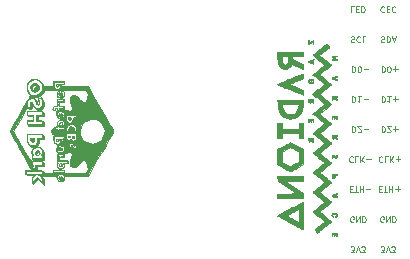
<source format=gbr>
G04 #@! TF.GenerationSoftware,KiCad,Pcbnew,(5.1.4)-1*
G04 #@! TF.CreationDate,2019-12-30T10:25:26+01:00*
G04 #@! TF.ProjectId,HDMI,48444d49-2e6b-4696-9361-645f70636258,rev?*
G04 #@! TF.SameCoordinates,Original*
G04 #@! TF.FileFunction,Legend,Bot*
G04 #@! TF.FilePolarity,Positive*
%FSLAX46Y46*%
G04 Gerber Fmt 4.6, Leading zero omitted, Abs format (unit mm)*
G04 Created by KiCad (PCBNEW (5.1.4)-1) date 2019-12-30 10:25:26*
%MOMM*%
%LPD*%
G04 APERTURE LIST*
%ADD10C,0.100000*%
%ADD11C,0.010000*%
G04 APERTURE END LIST*
D10*
X145982571Y-65861428D02*
X145958761Y-65837619D01*
X145887333Y-65813809D01*
X145839714Y-65813809D01*
X145768285Y-65837619D01*
X145720666Y-65885238D01*
X145696857Y-65932857D01*
X145673047Y-66028095D01*
X145673047Y-66099523D01*
X145696857Y-66194761D01*
X145720666Y-66242380D01*
X145768285Y-66290000D01*
X145839714Y-66313809D01*
X145887333Y-66313809D01*
X145958761Y-66290000D01*
X145982571Y-66266190D01*
X146196857Y-66075714D02*
X146363523Y-66075714D01*
X146434952Y-65813809D02*
X146196857Y-65813809D01*
X146196857Y-66313809D01*
X146434952Y-66313809D01*
X146934952Y-65861428D02*
X146911142Y-65837619D01*
X146839714Y-65813809D01*
X146792095Y-65813809D01*
X146720666Y-65837619D01*
X146673047Y-65885238D01*
X146649238Y-65932857D01*
X146625428Y-66028095D01*
X146625428Y-66099523D01*
X146649238Y-66194761D01*
X146673047Y-66242380D01*
X146720666Y-66290000D01*
X146792095Y-66313809D01*
X146839714Y-66313809D01*
X146911142Y-66290000D01*
X146934952Y-66266190D01*
X143442571Y-65813809D02*
X143204476Y-65813809D01*
X143204476Y-66313809D01*
X143609238Y-66075714D02*
X143775904Y-66075714D01*
X143847333Y-65813809D02*
X143609238Y-65813809D01*
X143609238Y-66313809D01*
X143847333Y-66313809D01*
X144061619Y-65813809D02*
X144061619Y-66313809D01*
X144180666Y-66313809D01*
X144252095Y-66290000D01*
X144299714Y-66242380D01*
X144323523Y-66194761D01*
X144347333Y-66099523D01*
X144347333Y-66028095D01*
X144323523Y-65932857D01*
X144299714Y-65885238D01*
X144252095Y-65837619D01*
X144180666Y-65813809D01*
X144061619Y-65813809D01*
X145696857Y-68377619D02*
X145768285Y-68353809D01*
X145887333Y-68353809D01*
X145934952Y-68377619D01*
X145958761Y-68401428D01*
X145982571Y-68449047D01*
X145982571Y-68496666D01*
X145958761Y-68544285D01*
X145934952Y-68568095D01*
X145887333Y-68591904D01*
X145792095Y-68615714D01*
X145744476Y-68639523D01*
X145720666Y-68663333D01*
X145696857Y-68710952D01*
X145696857Y-68758571D01*
X145720666Y-68806190D01*
X145744476Y-68830000D01*
X145792095Y-68853809D01*
X145911142Y-68853809D01*
X145982571Y-68830000D01*
X146196857Y-68353809D02*
X146196857Y-68853809D01*
X146315904Y-68853809D01*
X146387333Y-68830000D01*
X146434952Y-68782380D01*
X146458761Y-68734761D01*
X146482571Y-68639523D01*
X146482571Y-68568095D01*
X146458761Y-68472857D01*
X146434952Y-68425238D01*
X146387333Y-68377619D01*
X146315904Y-68353809D01*
X146196857Y-68353809D01*
X146673047Y-68496666D02*
X146911142Y-68496666D01*
X146625428Y-68353809D02*
X146792095Y-68853809D01*
X146958761Y-68353809D01*
X143168761Y-68377619D02*
X143240190Y-68353809D01*
X143359238Y-68353809D01*
X143406857Y-68377619D01*
X143430666Y-68401428D01*
X143454476Y-68449047D01*
X143454476Y-68496666D01*
X143430666Y-68544285D01*
X143406857Y-68568095D01*
X143359238Y-68591904D01*
X143264000Y-68615714D01*
X143216380Y-68639523D01*
X143192571Y-68663333D01*
X143168761Y-68710952D01*
X143168761Y-68758571D01*
X143192571Y-68806190D01*
X143216380Y-68830000D01*
X143264000Y-68853809D01*
X143383047Y-68853809D01*
X143454476Y-68830000D01*
X143954476Y-68401428D02*
X143930666Y-68377619D01*
X143859238Y-68353809D01*
X143811619Y-68353809D01*
X143740190Y-68377619D01*
X143692571Y-68425238D01*
X143668761Y-68472857D01*
X143644952Y-68568095D01*
X143644952Y-68639523D01*
X143668761Y-68734761D01*
X143692571Y-68782380D01*
X143740190Y-68830000D01*
X143811619Y-68853809D01*
X143859238Y-68853809D01*
X143930666Y-68830000D01*
X143954476Y-68806190D01*
X144406857Y-68353809D02*
X144168761Y-68353809D01*
X144168761Y-68853809D01*
X143144952Y-86633809D02*
X143454476Y-86633809D01*
X143287809Y-86443333D01*
X143359238Y-86443333D01*
X143406857Y-86419523D01*
X143430666Y-86395714D01*
X143454476Y-86348095D01*
X143454476Y-86229047D01*
X143430666Y-86181428D01*
X143406857Y-86157619D01*
X143359238Y-86133809D01*
X143216380Y-86133809D01*
X143168761Y-86157619D01*
X143144952Y-86181428D01*
X143597333Y-86633809D02*
X143764000Y-86133809D01*
X143930666Y-86633809D01*
X144049714Y-86633809D02*
X144359238Y-86633809D01*
X144192571Y-86443333D01*
X144264000Y-86443333D01*
X144311619Y-86419523D01*
X144335428Y-86395714D01*
X144359238Y-86348095D01*
X144359238Y-86229047D01*
X144335428Y-86181428D01*
X144311619Y-86157619D01*
X144264000Y-86133809D01*
X144121142Y-86133809D01*
X144073523Y-86157619D01*
X144049714Y-86181428D01*
X145684952Y-86633809D02*
X145994476Y-86633809D01*
X145827809Y-86443333D01*
X145899238Y-86443333D01*
X145946857Y-86419523D01*
X145970666Y-86395714D01*
X145994476Y-86348095D01*
X145994476Y-86229047D01*
X145970666Y-86181428D01*
X145946857Y-86157619D01*
X145899238Y-86133809D01*
X145756380Y-86133809D01*
X145708761Y-86157619D01*
X145684952Y-86181428D01*
X146137333Y-86633809D02*
X146304000Y-86133809D01*
X146470666Y-86633809D01*
X146589714Y-86633809D02*
X146899238Y-86633809D01*
X146732571Y-86443333D01*
X146804000Y-86443333D01*
X146851619Y-86419523D01*
X146875428Y-86395714D01*
X146899238Y-86348095D01*
X146899238Y-86229047D01*
X146875428Y-86181428D01*
X146851619Y-86157619D01*
X146804000Y-86133809D01*
X146661142Y-86133809D01*
X146613523Y-86157619D01*
X146589714Y-86181428D01*
X143265428Y-73433809D02*
X143265428Y-73933809D01*
X143384476Y-73933809D01*
X143455904Y-73910000D01*
X143503523Y-73862380D01*
X143527333Y-73814761D01*
X143551142Y-73719523D01*
X143551142Y-73648095D01*
X143527333Y-73552857D01*
X143503523Y-73505238D01*
X143455904Y-73457619D01*
X143384476Y-73433809D01*
X143265428Y-73433809D01*
X144027333Y-73433809D02*
X143741619Y-73433809D01*
X143884476Y-73433809D02*
X143884476Y-73933809D01*
X143836857Y-73862380D01*
X143789238Y-73814761D01*
X143741619Y-73790952D01*
X144241619Y-73624285D02*
X144622571Y-73624285D01*
X143265428Y-75973809D02*
X143265428Y-76473809D01*
X143384476Y-76473809D01*
X143455904Y-76450000D01*
X143503523Y-76402380D01*
X143527333Y-76354761D01*
X143551142Y-76259523D01*
X143551142Y-76188095D01*
X143527333Y-76092857D01*
X143503523Y-76045238D01*
X143455904Y-75997619D01*
X143384476Y-75973809D01*
X143265428Y-75973809D01*
X143741619Y-76426190D02*
X143765428Y-76450000D01*
X143813047Y-76473809D01*
X143932095Y-76473809D01*
X143979714Y-76450000D01*
X144003523Y-76426190D01*
X144027333Y-76378571D01*
X144027333Y-76330952D01*
X144003523Y-76259523D01*
X143717809Y-75973809D01*
X144027333Y-75973809D01*
X144241619Y-76164285D02*
X144622571Y-76164285D01*
X143336857Y-78561428D02*
X143313047Y-78537619D01*
X143241619Y-78513809D01*
X143194000Y-78513809D01*
X143122571Y-78537619D01*
X143074952Y-78585238D01*
X143051142Y-78632857D01*
X143027333Y-78728095D01*
X143027333Y-78799523D01*
X143051142Y-78894761D01*
X143074952Y-78942380D01*
X143122571Y-78990000D01*
X143194000Y-79013809D01*
X143241619Y-79013809D01*
X143313047Y-78990000D01*
X143336857Y-78966190D01*
X143789238Y-78513809D02*
X143551142Y-78513809D01*
X143551142Y-79013809D01*
X143955904Y-78513809D02*
X143955904Y-79013809D01*
X144241619Y-78513809D02*
X144027333Y-78799523D01*
X144241619Y-79013809D02*
X143955904Y-78728095D01*
X144455904Y-78704285D02*
X144836857Y-78704285D01*
X143074952Y-81315714D02*
X143241619Y-81315714D01*
X143313047Y-81053809D02*
X143074952Y-81053809D01*
X143074952Y-81553809D01*
X143313047Y-81553809D01*
X143455904Y-81553809D02*
X143741619Y-81553809D01*
X143598761Y-81053809D02*
X143598761Y-81553809D01*
X143908285Y-81053809D02*
X143908285Y-81553809D01*
X143908285Y-81315714D02*
X144194000Y-81315714D01*
X144194000Y-81053809D02*
X144194000Y-81553809D01*
X144432095Y-81244285D02*
X144813047Y-81244285D01*
X143383047Y-84070000D02*
X143335428Y-84093809D01*
X143264000Y-84093809D01*
X143192571Y-84070000D01*
X143144952Y-84022380D01*
X143121142Y-83974761D01*
X143097333Y-83879523D01*
X143097333Y-83808095D01*
X143121142Y-83712857D01*
X143144952Y-83665238D01*
X143192571Y-83617619D01*
X143264000Y-83593809D01*
X143311619Y-83593809D01*
X143383047Y-83617619D01*
X143406857Y-83641428D01*
X143406857Y-83808095D01*
X143311619Y-83808095D01*
X143621142Y-83593809D02*
X143621142Y-84093809D01*
X143906857Y-83593809D01*
X143906857Y-84093809D01*
X144144952Y-83593809D02*
X144144952Y-84093809D01*
X144264000Y-84093809D01*
X144335428Y-84070000D01*
X144383047Y-84022380D01*
X144406857Y-83974761D01*
X144430666Y-83879523D01*
X144430666Y-83808095D01*
X144406857Y-83712857D01*
X144383047Y-83665238D01*
X144335428Y-83617619D01*
X144264000Y-83593809D01*
X144144952Y-83593809D01*
X145923047Y-84070000D02*
X145875428Y-84093809D01*
X145804000Y-84093809D01*
X145732571Y-84070000D01*
X145684952Y-84022380D01*
X145661142Y-83974761D01*
X145637333Y-83879523D01*
X145637333Y-83808095D01*
X145661142Y-83712857D01*
X145684952Y-83665238D01*
X145732571Y-83617619D01*
X145804000Y-83593809D01*
X145851619Y-83593809D01*
X145923047Y-83617619D01*
X145946857Y-83641428D01*
X145946857Y-83808095D01*
X145851619Y-83808095D01*
X146161142Y-83593809D02*
X146161142Y-84093809D01*
X146446857Y-83593809D01*
X146446857Y-84093809D01*
X146684952Y-83593809D02*
X146684952Y-84093809D01*
X146804000Y-84093809D01*
X146875428Y-84070000D01*
X146923047Y-84022380D01*
X146946857Y-83974761D01*
X146970666Y-83879523D01*
X146970666Y-83808095D01*
X146946857Y-83712857D01*
X146923047Y-83665238D01*
X146875428Y-83617619D01*
X146804000Y-83593809D01*
X146684952Y-83593809D01*
X145574952Y-81315714D02*
X145741619Y-81315714D01*
X145813047Y-81053809D02*
X145574952Y-81053809D01*
X145574952Y-81553809D01*
X145813047Y-81553809D01*
X145955904Y-81553809D02*
X146241619Y-81553809D01*
X146098761Y-81053809D02*
X146098761Y-81553809D01*
X146408285Y-81053809D02*
X146408285Y-81553809D01*
X146408285Y-81315714D02*
X146694000Y-81315714D01*
X146694000Y-81053809D02*
X146694000Y-81553809D01*
X146932095Y-81244285D02*
X147313047Y-81244285D01*
X147122571Y-81053809D02*
X147122571Y-81434761D01*
X145836857Y-78561428D02*
X145813047Y-78537619D01*
X145741619Y-78513809D01*
X145694000Y-78513809D01*
X145622571Y-78537619D01*
X145574952Y-78585238D01*
X145551142Y-78632857D01*
X145527333Y-78728095D01*
X145527333Y-78799523D01*
X145551142Y-78894761D01*
X145574952Y-78942380D01*
X145622571Y-78990000D01*
X145694000Y-79013809D01*
X145741619Y-79013809D01*
X145813047Y-78990000D01*
X145836857Y-78966190D01*
X146289238Y-78513809D02*
X146051142Y-78513809D01*
X146051142Y-79013809D01*
X146455904Y-78513809D02*
X146455904Y-79013809D01*
X146741619Y-78513809D02*
X146527333Y-78799523D01*
X146741619Y-79013809D02*
X146455904Y-78728095D01*
X146955904Y-78704285D02*
X147336857Y-78704285D01*
X147146380Y-78513809D02*
X147146380Y-78894761D01*
X145765428Y-75973809D02*
X145765428Y-76473809D01*
X145884476Y-76473809D01*
X145955904Y-76450000D01*
X146003523Y-76402380D01*
X146027333Y-76354761D01*
X146051142Y-76259523D01*
X146051142Y-76188095D01*
X146027333Y-76092857D01*
X146003523Y-76045238D01*
X145955904Y-75997619D01*
X145884476Y-75973809D01*
X145765428Y-75973809D01*
X146241619Y-76426190D02*
X146265428Y-76450000D01*
X146313047Y-76473809D01*
X146432095Y-76473809D01*
X146479714Y-76450000D01*
X146503523Y-76426190D01*
X146527333Y-76378571D01*
X146527333Y-76330952D01*
X146503523Y-76259523D01*
X146217809Y-75973809D01*
X146527333Y-75973809D01*
X146741619Y-76164285D02*
X147122571Y-76164285D01*
X146932095Y-75973809D02*
X146932095Y-76354761D01*
X145765428Y-73433809D02*
X145765428Y-73933809D01*
X145884476Y-73933809D01*
X145955904Y-73910000D01*
X146003523Y-73862380D01*
X146027333Y-73814761D01*
X146051142Y-73719523D01*
X146051142Y-73648095D01*
X146027333Y-73552857D01*
X146003523Y-73505238D01*
X145955904Y-73457619D01*
X145884476Y-73433809D01*
X145765428Y-73433809D01*
X146527333Y-73433809D02*
X146241619Y-73433809D01*
X146384476Y-73433809D02*
X146384476Y-73933809D01*
X146336857Y-73862380D01*
X146289238Y-73814761D01*
X146241619Y-73790952D01*
X146741619Y-73624285D02*
X147122571Y-73624285D01*
X146932095Y-73433809D02*
X146932095Y-73814761D01*
X143265428Y-70893809D02*
X143265428Y-71393809D01*
X143384476Y-71393809D01*
X143455904Y-71370000D01*
X143503523Y-71322380D01*
X143527333Y-71274761D01*
X143551142Y-71179523D01*
X143551142Y-71108095D01*
X143527333Y-71012857D01*
X143503523Y-70965238D01*
X143455904Y-70917619D01*
X143384476Y-70893809D01*
X143265428Y-70893809D01*
X143860666Y-71393809D02*
X143908285Y-71393809D01*
X143955904Y-71370000D01*
X143979714Y-71346190D01*
X144003523Y-71298571D01*
X144027333Y-71203333D01*
X144027333Y-71084285D01*
X144003523Y-70989047D01*
X143979714Y-70941428D01*
X143955904Y-70917619D01*
X143908285Y-70893809D01*
X143860666Y-70893809D01*
X143813047Y-70917619D01*
X143789238Y-70941428D01*
X143765428Y-70989047D01*
X143741619Y-71084285D01*
X143741619Y-71203333D01*
X143765428Y-71298571D01*
X143789238Y-71346190D01*
X143813047Y-71370000D01*
X143860666Y-71393809D01*
X144241619Y-71084285D02*
X144622571Y-71084285D01*
X145765428Y-70893809D02*
X145765428Y-71393809D01*
X145884476Y-71393809D01*
X145955904Y-71370000D01*
X146003523Y-71322380D01*
X146027333Y-71274761D01*
X146051142Y-71179523D01*
X146051142Y-71108095D01*
X146027333Y-71012857D01*
X146003523Y-70965238D01*
X145955904Y-70917619D01*
X145884476Y-70893809D01*
X145765428Y-70893809D01*
X146360666Y-71393809D02*
X146408285Y-71393809D01*
X146455904Y-71370000D01*
X146479714Y-71346190D01*
X146503523Y-71298571D01*
X146527333Y-71203333D01*
X146527333Y-71084285D01*
X146503523Y-70989047D01*
X146479714Y-70941428D01*
X146455904Y-70917619D01*
X146408285Y-70893809D01*
X146360666Y-70893809D01*
X146313047Y-70917619D01*
X146289238Y-70941428D01*
X146265428Y-70989047D01*
X146241619Y-71084285D01*
X146241619Y-71203333D01*
X146265428Y-71298571D01*
X146289238Y-71346190D01*
X146313047Y-71370000D01*
X146360666Y-71393809D01*
X146741619Y-71084285D02*
X147122571Y-71084285D01*
X146932095Y-70893809D02*
X146932095Y-71274761D01*
D11*
G36*
X116028558Y-77160470D02*
G01*
X116062571Y-77227714D01*
X116064392Y-77229607D01*
X116145914Y-77275822D01*
X116230313Y-77269131D01*
X116303684Y-77217866D01*
X116352121Y-77130364D01*
X116363750Y-77050185D01*
X116360210Y-76999751D01*
X116339184Y-76973497D01*
X116285061Y-76963541D01*
X116230166Y-76962660D01*
X116230166Y-77092134D01*
X116283839Y-77100276D01*
X116314173Y-77136446D01*
X116300996Y-77187083D01*
X116251152Y-77227969D01*
X116247304Y-77229523D01*
X116179204Y-77232735D01*
X116143667Y-77187066D01*
X116141500Y-77165504D01*
X116167907Y-77114699D01*
X116230166Y-77092134D01*
X116230166Y-76962660D01*
X116189125Y-76962000D01*
X116014500Y-76962000D01*
X116014500Y-77070857D01*
X116028558Y-77160470D01*
X116028558Y-77160470D01*
G37*
X116028558Y-77160470D02*
X116062571Y-77227714D01*
X116064392Y-77229607D01*
X116145914Y-77275822D01*
X116230313Y-77269131D01*
X116303684Y-77217866D01*
X116352121Y-77130364D01*
X116363750Y-77050185D01*
X116360210Y-76999751D01*
X116339184Y-76973497D01*
X116285061Y-76963541D01*
X116230166Y-76962660D01*
X116230166Y-77092134D01*
X116283839Y-77100276D01*
X116314173Y-77136446D01*
X116300996Y-77187083D01*
X116251152Y-77227969D01*
X116247304Y-77229523D01*
X116179204Y-77232735D01*
X116143667Y-77187066D01*
X116141500Y-77165504D01*
X116167907Y-77114699D01*
X116230166Y-77092134D01*
X116230166Y-76962660D01*
X116189125Y-76962000D01*
X116014500Y-76962000D01*
X116014500Y-77070857D01*
X116028558Y-77160470D01*
G36*
X116421896Y-78323090D02*
G01*
X116489406Y-78390303D01*
X116580510Y-78419666D01*
X116677689Y-78404447D01*
X116744750Y-78359000D01*
X116792785Y-78283361D01*
X116808250Y-78216125D01*
X116786167Y-78133998D01*
X116744750Y-78073250D01*
X116712312Y-78053457D01*
X116712312Y-78148524D01*
X116747129Y-78154095D01*
X116774940Y-78203603D01*
X116761210Y-78275741D01*
X116723954Y-78332687D01*
X116652878Y-78383136D01*
X116586196Y-78388528D01*
X116540444Y-78354555D01*
X116532155Y-78286912D01*
X116536935Y-78268284D01*
X116576288Y-78215211D01*
X116643502Y-78170535D01*
X116712312Y-78148524D01*
X116712312Y-78053457D01*
X116651536Y-78016371D01*
X116554229Y-78012847D01*
X116468749Y-78055771D01*
X116411021Y-78138235D01*
X116395500Y-78224762D01*
X116421896Y-78323090D01*
X116421896Y-78323090D01*
G37*
X116421896Y-78323090D02*
X116489406Y-78390303D01*
X116580510Y-78419666D01*
X116677689Y-78404447D01*
X116744750Y-78359000D01*
X116792785Y-78283361D01*
X116808250Y-78216125D01*
X116786167Y-78133998D01*
X116744750Y-78073250D01*
X116712312Y-78053457D01*
X116712312Y-78148524D01*
X116747129Y-78154095D01*
X116774940Y-78203603D01*
X116761210Y-78275741D01*
X116723954Y-78332687D01*
X116652878Y-78383136D01*
X116586196Y-78388528D01*
X116540444Y-78354555D01*
X116532155Y-78286912D01*
X116536935Y-78268284D01*
X116576288Y-78215211D01*
X116643502Y-78170535D01*
X116712312Y-78148524D01*
X116712312Y-78053457D01*
X116651536Y-78016371D01*
X116554229Y-78012847D01*
X116468749Y-78055771D01*
X116411021Y-78138235D01*
X116395500Y-78224762D01*
X116421896Y-78323090D01*
G36*
X118484074Y-79303912D02*
G01*
X118551943Y-79340697D01*
X118628624Y-79335994D01*
X118675150Y-79305150D01*
X118709542Y-79232154D01*
X118702911Y-79146665D01*
X118666037Y-79089592D01*
X118601464Y-79067529D01*
X118601464Y-79092479D01*
X118659239Y-79126538D01*
X118681500Y-79200375D01*
X118662870Y-79270694D01*
X118629559Y-79301674D01*
X118556032Y-79301902D01*
X118495982Y-79259177D01*
X118475125Y-79200375D01*
X118499724Y-79136585D01*
X118526371Y-79111469D01*
X118601464Y-79092479D01*
X118601464Y-79067529D01*
X118594279Y-79065073D01*
X118513660Y-79081430D01*
X118453716Y-79130422D01*
X118443732Y-79151624D01*
X118442258Y-79237076D01*
X118484074Y-79303912D01*
X118484074Y-79303912D01*
G37*
X118484074Y-79303912D02*
X118551943Y-79340697D01*
X118628624Y-79335994D01*
X118675150Y-79305150D01*
X118709542Y-79232154D01*
X118702911Y-79146665D01*
X118666037Y-79089592D01*
X118601464Y-79067529D01*
X118601464Y-79092479D01*
X118659239Y-79126538D01*
X118681500Y-79200375D01*
X118662870Y-79270694D01*
X118629559Y-79301674D01*
X118556032Y-79301902D01*
X118495982Y-79259177D01*
X118475125Y-79200375D01*
X118499724Y-79136585D01*
X118526371Y-79111469D01*
X118601464Y-79092479D01*
X118601464Y-79067529D01*
X118594279Y-79065073D01*
X118513660Y-79081430D01*
X118453716Y-79130422D01*
X118443732Y-79151624D01*
X118442258Y-79237076D01*
X118484074Y-79303912D01*
G36*
X116051958Y-72782492D02*
G01*
X116053372Y-72786789D01*
X116125906Y-72913917D01*
X116235861Y-72998862D01*
X116368635Y-73035821D01*
X116509630Y-73018987D01*
X116571188Y-72992681D01*
X116662530Y-72910918D01*
X116722563Y-72792410D01*
X116746393Y-72658156D01*
X116729129Y-72529154D01*
X116695197Y-72460383D01*
X116593249Y-72359369D01*
X116502530Y-72321471D01*
X116502530Y-72450160D01*
X116631028Y-72472771D01*
X116681219Y-72508304D01*
X116676800Y-72545759D01*
X116647432Y-72561534D01*
X116647432Y-72874034D01*
X116649500Y-72878377D01*
X116627148Y-72907351D01*
X116617750Y-72913875D01*
X116588067Y-72921965D01*
X116586000Y-72917622D01*
X116608351Y-72888648D01*
X116617750Y-72882125D01*
X116647432Y-72874034D01*
X116647432Y-72561534D01*
X116625191Y-72573481D01*
X116562187Y-72580876D01*
X116497852Y-72584707D01*
X116451714Y-72603903D01*
X116409611Y-72650767D01*
X116357378Y-72737599D01*
X116334849Y-72778314D01*
X116277407Y-72878650D01*
X116240650Y-72929102D01*
X116217467Y-72936881D01*
X116202143Y-72912875D01*
X116178105Y-72777393D01*
X116206475Y-72652759D01*
X116276904Y-72549594D01*
X116379039Y-72478520D01*
X116502530Y-72450160D01*
X116502530Y-72321471D01*
X116475184Y-72310047D01*
X116352139Y-72306753D01*
X116235249Y-72343824D01*
X116135650Y-72415596D01*
X116064478Y-72516407D01*
X116032868Y-72640594D01*
X116051958Y-72782492D01*
X116051958Y-72782492D01*
G37*
X116051958Y-72782492D02*
X116053372Y-72786789D01*
X116125906Y-72913917D01*
X116235861Y-72998862D01*
X116368635Y-73035821D01*
X116509630Y-73018987D01*
X116571188Y-72992681D01*
X116662530Y-72910918D01*
X116722563Y-72792410D01*
X116746393Y-72658156D01*
X116729129Y-72529154D01*
X116695197Y-72460383D01*
X116593249Y-72359369D01*
X116502530Y-72321471D01*
X116502530Y-72450160D01*
X116631028Y-72472771D01*
X116681219Y-72508304D01*
X116676800Y-72545759D01*
X116647432Y-72561534D01*
X116647432Y-72874034D01*
X116649500Y-72878377D01*
X116627148Y-72907351D01*
X116617750Y-72913875D01*
X116588067Y-72921965D01*
X116586000Y-72917622D01*
X116608351Y-72888648D01*
X116617750Y-72882125D01*
X116647432Y-72874034D01*
X116647432Y-72561534D01*
X116625191Y-72573481D01*
X116562187Y-72580876D01*
X116497852Y-72584707D01*
X116451714Y-72603903D01*
X116409611Y-72650767D01*
X116357378Y-72737599D01*
X116334849Y-72778314D01*
X116277407Y-72878650D01*
X116240650Y-72929102D01*
X116217467Y-72936881D01*
X116202143Y-72912875D01*
X116178105Y-72777393D01*
X116206475Y-72652759D01*
X116276904Y-72549594D01*
X116379039Y-72478520D01*
X116502530Y-72450160D01*
X116502530Y-72321471D01*
X116475184Y-72310047D01*
X116352139Y-72306753D01*
X116235249Y-72343824D01*
X116135650Y-72415596D01*
X116064478Y-72516407D01*
X116032868Y-72640594D01*
X116051958Y-72782492D01*
G36*
X118179328Y-77109610D02*
G01*
X118206762Y-77186186D01*
X118244937Y-77228510D01*
X118317660Y-77243903D01*
X118380865Y-77206749D01*
X118418739Y-77127685D01*
X118421671Y-77109610D01*
X118422908Y-77056352D01*
X118398594Y-77032172D01*
X118332342Y-77025692D01*
X118300500Y-77025500D01*
X118298291Y-77025587D01*
X118298291Y-77057250D01*
X118374127Y-77072221D01*
X118394121Y-77117401D01*
X118367646Y-77179436D01*
X118317927Y-77212090D01*
X118259177Y-77199787D01*
X118216916Y-77150847D01*
X118210979Y-77128363D01*
X118213550Y-77078254D01*
X118252456Y-77059317D01*
X118298291Y-77057250D01*
X118298291Y-77025587D01*
X118217807Y-77028784D01*
X118182166Y-77046220D01*
X118177189Y-77089184D01*
X118179328Y-77109610D01*
X118179328Y-77109610D01*
G37*
X118179328Y-77109610D02*
X118206762Y-77186186D01*
X118244937Y-77228510D01*
X118317660Y-77243903D01*
X118380865Y-77206749D01*
X118418739Y-77127685D01*
X118421671Y-77109610D01*
X118422908Y-77056352D01*
X118398594Y-77032172D01*
X118332342Y-77025692D01*
X118300500Y-77025500D01*
X118298291Y-77025587D01*
X118298291Y-77057250D01*
X118374127Y-77072221D01*
X118394121Y-77117401D01*
X118367646Y-77179436D01*
X118317927Y-77212090D01*
X118259177Y-77199787D01*
X118216916Y-77150847D01*
X118210979Y-77128363D01*
X118213550Y-77078254D01*
X118252456Y-77059317D01*
X118298291Y-77057250D01*
X118298291Y-77025587D01*
X118217807Y-77028784D01*
X118182166Y-77046220D01*
X118177189Y-77089184D01*
X118179328Y-77109610D01*
G36*
X118179328Y-72474110D02*
G01*
X118211803Y-72561441D01*
X118270755Y-72603807D01*
X118337826Y-72601207D01*
X118394655Y-72553641D01*
X118421671Y-72474110D01*
X118422908Y-72420852D01*
X118398594Y-72396672D01*
X118332342Y-72390192D01*
X118300500Y-72390000D01*
X118300500Y-72421750D01*
X118374760Y-72438774D01*
X118395835Y-72482000D01*
X118358810Y-72539656D01*
X118352149Y-72545410D01*
X118287909Y-72567130D01*
X118230245Y-72542167D01*
X118205250Y-72481853D01*
X118221892Y-72437433D01*
X118281670Y-72422135D01*
X118300500Y-72421750D01*
X118300500Y-72390000D01*
X118217807Y-72393284D01*
X118182166Y-72410720D01*
X118177189Y-72453684D01*
X118179328Y-72474110D01*
X118179328Y-72474110D01*
G37*
X118179328Y-72474110D02*
X118211803Y-72561441D01*
X118270755Y-72603807D01*
X118337826Y-72601207D01*
X118394655Y-72553641D01*
X118421671Y-72474110D01*
X118422908Y-72420852D01*
X118398594Y-72396672D01*
X118332342Y-72390192D01*
X118300500Y-72390000D01*
X118300500Y-72421750D01*
X118374760Y-72438774D01*
X118395835Y-72482000D01*
X118358810Y-72539656D01*
X118352149Y-72545410D01*
X118287909Y-72567130D01*
X118230245Y-72542167D01*
X118205250Y-72481853D01*
X118221892Y-72437433D01*
X118281670Y-72422135D01*
X118300500Y-72421750D01*
X118300500Y-72390000D01*
X118217807Y-72393284D01*
X118182166Y-72410720D01*
X118177189Y-72453684D01*
X118179328Y-72474110D01*
G36*
X118402317Y-80383901D02*
G01*
X118429267Y-80435598D01*
X118440299Y-80441838D01*
X118498873Y-80452105D01*
X118526796Y-80419196D01*
X118529931Y-80334865D01*
X118528655Y-80317625D01*
X118515225Y-80236925D01*
X118488205Y-80206625D01*
X118465155Y-80206760D01*
X118449811Y-80219649D01*
X118449811Y-80283823D01*
X118454236Y-80327500D01*
X118449247Y-80372573D01*
X118438222Y-80367187D01*
X118434029Y-80302184D01*
X118438222Y-80287812D01*
X118449811Y-80283823D01*
X118449811Y-80219649D01*
X118423163Y-80242036D01*
X118401249Y-80310232D01*
X118402317Y-80383901D01*
X118402317Y-80383901D01*
G37*
X118402317Y-80383901D02*
X118429267Y-80435598D01*
X118440299Y-80441838D01*
X118498873Y-80452105D01*
X118526796Y-80419196D01*
X118529931Y-80334865D01*
X118528655Y-80317625D01*
X118515225Y-80236925D01*
X118488205Y-80206625D01*
X118465155Y-80206760D01*
X118449811Y-80219649D01*
X118449811Y-80283823D01*
X118454236Y-80327500D01*
X118449247Y-80372573D01*
X118438222Y-80367187D01*
X118434029Y-80302184D01*
X118438222Y-80287812D01*
X118449811Y-80283823D01*
X118449811Y-80219649D01*
X118423163Y-80242036D01*
X118401249Y-80310232D01*
X118402317Y-80383901D01*
G36*
X118404702Y-75059127D02*
G01*
X118439876Y-75097114D01*
X118459833Y-75104810D01*
X118508898Y-75118143D01*
X118531042Y-75107385D01*
X118534252Y-75058472D01*
X118528655Y-74983625D01*
X118515225Y-74902925D01*
X118488205Y-74872625D01*
X118465155Y-74872760D01*
X118420203Y-74911828D01*
X118401878Y-74983108D01*
X118404702Y-75059127D01*
X118404702Y-75059127D01*
G37*
X118404702Y-75059127D02*
X118439876Y-75097114D01*
X118459833Y-75104810D01*
X118508898Y-75118143D01*
X118531042Y-75107385D01*
X118534252Y-75058472D01*
X118528655Y-74983625D01*
X118515225Y-74902925D01*
X118488205Y-74872625D01*
X118465155Y-74872760D01*
X118420203Y-74911828D01*
X118401878Y-74983108D01*
X118404702Y-75059127D01*
G36*
X119226979Y-76842937D02*
G01*
X119254436Y-76899591D01*
X119316500Y-76914375D01*
X119381930Y-76896904D01*
X119406020Y-76842937D01*
X119403706Y-76792992D01*
X119365771Y-76773809D01*
X119316500Y-76771500D01*
X119247777Y-76778242D01*
X119225152Y-76807385D01*
X119226979Y-76842937D01*
X119226979Y-76842937D01*
G37*
X119226979Y-76842937D02*
X119254436Y-76899591D01*
X119316500Y-76914375D01*
X119381930Y-76896904D01*
X119406020Y-76842937D01*
X119403706Y-76792992D01*
X119365771Y-76773809D01*
X119316500Y-76771500D01*
X119247777Y-76778242D01*
X119225152Y-76807385D01*
X119226979Y-76842937D01*
G36*
X119548532Y-76881183D02*
G01*
X119558761Y-76922312D01*
X119598094Y-76976015D01*
X119660574Y-76994578D01*
X119719389Y-76974894D01*
X119741728Y-76943528D01*
X119764748Y-76847714D01*
X119741213Y-76792429D01*
X119668059Y-76771936D01*
X119649875Y-76771500D01*
X119573827Y-76778915D01*
X119542929Y-76810705D01*
X119548532Y-76881183D01*
X119548532Y-76881183D01*
G37*
X119548532Y-76881183D02*
X119558761Y-76922312D01*
X119598094Y-76976015D01*
X119660574Y-76994578D01*
X119719389Y-76974894D01*
X119741728Y-76943528D01*
X119764748Y-76847714D01*
X119741213Y-76792429D01*
X119668059Y-76771936D01*
X119649875Y-76771500D01*
X119573827Y-76778915D01*
X119542929Y-76810705D01*
X119548532Y-76881183D01*
G36*
X119245508Y-75394656D02*
G01*
X119305339Y-75454577D01*
X119359769Y-75469750D01*
X119411265Y-75442382D01*
X119452016Y-75377813D01*
X119471368Y-75302337D01*
X119458671Y-75242253D01*
X119454083Y-75236916D01*
X119410511Y-75222388D01*
X119333369Y-75215786D01*
X119327083Y-75215750D01*
X119254746Y-75221801D01*
X119226014Y-75251565D01*
X119221250Y-75309882D01*
X119245508Y-75394656D01*
X119245508Y-75394656D01*
G37*
X119245508Y-75394656D02*
X119305339Y-75454577D01*
X119359769Y-75469750D01*
X119411265Y-75442382D01*
X119452016Y-75377813D01*
X119471368Y-75302337D01*
X119458671Y-75242253D01*
X119454083Y-75236916D01*
X119410511Y-75222388D01*
X119333369Y-75215786D01*
X119327083Y-75215750D01*
X119254746Y-75221801D01*
X119226014Y-75251565D01*
X119221250Y-75309882D01*
X119245508Y-75394656D01*
G36*
X115731549Y-75746155D02*
G01*
X115743633Y-75798305D01*
X115770535Y-75817255D01*
X115792250Y-75819000D01*
X115845314Y-75841450D01*
X115855750Y-75882500D01*
X115858201Y-75903839D01*
X115870944Y-75919771D01*
X115902061Y-75931086D01*
X115959635Y-75938572D01*
X116051749Y-75943016D01*
X116186486Y-75945208D01*
X116371928Y-75945937D01*
X116506625Y-75946000D01*
X117157500Y-75946000D01*
X117157500Y-75755500D01*
X117155183Y-75649101D01*
X117145005Y-75591609D01*
X117122125Y-75568502D01*
X117094000Y-75565000D01*
X117042285Y-75545147D01*
X117030500Y-75517375D01*
X117015869Y-75489721D01*
X116964007Y-75474874D01*
X116862953Y-75469843D01*
X116840000Y-75469750D01*
X116649500Y-75469750D01*
X116649500Y-75120500D01*
X117157500Y-75120500D01*
X117157500Y-74945875D01*
X117153653Y-74842061D01*
X117139577Y-74788287D01*
X117111465Y-74771418D01*
X117106902Y-74771250D01*
X117058923Y-74744574D01*
X117039530Y-74707104D01*
X117031373Y-74685402D01*
X117014279Y-74669399D01*
X116998750Y-74664429D01*
X116998750Y-74674628D01*
X116998750Y-74993500D01*
X116490750Y-74993500D01*
X116490750Y-75501500D01*
X116998750Y-75501500D01*
X116998750Y-75787250D01*
X115760500Y-75787250D01*
X115760500Y-75501500D01*
X116268500Y-75501500D01*
X116268500Y-74996171D01*
X116022437Y-74986898D01*
X115776375Y-74977625D01*
X115776375Y-74691875D01*
X116387562Y-74683251D01*
X116998750Y-74674628D01*
X116998750Y-74664429D01*
X116979866Y-74658384D01*
X116919755Y-74651647D01*
X116825563Y-74648479D01*
X116688911Y-74648169D01*
X116501417Y-74650008D01*
X116383690Y-74651542D01*
X115744625Y-74660125D01*
X115734941Y-74829328D01*
X115732277Y-74929483D01*
X115742428Y-74983686D01*
X115770488Y-75009016D01*
X115790503Y-75015593D01*
X115843029Y-75047274D01*
X115855750Y-75076578D01*
X115874287Y-75102625D01*
X115936460Y-75116515D01*
X116047909Y-75120500D01*
X116240068Y-75120500D01*
X116230471Y-75287187D01*
X116220875Y-75453875D01*
X115974812Y-75463148D01*
X115728750Y-75472421D01*
X115728750Y-75645710D01*
X115731549Y-75746155D01*
X115731549Y-75746155D01*
G37*
X115731549Y-75746155D02*
X115743633Y-75798305D01*
X115770535Y-75817255D01*
X115792250Y-75819000D01*
X115845314Y-75841450D01*
X115855750Y-75882500D01*
X115858201Y-75903839D01*
X115870944Y-75919771D01*
X115902061Y-75931086D01*
X115959635Y-75938572D01*
X116051749Y-75943016D01*
X116186486Y-75945208D01*
X116371928Y-75945937D01*
X116506625Y-75946000D01*
X117157500Y-75946000D01*
X117157500Y-75755500D01*
X117155183Y-75649101D01*
X117145005Y-75591609D01*
X117122125Y-75568502D01*
X117094000Y-75565000D01*
X117042285Y-75545147D01*
X117030500Y-75517375D01*
X117015869Y-75489721D01*
X116964007Y-75474874D01*
X116862953Y-75469843D01*
X116840000Y-75469750D01*
X116649500Y-75469750D01*
X116649500Y-75120500D01*
X117157500Y-75120500D01*
X117157500Y-74945875D01*
X117153653Y-74842061D01*
X117139577Y-74788287D01*
X117111465Y-74771418D01*
X117106902Y-74771250D01*
X117058923Y-74744574D01*
X117039530Y-74707104D01*
X117031373Y-74685402D01*
X117014279Y-74669399D01*
X116998750Y-74664429D01*
X116998750Y-74674628D01*
X116998750Y-74993500D01*
X116490750Y-74993500D01*
X116490750Y-75501500D01*
X116998750Y-75501500D01*
X116998750Y-75787250D01*
X115760500Y-75787250D01*
X115760500Y-75501500D01*
X116268500Y-75501500D01*
X116268500Y-74996171D01*
X116022437Y-74986898D01*
X115776375Y-74977625D01*
X115776375Y-74691875D01*
X116387562Y-74683251D01*
X116998750Y-74674628D01*
X116998750Y-74664429D01*
X116979866Y-74658384D01*
X116919755Y-74651647D01*
X116825563Y-74648479D01*
X116688911Y-74648169D01*
X116501417Y-74650008D01*
X116383690Y-74651542D01*
X115744625Y-74660125D01*
X115734941Y-74829328D01*
X115732277Y-74929483D01*
X115742428Y-74983686D01*
X115770488Y-75009016D01*
X115790503Y-75015593D01*
X115843029Y-75047274D01*
X115855750Y-75076578D01*
X115874287Y-75102625D01*
X115936460Y-75116515D01*
X116047909Y-75120500D01*
X116240068Y-75120500D01*
X116230471Y-75287187D01*
X116220875Y-75453875D01*
X115974812Y-75463148D01*
X115728750Y-75472421D01*
X115728750Y-75645710D01*
X115731549Y-75746155D01*
G36*
X115749822Y-77236244D02*
G01*
X115791099Y-77374799D01*
X115857854Y-77487451D01*
X115865873Y-77497557D01*
X115994709Y-77629911D01*
X116121232Y-77703829D01*
X116237000Y-77724000D01*
X116338578Y-77724000D01*
X116244269Y-77831412D01*
X116153917Y-77974567D01*
X116123485Y-78125954D01*
X116154544Y-78277748D01*
X116154629Y-78277952D01*
X116177563Y-78349097D01*
X116176952Y-78388171D01*
X116171629Y-78390750D01*
X116154441Y-78419307D01*
X116143532Y-78492324D01*
X116141500Y-78549500D01*
X116146095Y-78647774D01*
X116162691Y-78696255D01*
X116192097Y-78708250D01*
X116240212Y-78734904D01*
X116259300Y-78771750D01*
X116269707Y-78796965D01*
X116292245Y-78814457D01*
X116337067Y-78825629D01*
X116414327Y-78831882D01*
X116534179Y-78834621D01*
X116706774Y-78835248D01*
X116718819Y-78835250D01*
X117161733Y-78835250D01*
X117159446Y-78620937D01*
X117160904Y-78487087D01*
X117167016Y-78358344D01*
X117174444Y-78279625D01*
X117168147Y-78128176D01*
X117140856Y-78057375D01*
X117036032Y-77908160D01*
X116903883Y-77790697D01*
X116758931Y-77715389D01*
X116634671Y-77692874D01*
X116634671Y-77726445D01*
X116785256Y-77760922D01*
X116811230Y-77773166D01*
X116921090Y-77860153D01*
X116994511Y-77978914D01*
X117026883Y-78112459D01*
X117013598Y-78243800D01*
X116964695Y-78338843D01*
X116924830Y-78395700D01*
X116926072Y-78419130D01*
X116948820Y-78422500D01*
X116982992Y-78440968D01*
X116997433Y-78504358D01*
X116998750Y-78549500D01*
X116998750Y-78676500D01*
X116173250Y-78676500D01*
X116173250Y-78549500D01*
X116180215Y-78463237D01*
X116204580Y-78426406D01*
X116224526Y-78422500D01*
X116255735Y-78416540D01*
X116251061Y-78388144D01*
X116219594Y-78336715D01*
X116176174Y-78223049D01*
X116167957Y-78088066D01*
X116194524Y-77960750D01*
X116225915Y-77901550D01*
X116335837Y-77800963D01*
X116478476Y-77741193D01*
X116634671Y-77726445D01*
X116634671Y-77692874D01*
X116631229Y-77692250D01*
X116543181Y-77692250D01*
X116610100Y-77620812D01*
X116700004Y-77482202D01*
X116741350Y-77307683D01*
X116744750Y-77229808D01*
X116744750Y-77089000D01*
X117157500Y-77089000D01*
X117157500Y-76914375D01*
X117154743Y-76813459D01*
X117142827Y-76760888D01*
X117116277Y-76741612D01*
X117094000Y-76739750D01*
X117041033Y-76717399D01*
X117030500Y-76675592D01*
X117028305Y-76653953D01*
X117016295Y-76637969D01*
X116998750Y-76631509D01*
X116998750Y-76643128D01*
X116998750Y-76962000D01*
X116586000Y-76962000D01*
X116586000Y-77123889D01*
X116562191Y-77305255D01*
X116495254Y-77446946D01*
X116391918Y-77544041D01*
X116258914Y-77591624D01*
X116102972Y-77584776D01*
X116000074Y-77552026D01*
X115912353Y-77505687D01*
X115851036Y-77444732D01*
X115811612Y-77357864D01*
X115789567Y-77233787D01*
X115780387Y-77061203D01*
X115779482Y-76999889D01*
X115776375Y-76660375D01*
X116387562Y-76651751D01*
X116998750Y-76643128D01*
X116998750Y-76631509D01*
X116986333Y-76626937D01*
X116930283Y-76620153D01*
X116840007Y-76616915D01*
X116707367Y-76616519D01*
X116524228Y-76618261D01*
X116387562Y-76620030D01*
X115744625Y-76628625D01*
X115734497Y-76835000D01*
X115731721Y-77060180D01*
X115749822Y-77236244D01*
X115749822Y-77236244D01*
G37*
X115749822Y-77236244D02*
X115791099Y-77374799D01*
X115857854Y-77487451D01*
X115865873Y-77497557D01*
X115994709Y-77629911D01*
X116121232Y-77703829D01*
X116237000Y-77724000D01*
X116338578Y-77724000D01*
X116244269Y-77831412D01*
X116153917Y-77974567D01*
X116123485Y-78125954D01*
X116154544Y-78277748D01*
X116154629Y-78277952D01*
X116177563Y-78349097D01*
X116176952Y-78388171D01*
X116171629Y-78390750D01*
X116154441Y-78419307D01*
X116143532Y-78492324D01*
X116141500Y-78549500D01*
X116146095Y-78647774D01*
X116162691Y-78696255D01*
X116192097Y-78708250D01*
X116240212Y-78734904D01*
X116259300Y-78771750D01*
X116269707Y-78796965D01*
X116292245Y-78814457D01*
X116337067Y-78825629D01*
X116414327Y-78831882D01*
X116534179Y-78834621D01*
X116706774Y-78835248D01*
X116718819Y-78835250D01*
X117161733Y-78835250D01*
X117159446Y-78620937D01*
X117160904Y-78487087D01*
X117167016Y-78358344D01*
X117174444Y-78279625D01*
X117168147Y-78128176D01*
X117140856Y-78057375D01*
X117036032Y-77908160D01*
X116903883Y-77790697D01*
X116758931Y-77715389D01*
X116634671Y-77692874D01*
X116634671Y-77726445D01*
X116785256Y-77760922D01*
X116811230Y-77773166D01*
X116921090Y-77860153D01*
X116994511Y-77978914D01*
X117026883Y-78112459D01*
X117013598Y-78243800D01*
X116964695Y-78338843D01*
X116924830Y-78395700D01*
X116926072Y-78419130D01*
X116948820Y-78422500D01*
X116982992Y-78440968D01*
X116997433Y-78504358D01*
X116998750Y-78549500D01*
X116998750Y-78676500D01*
X116173250Y-78676500D01*
X116173250Y-78549500D01*
X116180215Y-78463237D01*
X116204580Y-78426406D01*
X116224526Y-78422500D01*
X116255735Y-78416540D01*
X116251061Y-78388144D01*
X116219594Y-78336715D01*
X116176174Y-78223049D01*
X116167957Y-78088066D01*
X116194524Y-77960750D01*
X116225915Y-77901550D01*
X116335837Y-77800963D01*
X116478476Y-77741193D01*
X116634671Y-77726445D01*
X116634671Y-77692874D01*
X116631229Y-77692250D01*
X116543181Y-77692250D01*
X116610100Y-77620812D01*
X116700004Y-77482202D01*
X116741350Y-77307683D01*
X116744750Y-77229808D01*
X116744750Y-77089000D01*
X117157500Y-77089000D01*
X117157500Y-76914375D01*
X117154743Y-76813459D01*
X117142827Y-76760888D01*
X117116277Y-76741612D01*
X117094000Y-76739750D01*
X117041033Y-76717399D01*
X117030500Y-76675592D01*
X117028305Y-76653953D01*
X117016295Y-76637969D01*
X116998750Y-76631509D01*
X116998750Y-76643128D01*
X116998750Y-76962000D01*
X116586000Y-76962000D01*
X116586000Y-77123889D01*
X116562191Y-77305255D01*
X116495254Y-77446946D01*
X116391918Y-77544041D01*
X116258914Y-77591624D01*
X116102972Y-77584776D01*
X116000074Y-77552026D01*
X115912353Y-77505687D01*
X115851036Y-77444732D01*
X115811612Y-77357864D01*
X115789567Y-77233787D01*
X115780387Y-77061203D01*
X115779482Y-76999889D01*
X115776375Y-76660375D01*
X116387562Y-76651751D01*
X116998750Y-76643128D01*
X116998750Y-76631509D01*
X116986333Y-76626937D01*
X116930283Y-76620153D01*
X116840007Y-76616915D01*
X116707367Y-76616519D01*
X116524228Y-76618261D01*
X116387562Y-76620030D01*
X115744625Y-76628625D01*
X115734497Y-76835000D01*
X115731721Y-77060180D01*
X115749822Y-77236244D01*
G36*
X118903750Y-79883000D02*
G01*
X118903750Y-79660750D01*
X117951250Y-79660750D01*
X117951250Y-79692500D01*
X118840250Y-79692500D01*
X118840250Y-79851250D01*
X117951250Y-79851250D01*
X117951250Y-79692500D01*
X117951250Y-79660750D01*
X117919500Y-79660750D01*
X117919500Y-79883000D01*
X118903750Y-79883000D01*
X118903750Y-79883000D01*
G37*
X118903750Y-79883000D02*
X118903750Y-79660750D01*
X117951250Y-79660750D01*
X117951250Y-79692500D01*
X118840250Y-79692500D01*
X118840250Y-79851250D01*
X117951250Y-79851250D01*
X117951250Y-79692500D01*
X117951250Y-79660750D01*
X117919500Y-79660750D01*
X117919500Y-79883000D01*
X118903750Y-79883000D01*
G36*
X118274968Y-78803500D02*
G01*
X118383589Y-78803500D01*
X118455625Y-78798822D01*
X118479884Y-78776172D01*
X118473433Y-78728689D01*
X118476299Y-78641471D01*
X118535558Y-78582931D01*
X118650808Y-78553347D01*
X118731392Y-78549500D01*
X118903750Y-78549500D01*
X118903750Y-78327250D01*
X118570375Y-78327250D01*
X118570375Y-78359000D01*
X118701061Y-78359728D01*
X118780819Y-78364380D01*
X118822222Y-78376652D01*
X118837841Y-78400241D01*
X118840250Y-78438375D01*
X118834328Y-78487355D01*
X118805219Y-78510562D01*
X118735911Y-78517446D01*
X118697375Y-78517750D01*
X118569092Y-78538009D01*
X118476519Y-78593650D01*
X118430572Y-78676966D01*
X118427500Y-78708250D01*
X118405049Y-78761314D01*
X118364000Y-78771750D01*
X118312927Y-78750206D01*
X118302289Y-78696465D01*
X118331568Y-78626860D01*
X118369986Y-78582486D01*
X118439473Y-78517750D01*
X118369986Y-78517750D01*
X118316290Y-78501743D01*
X118300538Y-78443280D01*
X118300500Y-78438375D01*
X118302977Y-78399937D01*
X118318792Y-78376479D01*
X118360516Y-78364302D01*
X118440722Y-78359708D01*
X118570375Y-78359000D01*
X118570375Y-78327250D01*
X118273100Y-78327250D01*
X118274968Y-78803500D01*
X118274968Y-78803500D01*
G37*
X118274968Y-78803500D02*
X118383589Y-78803500D01*
X118455625Y-78798822D01*
X118479884Y-78776172D01*
X118473433Y-78728689D01*
X118476299Y-78641471D01*
X118535558Y-78582931D01*
X118650808Y-78553347D01*
X118731392Y-78549500D01*
X118903750Y-78549500D01*
X118903750Y-78327250D01*
X118570375Y-78327250D01*
X118570375Y-78359000D01*
X118701061Y-78359728D01*
X118780819Y-78364380D01*
X118822222Y-78376652D01*
X118837841Y-78400241D01*
X118840250Y-78438375D01*
X118834328Y-78487355D01*
X118805219Y-78510562D01*
X118735911Y-78517446D01*
X118697375Y-78517750D01*
X118569092Y-78538009D01*
X118476519Y-78593650D01*
X118430572Y-78676966D01*
X118427500Y-78708250D01*
X118405049Y-78761314D01*
X118364000Y-78771750D01*
X118312927Y-78750206D01*
X118302289Y-78696465D01*
X118331568Y-78626860D01*
X118369986Y-78582486D01*
X118439473Y-78517750D01*
X118369986Y-78517750D01*
X118316290Y-78501743D01*
X118300538Y-78443280D01*
X118300500Y-78438375D01*
X118302977Y-78399937D01*
X118318792Y-78376479D01*
X118360516Y-78364302D01*
X118440722Y-78359708D01*
X118570375Y-78359000D01*
X118570375Y-78327250D01*
X118273100Y-78327250D01*
X118274968Y-78803500D01*
G36*
X118277972Y-74080564D02*
G01*
X118317697Y-74101012D01*
X118383271Y-74104500D01*
X118458452Y-74098936D01*
X118483146Y-74077927D01*
X118478635Y-74054574D01*
X118476972Y-73987443D01*
X118492230Y-73943449D01*
X118523386Y-73907822D01*
X118579264Y-73889058D01*
X118676702Y-73882521D01*
X118714367Y-73882250D01*
X118903750Y-73882250D01*
X118903750Y-73770128D01*
X118892578Y-73688221D01*
X118864354Y-73643128D01*
X118861408Y-73641759D01*
X118811590Y-73635322D01*
X118716228Y-73632464D01*
X118593202Y-73633585D01*
X118570375Y-73634265D01*
X118570375Y-73691750D01*
X118701061Y-73692478D01*
X118780819Y-73697130D01*
X118822222Y-73709402D01*
X118837841Y-73732991D01*
X118840250Y-73771125D01*
X118834615Y-73819435D01*
X118806551Y-73842760D01*
X118739318Y-73850057D01*
X118691937Y-73850500D01*
X118559929Y-73868232D01*
X118469459Y-73917977D01*
X118428895Y-73994552D01*
X118427500Y-74014170D01*
X118402819Y-74063550D01*
X118364000Y-74072750D01*
X118312973Y-74051545D01*
X118301919Y-74000522D01*
X118330065Y-73938566D01*
X118371064Y-73899925D01*
X118441629Y-73850500D01*
X118371064Y-73850500D01*
X118316649Y-73834878D01*
X118300560Y-73777300D01*
X118300500Y-73771125D01*
X118302977Y-73732687D01*
X118318792Y-73709229D01*
X118360516Y-73697052D01*
X118440722Y-73692458D01*
X118570375Y-73691750D01*
X118570375Y-73634265D01*
X118551846Y-73634818D01*
X118284625Y-73644125D01*
X118274770Y-73763187D01*
X118277061Y-73851627D01*
X118303572Y-73882215D01*
X118304933Y-73882250D01*
X118328618Y-73891523D01*
X118306850Y-73920350D01*
X118276091Y-73981169D01*
X118268750Y-74031475D01*
X118277972Y-74080564D01*
X118277972Y-74080564D01*
G37*
X118277972Y-74080564D02*
X118317697Y-74101012D01*
X118383271Y-74104500D01*
X118458452Y-74098936D01*
X118483146Y-74077927D01*
X118478635Y-74054574D01*
X118476972Y-73987443D01*
X118492230Y-73943449D01*
X118523386Y-73907822D01*
X118579264Y-73889058D01*
X118676702Y-73882521D01*
X118714367Y-73882250D01*
X118903750Y-73882250D01*
X118903750Y-73770128D01*
X118892578Y-73688221D01*
X118864354Y-73643128D01*
X118861408Y-73641759D01*
X118811590Y-73635322D01*
X118716228Y-73632464D01*
X118593202Y-73633585D01*
X118570375Y-73634265D01*
X118570375Y-73691750D01*
X118701061Y-73692478D01*
X118780819Y-73697130D01*
X118822222Y-73709402D01*
X118837841Y-73732991D01*
X118840250Y-73771125D01*
X118834615Y-73819435D01*
X118806551Y-73842760D01*
X118739318Y-73850057D01*
X118691937Y-73850500D01*
X118559929Y-73868232D01*
X118469459Y-73917977D01*
X118428895Y-73994552D01*
X118427500Y-74014170D01*
X118402819Y-74063550D01*
X118364000Y-74072750D01*
X118312973Y-74051545D01*
X118301919Y-74000522D01*
X118330065Y-73938566D01*
X118371064Y-73899925D01*
X118441629Y-73850500D01*
X118371064Y-73850500D01*
X118316649Y-73834878D01*
X118300560Y-73777300D01*
X118300500Y-73771125D01*
X118302977Y-73732687D01*
X118318792Y-73709229D01*
X118360516Y-73697052D01*
X118440722Y-73692458D01*
X118570375Y-73691750D01*
X118570375Y-73634265D01*
X118551846Y-73634818D01*
X118284625Y-73644125D01*
X118274770Y-73763187D01*
X118277061Y-73851627D01*
X118303572Y-73882215D01*
X118304933Y-73882250D01*
X118328618Y-73891523D01*
X118306850Y-73920350D01*
X118276091Y-73981169D01*
X118268750Y-74031475D01*
X118277972Y-74080564D01*
G36*
X118266220Y-79295625D02*
G01*
X118295272Y-79396048D01*
X118369501Y-79485315D01*
X118470804Y-79546969D01*
X118562938Y-79565381D01*
X118678106Y-79543898D01*
X118785776Y-79488586D01*
X118864805Y-79412757D01*
X118890758Y-79358941D01*
X118899698Y-79265311D01*
X118892403Y-79183331D01*
X118873587Y-79089250D01*
X119031543Y-79089250D01*
X119125192Y-79087400D01*
X119171778Y-79074509D01*
X119187737Y-79039563D01*
X119189500Y-78983416D01*
X119183691Y-78904965D01*
X119169583Y-78857850D01*
X119168333Y-78856416D01*
X119130494Y-78848735D01*
X119041320Y-78842297D01*
X118912971Y-78837662D01*
X118757609Y-78835388D01*
X118707150Y-78835250D01*
X118300500Y-78835250D01*
X118300500Y-78898750D01*
X119157750Y-78898750D01*
X119157750Y-78978125D01*
X119153852Y-79021691D01*
X119132342Y-79045452D01*
X119078488Y-79055391D01*
X118977563Y-79057490D01*
X118962329Y-79057500D01*
X118856582Y-79058638D01*
X118803753Y-79064918D01*
X118793265Y-79080638D01*
X118814542Y-79110096D01*
X118819454Y-79115562D01*
X118867608Y-79210994D01*
X118858670Y-79318335D01*
X118794181Y-79425121D01*
X118779192Y-79440942D01*
X118674395Y-79510758D01*
X118563201Y-79529996D01*
X118457683Y-79506057D01*
X118369913Y-79446345D01*
X118311965Y-79358261D01*
X118295913Y-79249209D01*
X118318484Y-79158459D01*
X118338917Y-79091954D01*
X118334467Y-79058456D01*
X118330717Y-79057500D01*
X118307999Y-79030319D01*
X118300500Y-78978125D01*
X118300500Y-78898750D01*
X118300500Y-78835250D01*
X118267134Y-78835250D01*
X118266473Y-79017812D01*
X118266171Y-79138148D01*
X118266117Y-79247545D01*
X118266220Y-79295625D01*
X118266220Y-79295625D01*
G37*
X118266220Y-79295625D02*
X118295272Y-79396048D01*
X118369501Y-79485315D01*
X118470804Y-79546969D01*
X118562938Y-79565381D01*
X118678106Y-79543898D01*
X118785776Y-79488586D01*
X118864805Y-79412757D01*
X118890758Y-79358941D01*
X118899698Y-79265311D01*
X118892403Y-79183331D01*
X118873587Y-79089250D01*
X119031543Y-79089250D01*
X119125192Y-79087400D01*
X119171778Y-79074509D01*
X119187737Y-79039563D01*
X119189500Y-78983416D01*
X119183691Y-78904965D01*
X119169583Y-78857850D01*
X119168333Y-78856416D01*
X119130494Y-78848735D01*
X119041320Y-78842297D01*
X118912971Y-78837662D01*
X118757609Y-78835388D01*
X118707150Y-78835250D01*
X118300500Y-78835250D01*
X118300500Y-78898750D01*
X119157750Y-78898750D01*
X119157750Y-78978125D01*
X119153852Y-79021691D01*
X119132342Y-79045452D01*
X119078488Y-79055391D01*
X118977563Y-79057490D01*
X118962329Y-79057500D01*
X118856582Y-79058638D01*
X118803753Y-79064918D01*
X118793265Y-79080638D01*
X118814542Y-79110096D01*
X118819454Y-79115562D01*
X118867608Y-79210994D01*
X118858670Y-79318335D01*
X118794181Y-79425121D01*
X118779192Y-79440942D01*
X118674395Y-79510758D01*
X118563201Y-79529996D01*
X118457683Y-79506057D01*
X118369913Y-79446345D01*
X118311965Y-79358261D01*
X118295913Y-79249209D01*
X118318484Y-79158459D01*
X118338917Y-79091954D01*
X118334467Y-79058456D01*
X118330717Y-79057500D01*
X118307999Y-79030319D01*
X118300500Y-78978125D01*
X118300500Y-78898750D01*
X118300500Y-78835250D01*
X118267134Y-78835250D01*
X118266473Y-79017812D01*
X118266171Y-79138148D01*
X118266117Y-79247545D01*
X118266220Y-79295625D01*
G36*
X114296374Y-76442318D02*
G01*
X114297520Y-76445362D01*
X114319173Y-76485710D01*
X114369655Y-76575853D01*
X114446006Y-76710619D01*
X114545269Y-76884831D01*
X114664487Y-77093314D01*
X114800700Y-77330893D01*
X114950951Y-77592394D01*
X115112281Y-77872641D01*
X115236060Y-78087317D01*
X115402434Y-78375981D01*
X115558922Y-78648086D01*
X115702704Y-78898687D01*
X115830960Y-79122841D01*
X115940870Y-79315603D01*
X116029613Y-79472030D01*
X116094370Y-79587178D01*
X116132320Y-79656103D01*
X116141500Y-79674562D01*
X116112183Y-79682668D01*
X116033950Y-79688868D01*
X115921379Y-79692192D01*
X115871625Y-79692500D01*
X115633500Y-79692500D01*
X115633500Y-79724250D01*
X116998750Y-79724250D01*
X116998750Y-79978250D01*
X116635612Y-79978250D01*
X116817181Y-80161733D01*
X116906816Y-80254097D01*
X116960684Y-80320198D01*
X116987892Y-80378701D01*
X116997545Y-80448274D01*
X116998750Y-80533944D01*
X116998750Y-80722671D01*
X116560320Y-80287601D01*
X116367890Y-80490113D01*
X116175461Y-80692625D01*
X116174355Y-80517858D01*
X116176464Y-80423170D01*
X116190918Y-80355990D01*
X116227721Y-80295032D01*
X116296873Y-80219008D01*
X116330985Y-80184483D01*
X116409257Y-80102765D01*
X116466027Y-80037758D01*
X116489630Y-80002868D01*
X116489735Y-80002062D01*
X116460301Y-79993360D01*
X116378904Y-79986084D01*
X116257073Y-79980875D01*
X116106341Y-79978376D01*
X116062125Y-79978250D01*
X115633500Y-79978250D01*
X115633500Y-79724250D01*
X115633500Y-79692500D01*
X115601750Y-79692500D01*
X115601750Y-79851250D01*
X115605093Y-79946468D01*
X115619283Y-79993958D01*
X115650562Y-80009320D01*
X115665250Y-80010000D01*
X115718314Y-80032450D01*
X115728750Y-80073500D01*
X115733439Y-80103418D01*
X115755486Y-80122121D01*
X115806859Y-80132213D01*
X115899527Y-80136300D01*
X116020440Y-80137000D01*
X116312130Y-80137000D01*
X116226815Y-80226049D01*
X116181952Y-80279415D01*
X116156245Y-80335337D01*
X116144498Y-80413452D01*
X116141516Y-80533392D01*
X116141500Y-80548470D01*
X116142266Y-80667168D01*
X116146911Y-80732589D01*
X116158957Y-80754958D01*
X116181924Y-80744498D01*
X116202771Y-80726391D01*
X116244697Y-80693159D01*
X116263848Y-80704080D01*
X116273451Y-80768368D01*
X116274209Y-80776152D01*
X116284375Y-80881363D01*
X116659085Y-80456413D01*
X116908292Y-80681070D01*
X117157500Y-80905727D01*
X117157500Y-80673514D01*
X117155783Y-80551656D01*
X117145946Y-80472197D01*
X117120956Y-80414047D01*
X117073782Y-80356116D01*
X117039931Y-80320901D01*
X116922362Y-80200500D01*
X117592583Y-80200500D01*
X117814840Y-80200729D01*
X117981359Y-80201905D01*
X118099903Y-80204754D01*
X118178232Y-80210005D01*
X118224110Y-80218388D01*
X118245299Y-80230630D01*
X118249560Y-80247461D01*
X118246748Y-80261902D01*
X118247212Y-80354727D01*
X118280216Y-80463602D01*
X118334460Y-80558635D01*
X118373494Y-80597276D01*
X118458534Y-80634159D01*
X118529814Y-80645000D01*
X118577184Y-80642304D01*
X118603563Y-80624631D01*
X118615097Y-80577605D01*
X118617928Y-80486846D01*
X118618000Y-80438625D01*
X118621072Y-80323341D01*
X118632190Y-80259208D01*
X118654206Y-80234091D01*
X118666509Y-80232250D01*
X118692036Y-80241867D01*
X118703030Y-80279434D01*
X118701225Y-80358027D01*
X118693874Y-80438625D01*
X118685341Y-80560813D01*
X118693866Y-80626414D01*
X118723808Y-80641056D01*
X118779525Y-80610369D01*
X118809074Y-80587419D01*
X118860575Y-80521770D01*
X118889465Y-80418462D01*
X118895963Y-80365615D01*
X118911743Y-80201393D01*
X119896752Y-80193009D01*
X120881762Y-80184625D01*
X121799992Y-78597125D01*
X122029914Y-78199605D01*
X122230092Y-77853430D01*
X122402583Y-77554979D01*
X122549439Y-77300631D01*
X122672714Y-77086765D01*
X122774465Y-76909760D01*
X122856743Y-76765995D01*
X122921605Y-76651850D01*
X122971103Y-76563704D01*
X123007292Y-76497935D01*
X123032227Y-76450924D01*
X123047962Y-76419049D01*
X123056551Y-76398688D01*
X123060048Y-76386223D01*
X123060507Y-76378031D01*
X123060339Y-76375616D01*
X123044358Y-76343287D01*
X122999063Y-76260611D01*
X122927052Y-76132143D01*
X122830925Y-75962435D01*
X122713280Y-75756039D01*
X122576716Y-75517509D01*
X122423832Y-75251397D01*
X122257227Y-74962257D01*
X122079499Y-74654640D01*
X121972387Y-74469625D01*
X121269125Y-73255772D01*
X121269125Y-75342750D01*
X121517902Y-75371579D01*
X121741943Y-75453014D01*
X121936347Y-75579473D01*
X122096214Y-75743375D01*
X122216644Y-75937139D01*
X122292736Y-76153184D01*
X122319590Y-76383930D01*
X122292305Y-76621795D01*
X122224409Y-76820573D01*
X122107786Y-77021784D01*
X121954907Y-77181467D01*
X121757216Y-77310838D01*
X121523746Y-77401729D01*
X121283271Y-77434453D01*
X121045449Y-77411647D01*
X120819941Y-77335952D01*
X120616405Y-77210005D01*
X120444502Y-77036445D01*
X120373558Y-76932848D01*
X120268706Y-76702687D01*
X120221821Y-76468427D01*
X120228650Y-76237619D01*
X120284941Y-76017812D01*
X120386441Y-75816556D01*
X120528899Y-75641402D01*
X120708062Y-75499899D01*
X120919677Y-75399598D01*
X121159493Y-75348048D01*
X121269125Y-75342750D01*
X121269125Y-73255772D01*
X120887095Y-72596375D01*
X119752547Y-72588036D01*
X118618000Y-72579697D01*
X118618000Y-72502549D01*
X118625756Y-72453100D01*
X118660494Y-72428164D01*
X118739417Y-72416661D01*
X118752937Y-72415638D01*
X118837895Y-72406021D01*
X118878508Y-72382272D01*
X118893868Y-72327402D01*
X118897729Y-72286812D01*
X118907583Y-72167750D01*
X118840250Y-72167750D01*
X118840250Y-72199500D01*
X118840250Y-72294750D01*
X118836108Y-72353320D01*
X118812194Y-72381061D01*
X118751276Y-72389461D01*
X118697375Y-72390000D01*
X118582511Y-72390000D01*
X118582511Y-72925914D01*
X118701332Y-72949026D01*
X118794068Y-73007681D01*
X118855104Y-73108125D01*
X118876071Y-73231431D01*
X118856588Y-73353396D01*
X118800927Y-73445322D01*
X118751351Y-73490675D01*
X118728766Y-73491739D01*
X118718740Y-73458686D01*
X118718730Y-73384600D01*
X118731485Y-73316176D01*
X118747227Y-73199468D01*
X118717397Y-73125045D01*
X118702139Y-73112798D01*
X118637125Y-73088169D01*
X118599519Y-73117884D01*
X118586339Y-73204581D01*
X118586250Y-73215500D01*
X118579208Y-73295027D01*
X118561617Y-73339261D01*
X118554500Y-73342500D01*
X118533103Y-73314687D01*
X118522893Y-73246721D01*
X118522750Y-73236666D01*
X118513735Y-73140722D01*
X118485825Y-73104060D01*
X118447354Y-73120555D01*
X118447354Y-73179344D01*
X118452850Y-73221515D01*
X118453060Y-73231375D01*
X118449628Y-73285598D01*
X118439689Y-73290372D01*
X118438424Y-73287541D01*
X118432143Y-73224512D01*
X118437247Y-73192291D01*
X118447354Y-73179344D01*
X118447354Y-73120555D01*
X118438358Y-73124413D01*
X118397230Y-73192789D01*
X118401882Y-73272117D01*
X118444132Y-73339873D01*
X118515801Y-73373532D01*
X118529100Y-73374250D01*
X118574976Y-73396847D01*
X118586250Y-73453625D01*
X118583434Y-73508585D01*
X118564719Y-73528225D01*
X118514701Y-73516364D01*
X118445831Y-73488447D01*
X118346239Y-73416686D01*
X118291122Y-73312782D01*
X118282764Y-73192051D01*
X118323446Y-73069807D01*
X118373183Y-73001187D01*
X118465335Y-72943181D01*
X118582511Y-72925914D01*
X118582511Y-72390000D01*
X118554500Y-72390000D01*
X118554500Y-72532875D01*
X118535591Y-72667157D01*
X118476152Y-72753597D01*
X118372110Y-72796343D01*
X118289545Y-72802750D01*
X118181089Y-72791704D01*
X118106628Y-72752280D01*
X118059241Y-72675044D01*
X118032003Y-72550565D01*
X118021692Y-72437806D01*
X118006399Y-72199500D01*
X118840250Y-72199500D01*
X118840250Y-72167750D01*
X117983000Y-72167750D01*
X117983000Y-72580500D01*
X117586770Y-72580499D01*
X117197502Y-72580499D01*
X117197502Y-72866250D01*
X117883938Y-72868042D01*
X118108886Y-72869105D01*
X118276094Y-72871223D01*
X118391320Y-72874794D01*
X118460321Y-72880216D01*
X118488856Y-72887884D01*
X118482680Y-72898196D01*
X118459250Y-72907729D01*
X118358390Y-72966746D01*
X118289288Y-73066068D01*
X118249003Y-73208692D01*
X118264688Y-73341439D01*
X118330750Y-73452329D01*
X118441593Y-73529382D01*
X118516338Y-73552355D01*
X118618000Y-73572687D01*
X118618000Y-73343822D01*
X118621132Y-73219188D01*
X118631517Y-73149776D01*
X118650632Y-73127573D01*
X118657687Y-73128703D01*
X118680139Y-73161452D01*
X118688930Y-73243826D01*
X118686397Y-73356343D01*
X118681626Y-73468883D01*
X118684261Y-73529723D01*
X118697818Y-73550541D01*
X118725813Y-73543018D01*
X118740332Y-73535498D01*
X118837104Y-73450845D01*
X118892761Y-73333281D01*
X118904578Y-73200476D01*
X118869828Y-73070102D01*
X118823291Y-72997752D01*
X118753004Y-72931556D01*
X118683296Y-72891421D01*
X118672478Y-72888515D01*
X118685902Y-72885166D01*
X118756093Y-72881864D01*
X118876320Y-72878730D01*
X119039851Y-72875887D01*
X119239954Y-72873457D01*
X119469897Y-72871564D01*
X119657170Y-72870573D01*
X120712215Y-72866250D01*
X120807809Y-73032937D01*
X120858490Y-73123588D01*
X120893358Y-73190305D01*
X120903945Y-73215500D01*
X120896669Y-73250927D01*
X120876575Y-73334310D01*
X120846969Y-73452187D01*
X120820059Y-73556883D01*
X120735632Y-73882392D01*
X120485682Y-73949696D01*
X120192867Y-73666424D01*
X120033640Y-73518207D01*
X119905885Y-73414997D01*
X119888000Y-73404390D01*
X119888000Y-75023352D01*
X119888000Y-75117725D01*
X119882728Y-75177429D01*
X119855153Y-75206683D01*
X119787633Y-75219101D01*
X119753062Y-75221861D01*
X119618125Y-75231625D01*
X119608487Y-75381470D01*
X119575352Y-75518647D01*
X119499117Y-75611878D01*
X119463387Y-75625823D01*
X119463387Y-75787250D01*
X119635380Y-75812870D01*
X119771554Y-75885440D01*
X119865407Y-75998524D01*
X119910437Y-76145688D01*
X119912511Y-76231750D01*
X119903746Y-76320201D01*
X119882887Y-76363619D01*
X119836853Y-76380464D01*
X119804391Y-76384297D01*
X119704908Y-76393970D01*
X119720633Y-76254460D01*
X119725676Y-76161665D01*
X119707662Y-76103543D01*
X119657200Y-76052755D01*
X119649147Y-76046350D01*
X119537001Y-75989913D01*
X119427785Y-75987240D01*
X119334068Y-76030076D01*
X119268418Y-76110163D01*
X119243404Y-76219246D01*
X119255733Y-76304781D01*
X119268699Y-76365718D01*
X119248421Y-76387085D01*
X119180063Y-76384466D01*
X119179887Y-76384449D01*
X119113182Y-76371712D01*
X119081884Y-76337555D01*
X119069162Y-76261927D01*
X119068277Y-76251478D01*
X119081476Y-76088441D01*
X119143924Y-75951544D01*
X119247376Y-75850478D01*
X119383585Y-75794930D01*
X119463387Y-75787250D01*
X119463387Y-75625823D01*
X119384105Y-75656769D01*
X119334080Y-75660250D01*
X119215466Y-75633258D01*
X119130300Y-75553787D01*
X119079841Y-75424094D01*
X119065347Y-75246435D01*
X119068259Y-75183285D01*
X119078375Y-75041125D01*
X119483187Y-75032238D01*
X119888000Y-75023352D01*
X119888000Y-73404390D01*
X119800824Y-73352685D01*
X119709680Y-73327162D01*
X119623679Y-73334318D01*
X119546498Y-73363787D01*
X119456985Y-73423132D01*
X119402793Y-73507177D01*
X119385167Y-73556036D01*
X119368773Y-73616002D01*
X119362038Y-73673972D01*
X119366481Y-73743456D01*
X119383621Y-73837962D01*
X119414976Y-73971000D01*
X119445263Y-74090642D01*
X119547815Y-74491087D01*
X119455970Y-74582798D01*
X119364125Y-74674508D01*
X119078375Y-74595129D01*
X119062500Y-74590921D01*
X119062500Y-76581000D01*
X119888000Y-76581000D01*
X119888000Y-76824562D01*
X119883657Y-76967320D01*
X119869039Y-77060778D01*
X119841755Y-77118645D01*
X119835454Y-77126187D01*
X119811049Y-77139997D01*
X119811049Y-77353551D01*
X119864167Y-77358510D01*
X119901088Y-77408828D01*
X119919794Y-77487968D01*
X119918266Y-77579393D01*
X119894487Y-77666566D01*
X119856250Y-77724000D01*
X119779538Y-77772109D01*
X119710820Y-77787500D01*
X119651951Y-77775078D01*
X119609407Y-77727403D01*
X119579004Y-77660500D01*
X119532379Y-77570914D01*
X119488926Y-77537761D01*
X119454914Y-77562204D01*
X119437574Y-77634242D01*
X119420260Y-77707662D01*
X119392082Y-77746582D01*
X119390829Y-77747049D01*
X119358095Y-77731045D01*
X119336194Y-77672581D01*
X119328821Y-77592294D01*
X119339669Y-77510822D01*
X119345418Y-77493321D01*
X119401385Y-77406335D01*
X119476835Y-77360679D01*
X119555455Y-77357487D01*
X119620928Y-77397890D01*
X119655005Y-77471841D01*
X119683152Y-77554796D01*
X119721716Y-77604741D01*
X119759549Y-77611607D01*
X119779923Y-77584629D01*
X119787737Y-77515080D01*
X119779519Y-77453356D01*
X119776949Y-77384348D01*
X119811049Y-77353551D01*
X119811049Y-77139997D01*
X119753497Y-77172567D01*
X119660148Y-77184250D01*
X119571694Y-77175560D01*
X119522150Y-77142063D01*
X119502812Y-77108364D01*
X119474387Y-77058073D01*
X119440268Y-77052397D01*
X119382646Y-77081600D01*
X119275759Y-77114320D01*
X119178379Y-77093631D01*
X119107287Y-77023842D01*
X119099693Y-77008892D01*
X119078263Y-76930016D01*
X119064821Y-76819287D01*
X119062500Y-76754131D01*
X119062500Y-76581000D01*
X119062500Y-74590921D01*
X118929458Y-74555647D01*
X118782618Y-74519877D01*
X118663106Y-74493879D01*
X118633875Y-74488461D01*
X118546543Y-74473450D01*
X118546543Y-74675651D01*
X118667785Y-74694610D01*
X118772045Y-74758407D01*
X118844917Y-74858266D01*
X118872000Y-74983993D01*
X118859145Y-75084449D01*
X118827687Y-75168980D01*
X118822574Y-75176935D01*
X118775965Y-75229303D01*
X118743199Y-75247500D01*
X118718780Y-75221529D01*
X118715497Y-75159238D01*
X118732996Y-75084060D01*
X118746117Y-75054912D01*
X118759791Y-74976790D01*
X118729531Y-74906701D01*
X118667600Y-74868350D01*
X118648632Y-74866500D01*
X118614837Y-74873227D01*
X118603708Y-74890651D01*
X118603708Y-75419949D01*
X118709354Y-75451860D01*
X118811145Y-75525102D01*
X118858806Y-75619177D01*
X118863913Y-75723750D01*
X118849434Y-75802904D01*
X118812694Y-75838232D01*
X118783488Y-75845177D01*
X118731683Y-75843968D01*
X118723917Y-75807171D01*
X118729724Y-75780288D01*
X118724099Y-75695110D01*
X118672415Y-75632347D01*
X118591541Y-75605911D01*
X118529726Y-75615344D01*
X118463295Y-75656142D01*
X118435548Y-75730203D01*
X118433425Y-75748135D01*
X118415395Y-75823185D01*
X118374968Y-75849955D01*
X118361988Y-75850750D01*
X118313798Y-75824921D01*
X118291832Y-75759356D01*
X118295626Y-75671938D01*
X118324713Y-75580549D01*
X118370826Y-75511084D01*
X118478947Y-75436738D01*
X118603708Y-75419949D01*
X118603708Y-74890651D01*
X118595994Y-74902730D01*
X118587877Y-74968988D01*
X118586250Y-75072875D01*
X118584046Y-75185080D01*
X118574797Y-75247654D01*
X118554545Y-75274391D01*
X118527031Y-75279250D01*
X118441248Y-75252405D01*
X118357520Y-75185127D01*
X118297760Y-75097294D01*
X118285262Y-75059902D01*
X118285303Y-74955075D01*
X118319044Y-74842773D01*
X118376100Y-74749403D01*
X118422724Y-74710305D01*
X118546543Y-74675651D01*
X118546543Y-74473450D01*
X118475125Y-74461173D01*
X118689437Y-74457461D01*
X118903750Y-74453750D01*
X118903750Y-74231500D01*
X118700771Y-74231500D01*
X118579338Y-74227040D01*
X118509420Y-74212017D01*
X118479551Y-74183961D01*
X118479518Y-74183875D01*
X118435716Y-74148172D01*
X118364996Y-74136250D01*
X118360603Y-74137052D01*
X118360603Y-74168000D01*
X118419760Y-74190098D01*
X118438981Y-74215625D01*
X118470368Y-74244584D01*
X118543763Y-74259580D01*
X118648753Y-74263250D01*
X118754706Y-74264958D01*
X118812034Y-74274113D01*
X118835595Y-74296753D01*
X118840247Y-74338922D01*
X118840250Y-74341109D01*
X118835733Y-74383862D01*
X118812472Y-74408315D01*
X118755898Y-74420877D01*
X118651443Y-74427959D01*
X118641812Y-74428422D01*
X118532198Y-74435967D01*
X118470870Y-74449311D01*
X118442616Y-74474351D01*
X118433229Y-74509312D01*
X118404228Y-74568856D01*
X118356609Y-74583664D01*
X118314346Y-74555169D01*
X118300500Y-74501375D01*
X118285121Y-74438609D01*
X118239596Y-74422000D01*
X118136873Y-74439257D01*
X118084340Y-74489180D01*
X118078250Y-74522855D01*
X118061876Y-74569643D01*
X118006812Y-74575020D01*
X117944818Y-74542084D01*
X117927420Y-74475967D01*
X117955966Y-74389985D01*
X117983892Y-74348701D01*
X118050062Y-74287407D01*
X118135061Y-74264634D01*
X118175804Y-74263250D01*
X118263241Y-74255090D01*
X118298607Y-74228165D01*
X118300500Y-74215625D01*
X118326736Y-74176336D01*
X118360603Y-74168000D01*
X118360603Y-74137052D01*
X118288941Y-74150150D01*
X118268750Y-74183875D01*
X118240478Y-74221760D01*
X118176096Y-74231500D01*
X118089710Y-74238124D01*
X118032047Y-74251222D01*
X117971294Y-74302384D01*
X117922587Y-74389456D01*
X117898532Y-74484850D01*
X117901646Y-74536544D01*
X117928983Y-74590832D01*
X117987369Y-74611015D01*
X118025813Y-74612500D01*
X118098374Y-74605565D01*
X118126019Y-74576481D01*
X118128395Y-74541062D01*
X118145669Y-74481214D01*
X118201101Y-74458982D01*
X118248639Y-74456988D01*
X118265047Y-74480412D01*
X118257978Y-74545498D01*
X118253453Y-74570107D01*
X118230749Y-74777116D01*
X118239220Y-74971877D01*
X118267234Y-75100053D01*
X118307262Y-75186319D01*
X118371018Y-75245017D01*
X118448904Y-75284967D01*
X118590163Y-75347452D01*
X118453269Y-75416538D01*
X118334220Y-75507744D01*
X118266694Y-75630079D01*
X118255966Y-75773195D01*
X118259658Y-75796217D01*
X118280906Y-75855919D01*
X118327745Y-75879385D01*
X118384181Y-75882500D01*
X118455917Y-75878004D01*
X118479829Y-75855131D01*
X118472184Y-75802712D01*
X118473395Y-75719099D01*
X118512070Y-75658173D01*
X118571546Y-75628984D01*
X118635160Y-75640584D01*
X118680269Y-75689699D01*
X118701168Y-75777310D01*
X118665121Y-75846650D01*
X118577098Y-75893529D01*
X118442071Y-75913761D01*
X118413712Y-75914250D01*
X118364000Y-75917848D01*
X118364000Y-75946000D01*
X118415592Y-75959296D01*
X118427500Y-75977750D01*
X118456659Y-75994341D01*
X118533902Y-76005700D01*
X118633875Y-76009500D01*
X118840250Y-76009500D01*
X118840250Y-76200000D01*
X118840250Y-76835000D01*
X118840250Y-76930250D01*
X118836108Y-76988820D01*
X118812194Y-77016561D01*
X118751276Y-77024961D01*
X118697375Y-77025500D01*
X118554500Y-77025500D01*
X118554500Y-77168375D01*
X118535591Y-77302657D01*
X118476152Y-77389097D01*
X118372110Y-77431843D01*
X118289545Y-77438250D01*
X118181089Y-77427204D01*
X118106628Y-77387780D01*
X118059241Y-77310544D01*
X118032003Y-77186065D01*
X118021692Y-77073306D01*
X118006399Y-76835000D01*
X118840250Y-76835000D01*
X118840250Y-76200000D01*
X118633875Y-76200000D01*
X118522188Y-76201979D01*
X118459920Y-76210794D01*
X118433039Y-76230763D01*
X118427500Y-76263500D01*
X118405049Y-76316564D01*
X118364000Y-76327000D01*
X118310673Y-76304311D01*
X118300500Y-76265608D01*
X118277939Y-76214694D01*
X118213187Y-76194171D01*
X118147786Y-76173954D01*
X118126455Y-76122430D01*
X118125875Y-76104750D01*
X118139835Y-76043687D01*
X118193812Y-76018085D01*
X118213187Y-76015328D01*
X118276611Y-75998709D01*
X118300500Y-75975641D01*
X118327111Y-75951551D01*
X118364000Y-75946000D01*
X118364000Y-75917848D01*
X118327783Y-75920470D01*
X118275808Y-75936233D01*
X118268750Y-75946000D01*
X118242228Y-75972013D01*
X118206841Y-75977750D01*
X118139991Y-75997216D01*
X118047479Y-76046492D01*
X117949905Y-76111891D01*
X117867873Y-76179726D01*
X117824114Y-76232003D01*
X117794432Y-76344281D01*
X117803991Y-76471532D01*
X117849833Y-76581280D01*
X117856791Y-76590669D01*
X117923468Y-76648877D01*
X118023277Y-76707883D01*
X118086978Y-76736171D01*
X118252875Y-76799941D01*
X118114575Y-76801595D01*
X117976276Y-76803250D01*
X117987787Y-77056740D01*
X117996125Y-77188899D01*
X118009942Y-77275652D01*
X118034367Y-77335088D01*
X118074529Y-77385302D01*
X118083513Y-77394445D01*
X118168279Y-77456520D01*
X118271334Y-77478071D01*
X118298896Y-77478659D01*
X118434743Y-77453579D01*
X118531690Y-77378322D01*
X118589770Y-77252856D01*
X118600840Y-77197625D01*
X118617922Y-77110427D01*
X118643344Y-77069459D01*
X118690559Y-77057655D01*
X118711492Y-77057250D01*
X118788988Y-77075647D01*
X118816853Y-77117514D01*
X118803295Y-77173558D01*
X118750166Y-77252935D01*
X118670330Y-77343167D01*
X118576655Y-77431774D01*
X118536824Y-77463127D01*
X118536824Y-77597000D01*
X118661720Y-77599205D01*
X118739671Y-77608536D01*
X118787155Y-77629061D01*
X118820654Y-77664850D01*
X118822574Y-77667564D01*
X118853306Y-77743000D01*
X118870606Y-77846696D01*
X118872000Y-77882750D01*
X118861213Y-77988070D01*
X118834216Y-78077236D01*
X118822574Y-78097935D01*
X118789389Y-78134767D01*
X118743205Y-78156090D01*
X118667541Y-78165976D01*
X118545917Y-78168494D01*
X118536824Y-78168500D01*
X118416244Y-78167451D01*
X118345741Y-78161359D01*
X118311897Y-78145803D01*
X118301291Y-78116360D01*
X118300500Y-78090640D01*
X118305118Y-78047602D01*
X118328762Y-78023115D01*
X118386116Y-78010607D01*
X118491863Y-78003510D01*
X118495636Y-78003327D01*
X118619136Y-77991573D01*
X118692812Y-77968624D01*
X118725661Y-77938312D01*
X118747772Y-77864436D01*
X118709956Y-77809852D01*
X118612967Y-77775138D01*
X118495636Y-77762172D01*
X118388333Y-77755131D01*
X118329833Y-77742864D01*
X118305450Y-77718798D01*
X118300501Y-77676365D01*
X118300500Y-77674859D01*
X118303681Y-77635133D01*
X118322171Y-77611905D01*
X118369390Y-77600754D01*
X118458757Y-77597260D01*
X118536824Y-77597000D01*
X118536824Y-77463127D01*
X118482006Y-77506279D01*
X118399251Y-77554202D01*
X118355208Y-77565250D01*
X118291250Y-77576022D01*
X118269765Y-77619927D01*
X118268750Y-77644169D01*
X118260495Y-77724426D01*
X118239871Y-77829034D01*
X118231487Y-77862409D01*
X118216757Y-78016101D01*
X118256444Y-78143469D01*
X118344584Y-78236672D01*
X118475208Y-78287870D01*
X118560860Y-78295292D01*
X118633990Y-78286726D01*
X118750528Y-78263706D01*
X118893046Y-78229977D01*
X119012467Y-78198245D01*
X119359309Y-78101405D01*
X119453562Y-78195658D01*
X119547815Y-78289912D01*
X119447351Y-78682203D01*
X119399256Y-78883657D01*
X119372758Y-79036310D01*
X119368186Y-79151193D01*
X119385871Y-79239336D01*
X119426142Y-79311771D01*
X119467583Y-79358674D01*
X119551959Y-79418213D01*
X119659102Y-79438201D01*
X119678889Y-79438500D01*
X119752739Y-79434207D01*
X119819712Y-79416951D01*
X119889851Y-79380168D01*
X119973198Y-79317293D01*
X120079795Y-79221761D01*
X120219683Y-79087006D01*
X120225996Y-79080821D01*
X120484618Y-78827373D01*
X120729004Y-78885169D01*
X120820522Y-79222381D01*
X120912039Y-79559593D01*
X120810439Y-79737171D01*
X120708839Y-79914750D01*
X118933169Y-79914750D01*
X118579167Y-79914710D01*
X118579167Y-80011609D01*
X118692764Y-80037531D01*
X118779192Y-80102807D01*
X118855272Y-80219179D01*
X118874805Y-80349413D01*
X118837270Y-80477722D01*
X118793628Y-80540042D01*
X118715256Y-80629125D01*
X118714253Y-80539725D01*
X118725207Y-80449519D01*
X118746117Y-80388912D01*
X118759791Y-80310790D01*
X118729531Y-80240701D01*
X118667600Y-80202350D01*
X118648632Y-80200500D01*
X118614837Y-80207227D01*
X118595994Y-80236730D01*
X118587877Y-80302988D01*
X118586250Y-80406875D01*
X118584046Y-80519080D01*
X118574797Y-80581654D01*
X118554545Y-80608391D01*
X118527031Y-80613250D01*
X118441248Y-80586405D01*
X118357520Y-80519127D01*
X118297760Y-80431294D01*
X118285262Y-80393902D01*
X118284970Y-80282811D01*
X118322094Y-80170364D01*
X118386046Y-80080075D01*
X118443906Y-80041548D01*
X118579167Y-80011609D01*
X118579167Y-79914710D01*
X118552815Y-79914706D01*
X118231060Y-79914460D01*
X117963002Y-79913836D01*
X117743740Y-79912658D01*
X117568374Y-79910751D01*
X117432001Y-79907940D01*
X117329720Y-79904050D01*
X117256631Y-79898905D01*
X117207832Y-79892331D01*
X117178421Y-79884151D01*
X117163498Y-79874190D01*
X117158161Y-79862274D01*
X117157500Y-79851250D01*
X117135049Y-79798185D01*
X117094000Y-79787750D01*
X117042524Y-79768507D01*
X117030500Y-79741515D01*
X117014707Y-79715664D01*
X116960403Y-79698903D01*
X116857194Y-79688726D01*
X116800312Y-79685953D01*
X116570125Y-79676625D01*
X116560450Y-79560579D01*
X116566922Y-79466164D01*
X116609646Y-79401689D01*
X116695866Y-79362851D01*
X116832827Y-79345348D01*
X116926439Y-79343250D01*
X117157500Y-79343250D01*
X117157500Y-79188203D01*
X117152939Y-79091231D01*
X117134993Y-79040076D01*
X117097261Y-79017439D01*
X117094000Y-79016550D01*
X117042362Y-78981808D01*
X117030500Y-78949347D01*
X117023192Y-78929043D01*
X116995015Y-78914926D01*
X116936581Y-78905924D01*
X116838508Y-78900963D01*
X116691408Y-78898970D01*
X116588108Y-78898750D01*
X116173250Y-78898750D01*
X116173250Y-78930500D01*
X116998750Y-78930500D01*
X116998750Y-79216250D01*
X116746550Y-79216250D01*
X116617353Y-79218141D01*
X116535841Y-79226275D01*
X116486253Y-79244339D01*
X116452824Y-79276021D01*
X116444925Y-79286814D01*
X116406638Y-79374051D01*
X116395500Y-79445564D01*
X116388510Y-79504939D01*
X116354828Y-79529283D01*
X116284375Y-79533750D01*
X116208981Y-79527582D01*
X116178168Y-79500794D01*
X116173250Y-79458656D01*
X116192652Y-79379906D01*
X116236245Y-79303477D01*
X116277463Y-79247768D01*
X116279343Y-79222532D01*
X116241887Y-79208397D01*
X116236245Y-79206918D01*
X116194073Y-79181564D01*
X116175882Y-79123184D01*
X116173250Y-79060472D01*
X116173250Y-78930500D01*
X116173250Y-78898750D01*
X116145717Y-78898750D01*
X116135671Y-78975648D01*
X116124502Y-78979225D01*
X116095146Y-78947688D01*
X116045900Y-78878293D01*
X115975063Y-78768300D01*
X115880935Y-78614967D01*
X115761812Y-78415550D01*
X115615995Y-78167308D01*
X115441781Y-77867500D01*
X115356289Y-77719575D01*
X114586953Y-76386602D01*
X115129769Y-75443988D01*
X115288735Y-75167957D01*
X115418930Y-74942145D01*
X115523310Y-74761766D01*
X115604829Y-74622032D01*
X115666440Y-74518156D01*
X115711099Y-74445351D01*
X115741759Y-74398829D01*
X115761376Y-74373802D01*
X115772902Y-74365483D01*
X115779293Y-74369086D01*
X115783503Y-74379822D01*
X115784528Y-74382961D01*
X115823310Y-74419118D01*
X115840381Y-74422000D01*
X115883706Y-74448369D01*
X115902975Y-74484241D01*
X115917629Y-74519719D01*
X115942117Y-74529014D01*
X115993256Y-74511425D01*
X116064682Y-74477518D01*
X116152765Y-74427486D01*
X116187481Y-74386294D01*
X116184803Y-74359713D01*
X116162070Y-74285063D01*
X116149599Y-74198488D01*
X116148636Y-74121832D01*
X116160428Y-74076938D01*
X116168429Y-74072750D01*
X116200131Y-74099251D01*
X116241974Y-74166387D01*
X116261927Y-74207687D01*
X116322426Y-74309719D01*
X116408328Y-74416226D01*
X116454004Y-74461687D01*
X116543346Y-74534108D01*
X116619351Y-74569776D01*
X116709544Y-74580541D01*
X116730543Y-74580750D01*
X116899640Y-74557510D01*
X117028934Y-74486178D01*
X117122738Y-74364332D01*
X117125438Y-74359110D01*
X117181891Y-74181672D01*
X117182925Y-73991492D01*
X117130620Y-73802772D01*
X117027057Y-73629714D01*
X117016741Y-73617116D01*
X116923607Y-73505899D01*
X116866969Y-73534446D01*
X116866969Y-73573099D01*
X116922772Y-73576524D01*
X116963862Y-73626971D01*
X116983164Y-73667937D01*
X117018932Y-73799682D01*
X117029689Y-73954726D01*
X117016170Y-74107655D01*
X116979107Y-74233052D01*
X116966186Y-74257223D01*
X116872480Y-74359636D01*
X116750784Y-74422057D01*
X116617834Y-74442033D01*
X116490364Y-74417111D01*
X116385111Y-74344841D01*
X116383139Y-74342663D01*
X116333449Y-74270020D01*
X116279486Y-74165826D01*
X116251109Y-74099011D01*
X116192205Y-73979654D01*
X116130156Y-73922287D01*
X116062703Y-73925406D01*
X116026096Y-73949300D01*
X115994906Y-74011722D01*
X115992713Y-74108157D01*
X116019486Y-74216145D01*
X116026500Y-74233097D01*
X116022625Y-74276793D01*
X115965513Y-74320859D01*
X115936736Y-74335462D01*
X115825295Y-74388604D01*
X115775264Y-74216504D01*
X115743774Y-74029373D01*
X115762287Y-73868464D01*
X115827487Y-73740103D01*
X115936055Y-73650622D01*
X116084673Y-73606346D01*
X116095760Y-73605173D01*
X116227241Y-73608290D01*
X116328321Y-73651199D01*
X116408684Y-73741465D01*
X116478017Y-73886650D01*
X116487009Y-73910731D01*
X116549250Y-74046360D01*
X116613959Y-74118904D01*
X116680925Y-74128234D01*
X116749939Y-74074222D01*
X116750716Y-74073265D01*
X116796616Y-73997148D01*
X116802252Y-73918458D01*
X116767426Y-73817292D01*
X116747787Y-73777082D01*
X116687324Y-73658489D01*
X116777960Y-73611619D01*
X116866969Y-73573099D01*
X116866969Y-73534446D01*
X116794491Y-73570977D01*
X116714757Y-73612066D01*
X116662789Y-73640536D01*
X116653802Y-73646370D01*
X116659723Y-73678130D01*
X116687553Y-73748009D01*
X116711779Y-73800353D01*
X116752977Y-73913590D01*
X116760294Y-74004259D01*
X116734357Y-74060399D01*
X116697447Y-74072750D01*
X116659929Y-74045578D01*
X116623765Y-73978850D01*
X116619053Y-73965574D01*
X116571226Y-73874382D01*
X116490161Y-73767137D01*
X116394107Y-73664951D01*
X116301312Y-73588938D01*
X116284620Y-73578660D01*
X116240099Y-73538403D01*
X116251139Y-73506655D01*
X116309893Y-73488525D01*
X116408515Y-73489121D01*
X116420197Y-73490399D01*
X116620413Y-73485103D01*
X116805604Y-73425762D01*
X116964791Y-73319456D01*
X117086993Y-73173271D01*
X117155570Y-73016016D01*
X117197502Y-72866250D01*
X117197502Y-72580499D01*
X117190540Y-72580499D01*
X117129688Y-72461220D01*
X117023214Y-72302238D01*
X116881304Y-72160786D01*
X116718813Y-72047291D01*
X116550593Y-71972178D01*
X116395500Y-71945854D01*
X116350768Y-71953201D01*
X116350768Y-71990133D01*
X116534315Y-72003092D01*
X116705471Y-72066037D01*
X116853262Y-72176037D01*
X116966714Y-72330159D01*
X116996529Y-72394608D01*
X117012577Y-72465478D01*
X117024019Y-72574078D01*
X117027965Y-72675750D01*
X117021320Y-72820119D01*
X116995139Y-72929507D01*
X116958540Y-73006106D01*
X116834682Y-73171080D01*
X116683419Y-73279235D01*
X116502539Y-73332042D01*
X116461877Y-73336144D01*
X116271195Y-73333345D01*
X116116697Y-73290131D01*
X115981401Y-73200806D01*
X115938429Y-73160596D01*
X115826705Y-73008289D01*
X115762045Y-72831403D01*
X115743767Y-72643534D01*
X115771188Y-72458280D01*
X115843625Y-72289237D01*
X115960395Y-72150004D01*
X115990394Y-72125893D01*
X116165803Y-72030090D01*
X116350768Y-71990133D01*
X116350768Y-71953201D01*
X116213156Y-71975806D01*
X116041432Y-72058581D01*
X115893565Y-72183556D01*
X115782794Y-72340107D01*
X115730053Y-72479815D01*
X115708806Y-72688374D01*
X115740890Y-72892720D01*
X115822099Y-73077575D01*
X115932035Y-73213096D01*
X115986973Y-73270624D01*
X116013937Y-73311120D01*
X116014500Y-73314495D01*
X115999431Y-73350397D01*
X115958655Y-73428558D01*
X115898821Y-73536598D01*
X115842757Y-73634398D01*
X115577457Y-74091228D01*
X115342704Y-74496402D01*
X115136815Y-74852977D01*
X114958111Y-75164011D01*
X114804909Y-75432561D01*
X114675529Y-75661687D01*
X114568291Y-75854444D01*
X114481513Y-76013892D01*
X114413514Y-76143089D01*
X114362613Y-76245091D01*
X114327130Y-76322957D01*
X114305383Y-76379745D01*
X114295691Y-76418513D01*
X114296374Y-76442318D01*
X114296374Y-76442318D01*
G37*
X114296374Y-76442318D02*
X114297520Y-76445362D01*
X114319173Y-76485710D01*
X114369655Y-76575853D01*
X114446006Y-76710619D01*
X114545269Y-76884831D01*
X114664487Y-77093314D01*
X114800700Y-77330893D01*
X114950951Y-77592394D01*
X115112281Y-77872641D01*
X115236060Y-78087317D01*
X115402434Y-78375981D01*
X115558922Y-78648086D01*
X115702704Y-78898687D01*
X115830960Y-79122841D01*
X115940870Y-79315603D01*
X116029613Y-79472030D01*
X116094370Y-79587178D01*
X116132320Y-79656103D01*
X116141500Y-79674562D01*
X116112183Y-79682668D01*
X116033950Y-79688868D01*
X115921379Y-79692192D01*
X115871625Y-79692500D01*
X115633500Y-79692500D01*
X115633500Y-79724250D01*
X116998750Y-79724250D01*
X116998750Y-79978250D01*
X116635612Y-79978250D01*
X116817181Y-80161733D01*
X116906816Y-80254097D01*
X116960684Y-80320198D01*
X116987892Y-80378701D01*
X116997545Y-80448274D01*
X116998750Y-80533944D01*
X116998750Y-80722671D01*
X116560320Y-80287601D01*
X116367890Y-80490113D01*
X116175461Y-80692625D01*
X116174355Y-80517858D01*
X116176464Y-80423170D01*
X116190918Y-80355990D01*
X116227721Y-80295032D01*
X116296873Y-80219008D01*
X116330985Y-80184483D01*
X116409257Y-80102765D01*
X116466027Y-80037758D01*
X116489630Y-80002868D01*
X116489735Y-80002062D01*
X116460301Y-79993360D01*
X116378904Y-79986084D01*
X116257073Y-79980875D01*
X116106341Y-79978376D01*
X116062125Y-79978250D01*
X115633500Y-79978250D01*
X115633500Y-79724250D01*
X115633500Y-79692500D01*
X115601750Y-79692500D01*
X115601750Y-79851250D01*
X115605093Y-79946468D01*
X115619283Y-79993958D01*
X115650562Y-80009320D01*
X115665250Y-80010000D01*
X115718314Y-80032450D01*
X115728750Y-80073500D01*
X115733439Y-80103418D01*
X115755486Y-80122121D01*
X115806859Y-80132213D01*
X115899527Y-80136300D01*
X116020440Y-80137000D01*
X116312130Y-80137000D01*
X116226815Y-80226049D01*
X116181952Y-80279415D01*
X116156245Y-80335337D01*
X116144498Y-80413452D01*
X116141516Y-80533392D01*
X116141500Y-80548470D01*
X116142266Y-80667168D01*
X116146911Y-80732589D01*
X116158957Y-80754958D01*
X116181924Y-80744498D01*
X116202771Y-80726391D01*
X116244697Y-80693159D01*
X116263848Y-80704080D01*
X116273451Y-80768368D01*
X116274209Y-80776152D01*
X116284375Y-80881363D01*
X116659085Y-80456413D01*
X116908292Y-80681070D01*
X117157500Y-80905727D01*
X117157500Y-80673514D01*
X117155783Y-80551656D01*
X117145946Y-80472197D01*
X117120956Y-80414047D01*
X117073782Y-80356116D01*
X117039931Y-80320901D01*
X116922362Y-80200500D01*
X117592583Y-80200500D01*
X117814840Y-80200729D01*
X117981359Y-80201905D01*
X118099903Y-80204754D01*
X118178232Y-80210005D01*
X118224110Y-80218388D01*
X118245299Y-80230630D01*
X118249560Y-80247461D01*
X118246748Y-80261902D01*
X118247212Y-80354727D01*
X118280216Y-80463602D01*
X118334460Y-80558635D01*
X118373494Y-80597276D01*
X118458534Y-80634159D01*
X118529814Y-80645000D01*
X118577184Y-80642304D01*
X118603563Y-80624631D01*
X118615097Y-80577605D01*
X118617928Y-80486846D01*
X118618000Y-80438625D01*
X118621072Y-80323341D01*
X118632190Y-80259208D01*
X118654206Y-80234091D01*
X118666509Y-80232250D01*
X118692036Y-80241867D01*
X118703030Y-80279434D01*
X118701225Y-80358027D01*
X118693874Y-80438625D01*
X118685341Y-80560813D01*
X118693866Y-80626414D01*
X118723808Y-80641056D01*
X118779525Y-80610369D01*
X118809074Y-80587419D01*
X118860575Y-80521770D01*
X118889465Y-80418462D01*
X118895963Y-80365615D01*
X118911743Y-80201393D01*
X119896752Y-80193009D01*
X120881762Y-80184625D01*
X121799992Y-78597125D01*
X122029914Y-78199605D01*
X122230092Y-77853430D01*
X122402583Y-77554979D01*
X122549439Y-77300631D01*
X122672714Y-77086765D01*
X122774465Y-76909760D01*
X122856743Y-76765995D01*
X122921605Y-76651850D01*
X122971103Y-76563704D01*
X123007292Y-76497935D01*
X123032227Y-76450924D01*
X123047962Y-76419049D01*
X123056551Y-76398688D01*
X123060048Y-76386223D01*
X123060507Y-76378031D01*
X123060339Y-76375616D01*
X123044358Y-76343287D01*
X122999063Y-76260611D01*
X122927052Y-76132143D01*
X122830925Y-75962435D01*
X122713280Y-75756039D01*
X122576716Y-75517509D01*
X122423832Y-75251397D01*
X122257227Y-74962257D01*
X122079499Y-74654640D01*
X121972387Y-74469625D01*
X121269125Y-73255772D01*
X121269125Y-75342750D01*
X121517902Y-75371579D01*
X121741943Y-75453014D01*
X121936347Y-75579473D01*
X122096214Y-75743375D01*
X122216644Y-75937139D01*
X122292736Y-76153184D01*
X122319590Y-76383930D01*
X122292305Y-76621795D01*
X122224409Y-76820573D01*
X122107786Y-77021784D01*
X121954907Y-77181467D01*
X121757216Y-77310838D01*
X121523746Y-77401729D01*
X121283271Y-77434453D01*
X121045449Y-77411647D01*
X120819941Y-77335952D01*
X120616405Y-77210005D01*
X120444502Y-77036445D01*
X120373558Y-76932848D01*
X120268706Y-76702687D01*
X120221821Y-76468427D01*
X120228650Y-76237619D01*
X120284941Y-76017812D01*
X120386441Y-75816556D01*
X120528899Y-75641402D01*
X120708062Y-75499899D01*
X120919677Y-75399598D01*
X121159493Y-75348048D01*
X121269125Y-75342750D01*
X121269125Y-73255772D01*
X120887095Y-72596375D01*
X119752547Y-72588036D01*
X118618000Y-72579697D01*
X118618000Y-72502549D01*
X118625756Y-72453100D01*
X118660494Y-72428164D01*
X118739417Y-72416661D01*
X118752937Y-72415638D01*
X118837895Y-72406021D01*
X118878508Y-72382272D01*
X118893868Y-72327402D01*
X118897729Y-72286812D01*
X118907583Y-72167750D01*
X118840250Y-72167750D01*
X118840250Y-72199500D01*
X118840250Y-72294750D01*
X118836108Y-72353320D01*
X118812194Y-72381061D01*
X118751276Y-72389461D01*
X118697375Y-72390000D01*
X118582511Y-72390000D01*
X118582511Y-72925914D01*
X118701332Y-72949026D01*
X118794068Y-73007681D01*
X118855104Y-73108125D01*
X118876071Y-73231431D01*
X118856588Y-73353396D01*
X118800927Y-73445322D01*
X118751351Y-73490675D01*
X118728766Y-73491739D01*
X118718740Y-73458686D01*
X118718730Y-73384600D01*
X118731485Y-73316176D01*
X118747227Y-73199468D01*
X118717397Y-73125045D01*
X118702139Y-73112798D01*
X118637125Y-73088169D01*
X118599519Y-73117884D01*
X118586339Y-73204581D01*
X118586250Y-73215500D01*
X118579208Y-73295027D01*
X118561617Y-73339261D01*
X118554500Y-73342500D01*
X118533103Y-73314687D01*
X118522893Y-73246721D01*
X118522750Y-73236666D01*
X118513735Y-73140722D01*
X118485825Y-73104060D01*
X118447354Y-73120555D01*
X118447354Y-73179344D01*
X118452850Y-73221515D01*
X118453060Y-73231375D01*
X118449628Y-73285598D01*
X118439689Y-73290372D01*
X118438424Y-73287541D01*
X118432143Y-73224512D01*
X118437247Y-73192291D01*
X118447354Y-73179344D01*
X118447354Y-73120555D01*
X118438358Y-73124413D01*
X118397230Y-73192789D01*
X118401882Y-73272117D01*
X118444132Y-73339873D01*
X118515801Y-73373532D01*
X118529100Y-73374250D01*
X118574976Y-73396847D01*
X118586250Y-73453625D01*
X118583434Y-73508585D01*
X118564719Y-73528225D01*
X118514701Y-73516364D01*
X118445831Y-73488447D01*
X118346239Y-73416686D01*
X118291122Y-73312782D01*
X118282764Y-73192051D01*
X118323446Y-73069807D01*
X118373183Y-73001187D01*
X118465335Y-72943181D01*
X118582511Y-72925914D01*
X118582511Y-72390000D01*
X118554500Y-72390000D01*
X118554500Y-72532875D01*
X118535591Y-72667157D01*
X118476152Y-72753597D01*
X118372110Y-72796343D01*
X118289545Y-72802750D01*
X118181089Y-72791704D01*
X118106628Y-72752280D01*
X118059241Y-72675044D01*
X118032003Y-72550565D01*
X118021692Y-72437806D01*
X118006399Y-72199500D01*
X118840250Y-72199500D01*
X118840250Y-72167750D01*
X117983000Y-72167750D01*
X117983000Y-72580500D01*
X117586770Y-72580499D01*
X117197502Y-72580499D01*
X117197502Y-72866250D01*
X117883938Y-72868042D01*
X118108886Y-72869105D01*
X118276094Y-72871223D01*
X118391320Y-72874794D01*
X118460321Y-72880216D01*
X118488856Y-72887884D01*
X118482680Y-72898196D01*
X118459250Y-72907729D01*
X118358390Y-72966746D01*
X118289288Y-73066068D01*
X118249003Y-73208692D01*
X118264688Y-73341439D01*
X118330750Y-73452329D01*
X118441593Y-73529382D01*
X118516338Y-73552355D01*
X118618000Y-73572687D01*
X118618000Y-73343822D01*
X118621132Y-73219188D01*
X118631517Y-73149776D01*
X118650632Y-73127573D01*
X118657687Y-73128703D01*
X118680139Y-73161452D01*
X118688930Y-73243826D01*
X118686397Y-73356343D01*
X118681626Y-73468883D01*
X118684261Y-73529723D01*
X118697818Y-73550541D01*
X118725813Y-73543018D01*
X118740332Y-73535498D01*
X118837104Y-73450845D01*
X118892761Y-73333281D01*
X118904578Y-73200476D01*
X118869828Y-73070102D01*
X118823291Y-72997752D01*
X118753004Y-72931556D01*
X118683296Y-72891421D01*
X118672478Y-72888515D01*
X118685902Y-72885166D01*
X118756093Y-72881864D01*
X118876320Y-72878730D01*
X119039851Y-72875887D01*
X119239954Y-72873457D01*
X119469897Y-72871564D01*
X119657170Y-72870573D01*
X120712215Y-72866250D01*
X120807809Y-73032937D01*
X120858490Y-73123588D01*
X120893358Y-73190305D01*
X120903945Y-73215500D01*
X120896669Y-73250927D01*
X120876575Y-73334310D01*
X120846969Y-73452187D01*
X120820059Y-73556883D01*
X120735632Y-73882392D01*
X120485682Y-73949696D01*
X120192867Y-73666424D01*
X120033640Y-73518207D01*
X119905885Y-73414997D01*
X119888000Y-73404390D01*
X119888000Y-75023352D01*
X119888000Y-75117725D01*
X119882728Y-75177429D01*
X119855153Y-75206683D01*
X119787633Y-75219101D01*
X119753062Y-75221861D01*
X119618125Y-75231625D01*
X119608487Y-75381470D01*
X119575352Y-75518647D01*
X119499117Y-75611878D01*
X119463387Y-75625823D01*
X119463387Y-75787250D01*
X119635380Y-75812870D01*
X119771554Y-75885440D01*
X119865407Y-75998524D01*
X119910437Y-76145688D01*
X119912511Y-76231750D01*
X119903746Y-76320201D01*
X119882887Y-76363619D01*
X119836853Y-76380464D01*
X119804391Y-76384297D01*
X119704908Y-76393970D01*
X119720633Y-76254460D01*
X119725676Y-76161665D01*
X119707662Y-76103543D01*
X119657200Y-76052755D01*
X119649147Y-76046350D01*
X119537001Y-75989913D01*
X119427785Y-75987240D01*
X119334068Y-76030076D01*
X119268418Y-76110163D01*
X119243404Y-76219246D01*
X119255733Y-76304781D01*
X119268699Y-76365718D01*
X119248421Y-76387085D01*
X119180063Y-76384466D01*
X119179887Y-76384449D01*
X119113182Y-76371712D01*
X119081884Y-76337555D01*
X119069162Y-76261927D01*
X119068277Y-76251478D01*
X119081476Y-76088441D01*
X119143924Y-75951544D01*
X119247376Y-75850478D01*
X119383585Y-75794930D01*
X119463387Y-75787250D01*
X119463387Y-75625823D01*
X119384105Y-75656769D01*
X119334080Y-75660250D01*
X119215466Y-75633258D01*
X119130300Y-75553787D01*
X119079841Y-75424094D01*
X119065347Y-75246435D01*
X119068259Y-75183285D01*
X119078375Y-75041125D01*
X119483187Y-75032238D01*
X119888000Y-75023352D01*
X119888000Y-73404390D01*
X119800824Y-73352685D01*
X119709680Y-73327162D01*
X119623679Y-73334318D01*
X119546498Y-73363787D01*
X119456985Y-73423132D01*
X119402793Y-73507177D01*
X119385167Y-73556036D01*
X119368773Y-73616002D01*
X119362038Y-73673972D01*
X119366481Y-73743456D01*
X119383621Y-73837962D01*
X119414976Y-73971000D01*
X119445263Y-74090642D01*
X119547815Y-74491087D01*
X119455970Y-74582798D01*
X119364125Y-74674508D01*
X119078375Y-74595129D01*
X119062500Y-74590921D01*
X119062500Y-76581000D01*
X119888000Y-76581000D01*
X119888000Y-76824562D01*
X119883657Y-76967320D01*
X119869039Y-77060778D01*
X119841755Y-77118645D01*
X119835454Y-77126187D01*
X119811049Y-77139997D01*
X119811049Y-77353551D01*
X119864167Y-77358510D01*
X119901088Y-77408828D01*
X119919794Y-77487968D01*
X119918266Y-77579393D01*
X119894487Y-77666566D01*
X119856250Y-77724000D01*
X119779538Y-77772109D01*
X119710820Y-77787500D01*
X119651951Y-77775078D01*
X119609407Y-77727403D01*
X119579004Y-77660500D01*
X119532379Y-77570914D01*
X119488926Y-77537761D01*
X119454914Y-77562204D01*
X119437574Y-77634242D01*
X119420260Y-77707662D01*
X119392082Y-77746582D01*
X119390829Y-77747049D01*
X119358095Y-77731045D01*
X119336194Y-77672581D01*
X119328821Y-77592294D01*
X119339669Y-77510822D01*
X119345418Y-77493321D01*
X119401385Y-77406335D01*
X119476835Y-77360679D01*
X119555455Y-77357487D01*
X119620928Y-77397890D01*
X119655005Y-77471841D01*
X119683152Y-77554796D01*
X119721716Y-77604741D01*
X119759549Y-77611607D01*
X119779923Y-77584629D01*
X119787737Y-77515080D01*
X119779519Y-77453356D01*
X119776949Y-77384348D01*
X119811049Y-77353551D01*
X119811049Y-77139997D01*
X119753497Y-77172567D01*
X119660148Y-77184250D01*
X119571694Y-77175560D01*
X119522150Y-77142063D01*
X119502812Y-77108364D01*
X119474387Y-77058073D01*
X119440268Y-77052397D01*
X119382646Y-77081600D01*
X119275759Y-77114320D01*
X119178379Y-77093631D01*
X119107287Y-77023842D01*
X119099693Y-77008892D01*
X119078263Y-76930016D01*
X119064821Y-76819287D01*
X119062500Y-76754131D01*
X119062500Y-76581000D01*
X119062500Y-74590921D01*
X118929458Y-74555647D01*
X118782618Y-74519877D01*
X118663106Y-74493879D01*
X118633875Y-74488461D01*
X118546543Y-74473450D01*
X118546543Y-74675651D01*
X118667785Y-74694610D01*
X118772045Y-74758407D01*
X118844917Y-74858266D01*
X118872000Y-74983993D01*
X118859145Y-75084449D01*
X118827687Y-75168980D01*
X118822574Y-75176935D01*
X118775965Y-75229303D01*
X118743199Y-75247500D01*
X118718780Y-75221529D01*
X118715497Y-75159238D01*
X118732996Y-75084060D01*
X118746117Y-75054912D01*
X118759791Y-74976790D01*
X118729531Y-74906701D01*
X118667600Y-74868350D01*
X118648632Y-74866500D01*
X118614837Y-74873227D01*
X118603708Y-74890651D01*
X118603708Y-75419949D01*
X118709354Y-75451860D01*
X118811145Y-75525102D01*
X118858806Y-75619177D01*
X118863913Y-75723750D01*
X118849434Y-75802904D01*
X118812694Y-75838232D01*
X118783488Y-75845177D01*
X118731683Y-75843968D01*
X118723917Y-75807171D01*
X118729724Y-75780288D01*
X118724099Y-75695110D01*
X118672415Y-75632347D01*
X118591541Y-75605911D01*
X118529726Y-75615344D01*
X118463295Y-75656142D01*
X118435548Y-75730203D01*
X118433425Y-75748135D01*
X118415395Y-75823185D01*
X118374968Y-75849955D01*
X118361988Y-75850750D01*
X118313798Y-75824921D01*
X118291832Y-75759356D01*
X118295626Y-75671938D01*
X118324713Y-75580549D01*
X118370826Y-75511084D01*
X118478947Y-75436738D01*
X118603708Y-75419949D01*
X118603708Y-74890651D01*
X118595994Y-74902730D01*
X118587877Y-74968988D01*
X118586250Y-75072875D01*
X118584046Y-75185080D01*
X118574797Y-75247654D01*
X118554545Y-75274391D01*
X118527031Y-75279250D01*
X118441248Y-75252405D01*
X118357520Y-75185127D01*
X118297760Y-75097294D01*
X118285262Y-75059902D01*
X118285303Y-74955075D01*
X118319044Y-74842773D01*
X118376100Y-74749403D01*
X118422724Y-74710305D01*
X118546543Y-74675651D01*
X118546543Y-74473450D01*
X118475125Y-74461173D01*
X118689437Y-74457461D01*
X118903750Y-74453750D01*
X118903750Y-74231500D01*
X118700771Y-74231500D01*
X118579338Y-74227040D01*
X118509420Y-74212017D01*
X118479551Y-74183961D01*
X118479518Y-74183875D01*
X118435716Y-74148172D01*
X118364996Y-74136250D01*
X118360603Y-74137052D01*
X118360603Y-74168000D01*
X118419760Y-74190098D01*
X118438981Y-74215625D01*
X118470368Y-74244584D01*
X118543763Y-74259580D01*
X118648753Y-74263250D01*
X118754706Y-74264958D01*
X118812034Y-74274113D01*
X118835595Y-74296753D01*
X118840247Y-74338922D01*
X118840250Y-74341109D01*
X118835733Y-74383862D01*
X118812472Y-74408315D01*
X118755898Y-74420877D01*
X118651443Y-74427959D01*
X118641812Y-74428422D01*
X118532198Y-74435967D01*
X118470870Y-74449311D01*
X118442616Y-74474351D01*
X118433229Y-74509312D01*
X118404228Y-74568856D01*
X118356609Y-74583664D01*
X118314346Y-74555169D01*
X118300500Y-74501375D01*
X118285121Y-74438609D01*
X118239596Y-74422000D01*
X118136873Y-74439257D01*
X118084340Y-74489180D01*
X118078250Y-74522855D01*
X118061876Y-74569643D01*
X118006812Y-74575020D01*
X117944818Y-74542084D01*
X117927420Y-74475967D01*
X117955966Y-74389985D01*
X117983892Y-74348701D01*
X118050062Y-74287407D01*
X118135061Y-74264634D01*
X118175804Y-74263250D01*
X118263241Y-74255090D01*
X118298607Y-74228165D01*
X118300500Y-74215625D01*
X118326736Y-74176336D01*
X118360603Y-74168000D01*
X118360603Y-74137052D01*
X118288941Y-74150150D01*
X118268750Y-74183875D01*
X118240478Y-74221760D01*
X118176096Y-74231500D01*
X118089710Y-74238124D01*
X118032047Y-74251222D01*
X117971294Y-74302384D01*
X117922587Y-74389456D01*
X117898532Y-74484850D01*
X117901646Y-74536544D01*
X117928983Y-74590832D01*
X117987369Y-74611015D01*
X118025813Y-74612500D01*
X118098374Y-74605565D01*
X118126019Y-74576481D01*
X118128395Y-74541062D01*
X118145669Y-74481214D01*
X118201101Y-74458982D01*
X118248639Y-74456988D01*
X118265047Y-74480412D01*
X118257978Y-74545498D01*
X118253453Y-74570107D01*
X118230749Y-74777116D01*
X118239220Y-74971877D01*
X118267234Y-75100053D01*
X118307262Y-75186319D01*
X118371018Y-75245017D01*
X118448904Y-75284967D01*
X118590163Y-75347452D01*
X118453269Y-75416538D01*
X118334220Y-75507744D01*
X118266694Y-75630079D01*
X118255966Y-75773195D01*
X118259658Y-75796217D01*
X118280906Y-75855919D01*
X118327745Y-75879385D01*
X118384181Y-75882500D01*
X118455917Y-75878004D01*
X118479829Y-75855131D01*
X118472184Y-75802712D01*
X118473395Y-75719099D01*
X118512070Y-75658173D01*
X118571546Y-75628984D01*
X118635160Y-75640584D01*
X118680269Y-75689699D01*
X118701168Y-75777310D01*
X118665121Y-75846650D01*
X118577098Y-75893529D01*
X118442071Y-75913761D01*
X118413712Y-75914250D01*
X118364000Y-75917848D01*
X118364000Y-75946000D01*
X118415592Y-75959296D01*
X118427500Y-75977750D01*
X118456659Y-75994341D01*
X118533902Y-76005700D01*
X118633875Y-76009500D01*
X118840250Y-76009500D01*
X118840250Y-76200000D01*
X118840250Y-76835000D01*
X118840250Y-76930250D01*
X118836108Y-76988820D01*
X118812194Y-77016561D01*
X118751276Y-77024961D01*
X118697375Y-77025500D01*
X118554500Y-77025500D01*
X118554500Y-77168375D01*
X118535591Y-77302657D01*
X118476152Y-77389097D01*
X118372110Y-77431843D01*
X118289545Y-77438250D01*
X118181089Y-77427204D01*
X118106628Y-77387780D01*
X118059241Y-77310544D01*
X118032003Y-77186065D01*
X118021692Y-77073306D01*
X118006399Y-76835000D01*
X118840250Y-76835000D01*
X118840250Y-76200000D01*
X118633875Y-76200000D01*
X118522188Y-76201979D01*
X118459920Y-76210794D01*
X118433039Y-76230763D01*
X118427500Y-76263500D01*
X118405049Y-76316564D01*
X118364000Y-76327000D01*
X118310673Y-76304311D01*
X118300500Y-76265608D01*
X118277939Y-76214694D01*
X118213187Y-76194171D01*
X118147786Y-76173954D01*
X118126455Y-76122430D01*
X118125875Y-76104750D01*
X118139835Y-76043687D01*
X118193812Y-76018085D01*
X118213187Y-76015328D01*
X118276611Y-75998709D01*
X118300500Y-75975641D01*
X118327111Y-75951551D01*
X118364000Y-75946000D01*
X118364000Y-75917848D01*
X118327783Y-75920470D01*
X118275808Y-75936233D01*
X118268750Y-75946000D01*
X118242228Y-75972013D01*
X118206841Y-75977750D01*
X118139991Y-75997216D01*
X118047479Y-76046492D01*
X117949905Y-76111891D01*
X117867873Y-76179726D01*
X117824114Y-76232003D01*
X117794432Y-76344281D01*
X117803991Y-76471532D01*
X117849833Y-76581280D01*
X117856791Y-76590669D01*
X117923468Y-76648877D01*
X118023277Y-76707883D01*
X118086978Y-76736171D01*
X118252875Y-76799941D01*
X118114575Y-76801595D01*
X117976276Y-76803250D01*
X117987787Y-77056740D01*
X117996125Y-77188899D01*
X118009942Y-77275652D01*
X118034367Y-77335088D01*
X118074529Y-77385302D01*
X118083513Y-77394445D01*
X118168279Y-77456520D01*
X118271334Y-77478071D01*
X118298896Y-77478659D01*
X118434743Y-77453579D01*
X118531690Y-77378322D01*
X118589770Y-77252856D01*
X118600840Y-77197625D01*
X118617922Y-77110427D01*
X118643344Y-77069459D01*
X118690559Y-77057655D01*
X118711492Y-77057250D01*
X118788988Y-77075647D01*
X118816853Y-77117514D01*
X118803295Y-77173558D01*
X118750166Y-77252935D01*
X118670330Y-77343167D01*
X118576655Y-77431774D01*
X118536824Y-77463127D01*
X118536824Y-77597000D01*
X118661720Y-77599205D01*
X118739671Y-77608536D01*
X118787155Y-77629061D01*
X118820654Y-77664850D01*
X118822574Y-77667564D01*
X118853306Y-77743000D01*
X118870606Y-77846696D01*
X118872000Y-77882750D01*
X118861213Y-77988070D01*
X118834216Y-78077236D01*
X118822574Y-78097935D01*
X118789389Y-78134767D01*
X118743205Y-78156090D01*
X118667541Y-78165976D01*
X118545917Y-78168494D01*
X118536824Y-78168500D01*
X118416244Y-78167451D01*
X118345741Y-78161359D01*
X118311897Y-78145803D01*
X118301291Y-78116360D01*
X118300500Y-78090640D01*
X118305118Y-78047602D01*
X118328762Y-78023115D01*
X118386116Y-78010607D01*
X118491863Y-78003510D01*
X118495636Y-78003327D01*
X118619136Y-77991573D01*
X118692812Y-77968624D01*
X118725661Y-77938312D01*
X118747772Y-77864436D01*
X118709956Y-77809852D01*
X118612967Y-77775138D01*
X118495636Y-77762172D01*
X118388333Y-77755131D01*
X118329833Y-77742864D01*
X118305450Y-77718798D01*
X118300501Y-77676365D01*
X118300500Y-77674859D01*
X118303681Y-77635133D01*
X118322171Y-77611905D01*
X118369390Y-77600754D01*
X118458757Y-77597260D01*
X118536824Y-77597000D01*
X118536824Y-77463127D01*
X118482006Y-77506279D01*
X118399251Y-77554202D01*
X118355208Y-77565250D01*
X118291250Y-77576022D01*
X118269765Y-77619927D01*
X118268750Y-77644169D01*
X118260495Y-77724426D01*
X118239871Y-77829034D01*
X118231487Y-77862409D01*
X118216757Y-78016101D01*
X118256444Y-78143469D01*
X118344584Y-78236672D01*
X118475208Y-78287870D01*
X118560860Y-78295292D01*
X118633990Y-78286726D01*
X118750528Y-78263706D01*
X118893046Y-78229977D01*
X119012467Y-78198245D01*
X119359309Y-78101405D01*
X119453562Y-78195658D01*
X119547815Y-78289912D01*
X119447351Y-78682203D01*
X119399256Y-78883657D01*
X119372758Y-79036310D01*
X119368186Y-79151193D01*
X119385871Y-79239336D01*
X119426142Y-79311771D01*
X119467583Y-79358674D01*
X119551959Y-79418213D01*
X119659102Y-79438201D01*
X119678889Y-79438500D01*
X119752739Y-79434207D01*
X119819712Y-79416951D01*
X119889851Y-79380168D01*
X119973198Y-79317293D01*
X120079795Y-79221761D01*
X120219683Y-79087006D01*
X120225996Y-79080821D01*
X120484618Y-78827373D01*
X120729004Y-78885169D01*
X120820522Y-79222381D01*
X120912039Y-79559593D01*
X120810439Y-79737171D01*
X120708839Y-79914750D01*
X118933169Y-79914750D01*
X118579167Y-79914710D01*
X118579167Y-80011609D01*
X118692764Y-80037531D01*
X118779192Y-80102807D01*
X118855272Y-80219179D01*
X118874805Y-80349413D01*
X118837270Y-80477722D01*
X118793628Y-80540042D01*
X118715256Y-80629125D01*
X118714253Y-80539725D01*
X118725207Y-80449519D01*
X118746117Y-80388912D01*
X118759791Y-80310790D01*
X118729531Y-80240701D01*
X118667600Y-80202350D01*
X118648632Y-80200500D01*
X118614837Y-80207227D01*
X118595994Y-80236730D01*
X118587877Y-80302988D01*
X118586250Y-80406875D01*
X118584046Y-80519080D01*
X118574797Y-80581654D01*
X118554545Y-80608391D01*
X118527031Y-80613250D01*
X118441248Y-80586405D01*
X118357520Y-80519127D01*
X118297760Y-80431294D01*
X118285262Y-80393902D01*
X118284970Y-80282811D01*
X118322094Y-80170364D01*
X118386046Y-80080075D01*
X118443906Y-80041548D01*
X118579167Y-80011609D01*
X118579167Y-79914710D01*
X118552815Y-79914706D01*
X118231060Y-79914460D01*
X117963002Y-79913836D01*
X117743740Y-79912658D01*
X117568374Y-79910751D01*
X117432001Y-79907940D01*
X117329720Y-79904050D01*
X117256631Y-79898905D01*
X117207832Y-79892331D01*
X117178421Y-79884151D01*
X117163498Y-79874190D01*
X117158161Y-79862274D01*
X117157500Y-79851250D01*
X117135049Y-79798185D01*
X117094000Y-79787750D01*
X117042524Y-79768507D01*
X117030500Y-79741515D01*
X117014707Y-79715664D01*
X116960403Y-79698903D01*
X116857194Y-79688726D01*
X116800312Y-79685953D01*
X116570125Y-79676625D01*
X116560450Y-79560579D01*
X116566922Y-79466164D01*
X116609646Y-79401689D01*
X116695866Y-79362851D01*
X116832827Y-79345348D01*
X116926439Y-79343250D01*
X117157500Y-79343250D01*
X117157500Y-79188203D01*
X117152939Y-79091231D01*
X117134993Y-79040076D01*
X117097261Y-79017439D01*
X117094000Y-79016550D01*
X117042362Y-78981808D01*
X117030500Y-78949347D01*
X117023192Y-78929043D01*
X116995015Y-78914926D01*
X116936581Y-78905924D01*
X116838508Y-78900963D01*
X116691408Y-78898970D01*
X116588108Y-78898750D01*
X116173250Y-78898750D01*
X116173250Y-78930500D01*
X116998750Y-78930500D01*
X116998750Y-79216250D01*
X116746550Y-79216250D01*
X116617353Y-79218141D01*
X116535841Y-79226275D01*
X116486253Y-79244339D01*
X116452824Y-79276021D01*
X116444925Y-79286814D01*
X116406638Y-79374051D01*
X116395500Y-79445564D01*
X116388510Y-79504939D01*
X116354828Y-79529283D01*
X116284375Y-79533750D01*
X116208981Y-79527582D01*
X116178168Y-79500794D01*
X116173250Y-79458656D01*
X116192652Y-79379906D01*
X116236245Y-79303477D01*
X116277463Y-79247768D01*
X116279343Y-79222532D01*
X116241887Y-79208397D01*
X116236245Y-79206918D01*
X116194073Y-79181564D01*
X116175882Y-79123184D01*
X116173250Y-79060472D01*
X116173250Y-78930500D01*
X116173250Y-78898750D01*
X116145717Y-78898750D01*
X116135671Y-78975648D01*
X116124502Y-78979225D01*
X116095146Y-78947688D01*
X116045900Y-78878293D01*
X115975063Y-78768300D01*
X115880935Y-78614967D01*
X115761812Y-78415550D01*
X115615995Y-78167308D01*
X115441781Y-77867500D01*
X115356289Y-77719575D01*
X114586953Y-76386602D01*
X115129769Y-75443988D01*
X115288735Y-75167957D01*
X115418930Y-74942145D01*
X115523310Y-74761766D01*
X115604829Y-74622032D01*
X115666440Y-74518156D01*
X115711099Y-74445351D01*
X115741759Y-74398829D01*
X115761376Y-74373802D01*
X115772902Y-74365483D01*
X115779293Y-74369086D01*
X115783503Y-74379822D01*
X115784528Y-74382961D01*
X115823310Y-74419118D01*
X115840381Y-74422000D01*
X115883706Y-74448369D01*
X115902975Y-74484241D01*
X115917629Y-74519719D01*
X115942117Y-74529014D01*
X115993256Y-74511425D01*
X116064682Y-74477518D01*
X116152765Y-74427486D01*
X116187481Y-74386294D01*
X116184803Y-74359713D01*
X116162070Y-74285063D01*
X116149599Y-74198488D01*
X116148636Y-74121832D01*
X116160428Y-74076938D01*
X116168429Y-74072750D01*
X116200131Y-74099251D01*
X116241974Y-74166387D01*
X116261927Y-74207687D01*
X116322426Y-74309719D01*
X116408328Y-74416226D01*
X116454004Y-74461687D01*
X116543346Y-74534108D01*
X116619351Y-74569776D01*
X116709544Y-74580541D01*
X116730543Y-74580750D01*
X116899640Y-74557510D01*
X117028934Y-74486178D01*
X117122738Y-74364332D01*
X117125438Y-74359110D01*
X117181891Y-74181672D01*
X117182925Y-73991492D01*
X117130620Y-73802772D01*
X117027057Y-73629714D01*
X117016741Y-73617116D01*
X116923607Y-73505899D01*
X116866969Y-73534446D01*
X116866969Y-73573099D01*
X116922772Y-73576524D01*
X116963862Y-73626971D01*
X116983164Y-73667937D01*
X117018932Y-73799682D01*
X117029689Y-73954726D01*
X117016170Y-74107655D01*
X116979107Y-74233052D01*
X116966186Y-74257223D01*
X116872480Y-74359636D01*
X116750784Y-74422057D01*
X116617834Y-74442033D01*
X116490364Y-74417111D01*
X116385111Y-74344841D01*
X116383139Y-74342663D01*
X116333449Y-74270020D01*
X116279486Y-74165826D01*
X116251109Y-74099011D01*
X116192205Y-73979654D01*
X116130156Y-73922287D01*
X116062703Y-73925406D01*
X116026096Y-73949300D01*
X115994906Y-74011722D01*
X115992713Y-74108157D01*
X116019486Y-74216145D01*
X116026500Y-74233097D01*
X116022625Y-74276793D01*
X115965513Y-74320859D01*
X115936736Y-74335462D01*
X115825295Y-74388604D01*
X115775264Y-74216504D01*
X115743774Y-74029373D01*
X115762287Y-73868464D01*
X115827487Y-73740103D01*
X115936055Y-73650622D01*
X116084673Y-73606346D01*
X116095760Y-73605173D01*
X116227241Y-73608290D01*
X116328321Y-73651199D01*
X116408684Y-73741465D01*
X116478017Y-73886650D01*
X116487009Y-73910731D01*
X116549250Y-74046360D01*
X116613959Y-74118904D01*
X116680925Y-74128234D01*
X116749939Y-74074222D01*
X116750716Y-74073265D01*
X116796616Y-73997148D01*
X116802252Y-73918458D01*
X116767426Y-73817292D01*
X116747787Y-73777082D01*
X116687324Y-73658489D01*
X116777960Y-73611619D01*
X116866969Y-73573099D01*
X116866969Y-73534446D01*
X116794491Y-73570977D01*
X116714757Y-73612066D01*
X116662789Y-73640536D01*
X116653802Y-73646370D01*
X116659723Y-73678130D01*
X116687553Y-73748009D01*
X116711779Y-73800353D01*
X116752977Y-73913590D01*
X116760294Y-74004259D01*
X116734357Y-74060399D01*
X116697447Y-74072750D01*
X116659929Y-74045578D01*
X116623765Y-73978850D01*
X116619053Y-73965574D01*
X116571226Y-73874382D01*
X116490161Y-73767137D01*
X116394107Y-73664951D01*
X116301312Y-73588938D01*
X116284620Y-73578660D01*
X116240099Y-73538403D01*
X116251139Y-73506655D01*
X116309893Y-73488525D01*
X116408515Y-73489121D01*
X116420197Y-73490399D01*
X116620413Y-73485103D01*
X116805604Y-73425762D01*
X116964791Y-73319456D01*
X117086993Y-73173271D01*
X117155570Y-73016016D01*
X117197502Y-72866250D01*
X117197502Y-72580499D01*
X117190540Y-72580499D01*
X117129688Y-72461220D01*
X117023214Y-72302238D01*
X116881304Y-72160786D01*
X116718813Y-72047291D01*
X116550593Y-71972178D01*
X116395500Y-71945854D01*
X116350768Y-71953201D01*
X116350768Y-71990133D01*
X116534315Y-72003092D01*
X116705471Y-72066037D01*
X116853262Y-72176037D01*
X116966714Y-72330159D01*
X116996529Y-72394608D01*
X117012577Y-72465478D01*
X117024019Y-72574078D01*
X117027965Y-72675750D01*
X117021320Y-72820119D01*
X116995139Y-72929507D01*
X116958540Y-73006106D01*
X116834682Y-73171080D01*
X116683419Y-73279235D01*
X116502539Y-73332042D01*
X116461877Y-73336144D01*
X116271195Y-73333345D01*
X116116697Y-73290131D01*
X115981401Y-73200806D01*
X115938429Y-73160596D01*
X115826705Y-73008289D01*
X115762045Y-72831403D01*
X115743767Y-72643534D01*
X115771188Y-72458280D01*
X115843625Y-72289237D01*
X115960395Y-72150004D01*
X115990394Y-72125893D01*
X116165803Y-72030090D01*
X116350768Y-71990133D01*
X116350768Y-71953201D01*
X116213156Y-71975806D01*
X116041432Y-72058581D01*
X115893565Y-72183556D01*
X115782794Y-72340107D01*
X115730053Y-72479815D01*
X115708806Y-72688374D01*
X115740890Y-72892720D01*
X115822099Y-73077575D01*
X115932035Y-73213096D01*
X115986973Y-73270624D01*
X116013937Y-73311120D01*
X116014500Y-73314495D01*
X115999431Y-73350397D01*
X115958655Y-73428558D01*
X115898821Y-73536598D01*
X115842757Y-73634398D01*
X115577457Y-74091228D01*
X115342704Y-74496402D01*
X115136815Y-74852977D01*
X114958111Y-75164011D01*
X114804909Y-75432561D01*
X114675529Y-75661687D01*
X114568291Y-75854444D01*
X114481513Y-76013892D01*
X114413514Y-76143089D01*
X114362613Y-76245091D01*
X114327130Y-76322957D01*
X114305383Y-76379745D01*
X114295691Y-76418513D01*
X114296374Y-76442318D01*
G36*
X136937459Y-83540443D02*
G01*
X136979120Y-83563832D01*
X137045038Y-83599875D01*
X137132336Y-83647051D01*
X137238138Y-83703842D01*
X137359564Y-83768728D01*
X137493740Y-83840189D01*
X137637786Y-83916707D01*
X137788827Y-83996761D01*
X137943985Y-84078832D01*
X138100382Y-84161401D01*
X138255142Y-84242948D01*
X138405387Y-84321954D01*
X138548240Y-84396899D01*
X138680824Y-84466265D01*
X138800261Y-84528530D01*
X138903676Y-84582177D01*
X138988189Y-84625685D01*
X139050924Y-84657535D01*
X139089004Y-84676208D01*
X139099373Y-84680609D01*
X139104294Y-84678408D01*
X139108534Y-84667978D01*
X139112142Y-84647058D01*
X139115167Y-84613388D01*
X139117658Y-84564707D01*
X139119664Y-84498754D01*
X139121234Y-84413270D01*
X139122417Y-84305994D01*
X139123262Y-84174665D01*
X139123818Y-84017024D01*
X139124134Y-83830809D01*
X139124259Y-83613760D01*
X139124266Y-83532134D01*
X139124168Y-83300732D01*
X139123844Y-83101081D01*
X139123255Y-82931068D01*
X139122359Y-82788577D01*
X139121115Y-82671494D01*
X139119481Y-82577703D01*
X139117418Y-82505092D01*
X139114883Y-82451545D01*
X139111835Y-82414947D01*
X139108235Y-82393184D01*
X139104039Y-82384141D01*
X139101943Y-82383659D01*
X139082367Y-82392550D01*
X139036155Y-82415611D01*
X138966187Y-82451329D01*
X138875338Y-82498188D01*
X138766486Y-82554671D01*
X138755966Y-82560152D01*
X138755966Y-82985710D01*
X138759060Y-83003614D01*
X138761881Y-83051304D01*
X138764336Y-83124700D01*
X138766328Y-83219722D01*
X138767763Y-83332288D01*
X138768547Y-83458320D01*
X138768666Y-83532134D01*
X138768282Y-83663879D01*
X138767195Y-83784437D01*
X138765498Y-83889722D01*
X138763286Y-83975649D01*
X138760655Y-84038133D01*
X138757699Y-84073086D01*
X138755966Y-84079098D01*
X138739600Y-84072577D01*
X138697762Y-84052043D01*
X138634678Y-84019758D01*
X138554574Y-83977988D01*
X138461674Y-83928997D01*
X138360206Y-83875050D01*
X138254395Y-83818412D01*
X138148466Y-83761345D01*
X138046646Y-83706116D01*
X137953159Y-83654989D01*
X137872233Y-83610228D01*
X137808092Y-83574097D01*
X137764963Y-83548861D01*
X137755740Y-83543103D01*
X137761658Y-83531825D01*
X137794656Y-83507310D01*
X137855355Y-83469186D01*
X137944373Y-83417083D01*
X138062331Y-83350629D01*
X138209848Y-83269453D01*
X138238340Y-83253928D01*
X138358070Y-83189156D01*
X138468400Y-83130203D01*
X138565809Y-83078893D01*
X138646778Y-83037052D01*
X138707787Y-83006502D01*
X138745316Y-82989068D01*
X138755966Y-82985710D01*
X138755966Y-82560152D01*
X138642509Y-82619265D01*
X138506284Y-82690453D01*
X138360688Y-82766720D01*
X138208598Y-82846552D01*
X138052892Y-82928432D01*
X137896448Y-83010845D01*
X137742142Y-83092276D01*
X137592851Y-83171210D01*
X137451454Y-83246131D01*
X137320827Y-83315524D01*
X137203848Y-83377873D01*
X137103394Y-83431664D01*
X137022342Y-83475381D01*
X136963570Y-83507509D01*
X136929955Y-83526531D01*
X136922933Y-83531227D01*
X136937459Y-83540443D01*
X136937459Y-83540443D01*
G37*
X136937459Y-83540443D02*
X136979120Y-83563832D01*
X137045038Y-83599875D01*
X137132336Y-83647051D01*
X137238138Y-83703842D01*
X137359564Y-83768728D01*
X137493740Y-83840189D01*
X137637786Y-83916707D01*
X137788827Y-83996761D01*
X137943985Y-84078832D01*
X138100382Y-84161401D01*
X138255142Y-84242948D01*
X138405387Y-84321954D01*
X138548240Y-84396899D01*
X138680824Y-84466265D01*
X138800261Y-84528530D01*
X138903676Y-84582177D01*
X138988189Y-84625685D01*
X139050924Y-84657535D01*
X139089004Y-84676208D01*
X139099373Y-84680609D01*
X139104294Y-84678408D01*
X139108534Y-84667978D01*
X139112142Y-84647058D01*
X139115167Y-84613388D01*
X139117658Y-84564707D01*
X139119664Y-84498754D01*
X139121234Y-84413270D01*
X139122417Y-84305994D01*
X139123262Y-84174665D01*
X139123818Y-84017024D01*
X139124134Y-83830809D01*
X139124259Y-83613760D01*
X139124266Y-83532134D01*
X139124168Y-83300732D01*
X139123844Y-83101081D01*
X139123255Y-82931068D01*
X139122359Y-82788577D01*
X139121115Y-82671494D01*
X139119481Y-82577703D01*
X139117418Y-82505092D01*
X139114883Y-82451545D01*
X139111835Y-82414947D01*
X139108235Y-82393184D01*
X139104039Y-82384141D01*
X139101943Y-82383659D01*
X139082367Y-82392550D01*
X139036155Y-82415611D01*
X138966187Y-82451329D01*
X138875338Y-82498188D01*
X138766486Y-82554671D01*
X138755966Y-82560152D01*
X138755966Y-82985710D01*
X138759060Y-83003614D01*
X138761881Y-83051304D01*
X138764336Y-83124700D01*
X138766328Y-83219722D01*
X138767763Y-83332288D01*
X138768547Y-83458320D01*
X138768666Y-83532134D01*
X138768282Y-83663879D01*
X138767195Y-83784437D01*
X138765498Y-83889722D01*
X138763286Y-83975649D01*
X138760655Y-84038133D01*
X138757699Y-84073086D01*
X138755966Y-84079098D01*
X138739600Y-84072577D01*
X138697762Y-84052043D01*
X138634678Y-84019758D01*
X138554574Y-83977988D01*
X138461674Y-83928997D01*
X138360206Y-83875050D01*
X138254395Y-83818412D01*
X138148466Y-83761345D01*
X138046646Y-83706116D01*
X137953159Y-83654989D01*
X137872233Y-83610228D01*
X137808092Y-83574097D01*
X137764963Y-83548861D01*
X137755740Y-83543103D01*
X137761658Y-83531825D01*
X137794656Y-83507310D01*
X137855355Y-83469186D01*
X137944373Y-83417083D01*
X138062331Y-83350629D01*
X138209848Y-83269453D01*
X138238340Y-83253928D01*
X138358070Y-83189156D01*
X138468400Y-83130203D01*
X138565809Y-83078893D01*
X138646778Y-83037052D01*
X138707787Y-83006502D01*
X138745316Y-82989068D01*
X138755966Y-82985710D01*
X138755966Y-82560152D01*
X138642509Y-82619265D01*
X138506284Y-82690453D01*
X138360688Y-82766720D01*
X138208598Y-82846552D01*
X138052892Y-82928432D01*
X137896448Y-83010845D01*
X137742142Y-83092276D01*
X137592851Y-83171210D01*
X137451454Y-83246131D01*
X137320827Y-83315524D01*
X137203848Y-83377873D01*
X137103394Y-83431664D01*
X137022342Y-83475381D01*
X136963570Y-83507509D01*
X136929955Y-83526531D01*
X136922933Y-83531227D01*
X136937459Y-83540443D01*
G36*
X136965266Y-80591517D02*
G01*
X138489266Y-81661001D01*
X137723033Y-81665406D01*
X136956800Y-81669812D01*
X136956800Y-82025067D01*
X139124266Y-82025067D01*
X139124266Y-81660437D01*
X138361855Y-81127319D01*
X137599445Y-80594201D01*
X138361855Y-80589795D01*
X139124266Y-80585389D01*
X139124266Y-80213201D01*
X136955690Y-80213201D01*
X136965266Y-80591517D01*
X136965266Y-80591517D01*
G37*
X136965266Y-80591517D02*
X138489266Y-81661001D01*
X137723033Y-81665406D01*
X136956800Y-81669812D01*
X136956800Y-82025067D01*
X139124266Y-82025067D01*
X139124266Y-81660437D01*
X138361855Y-81127319D01*
X137599445Y-80594201D01*
X138361855Y-80589795D01*
X139124266Y-80585389D01*
X139124266Y-80213201D01*
X136955690Y-80213201D01*
X136965266Y-80591517D01*
G36*
X137477500Y-79495703D02*
G01*
X137599293Y-79565760D01*
X137712867Y-79630085D01*
X137814661Y-79686737D01*
X137901112Y-79733776D01*
X137968658Y-79769261D01*
X138013737Y-79791250D01*
X138032066Y-79797897D01*
X138054154Y-79789784D01*
X138101954Y-79766512D01*
X138171927Y-79729990D01*
X138260534Y-79682128D01*
X138364236Y-79624836D01*
X138479495Y-79560024D01*
X138595099Y-79494016D01*
X139124266Y-79189699D01*
X139123742Y-77935667D01*
X138584851Y-77626634D01*
X138461761Y-77556231D01*
X138347896Y-77491460D01*
X138246595Y-77434192D01*
X138161197Y-77386300D01*
X138095042Y-77349656D01*
X138051470Y-77326134D01*
X138034431Y-77317901D01*
X138034431Y-77726800D01*
X138168715Y-77804002D01*
X138233011Y-77841000D01*
X138317106Y-77889437D01*
X138411469Y-77943822D01*
X138506570Y-77998662D01*
X138536125Y-78015713D01*
X138769251Y-78150222D01*
X138764725Y-78567325D01*
X138760199Y-78984429D01*
X138396715Y-79191933D01*
X138033230Y-79399437D01*
X137981848Y-79369597D01*
X137951822Y-79352265D01*
X137897709Y-79321131D01*
X137824804Y-79279239D01*
X137738400Y-79229631D01*
X137643792Y-79175347D01*
X137621648Y-79162645D01*
X137312829Y-78985534D01*
X137313128Y-78562201D01*
X137313427Y-78138867D01*
X137595413Y-77978001D01*
X137689670Y-77924209D01*
X137779361Y-77872988D01*
X137858158Y-77827953D01*
X137919731Y-77792721D01*
X137955916Y-77771967D01*
X138034431Y-77726800D01*
X138034431Y-77317901D01*
X138033819Y-77317605D01*
X138033741Y-77317601D01*
X138016768Y-77325782D01*
X137973853Y-77349067D01*
X137908350Y-77385563D01*
X137823612Y-77433378D01*
X137722992Y-77490620D01*
X137609842Y-77555397D01*
X137489161Y-77624869D01*
X136956800Y-77932138D01*
X136956800Y-79193947D01*
X137477500Y-79495703D01*
X137477500Y-79495703D01*
G37*
X137477500Y-79495703D02*
X137599293Y-79565760D01*
X137712867Y-79630085D01*
X137814661Y-79686737D01*
X137901112Y-79733776D01*
X137968658Y-79769261D01*
X138013737Y-79791250D01*
X138032066Y-79797897D01*
X138054154Y-79789784D01*
X138101954Y-79766512D01*
X138171927Y-79729990D01*
X138260534Y-79682128D01*
X138364236Y-79624836D01*
X138479495Y-79560024D01*
X138595099Y-79494016D01*
X139124266Y-79189699D01*
X139123742Y-77935667D01*
X138584851Y-77626634D01*
X138461761Y-77556231D01*
X138347896Y-77491460D01*
X138246595Y-77434192D01*
X138161197Y-77386300D01*
X138095042Y-77349656D01*
X138051470Y-77326134D01*
X138034431Y-77317901D01*
X138034431Y-77726800D01*
X138168715Y-77804002D01*
X138233011Y-77841000D01*
X138317106Y-77889437D01*
X138411469Y-77943822D01*
X138506570Y-77998662D01*
X138536125Y-78015713D01*
X138769251Y-78150222D01*
X138764725Y-78567325D01*
X138760199Y-78984429D01*
X138396715Y-79191933D01*
X138033230Y-79399437D01*
X137981848Y-79369597D01*
X137951822Y-79352265D01*
X137897709Y-79321131D01*
X137824804Y-79279239D01*
X137738400Y-79229631D01*
X137643792Y-79175347D01*
X137621648Y-79162645D01*
X137312829Y-78985534D01*
X137313128Y-78562201D01*
X137313427Y-78138867D01*
X137595413Y-77978001D01*
X137689670Y-77924209D01*
X137779361Y-77872988D01*
X137858158Y-77827953D01*
X137919731Y-77792721D01*
X137955916Y-77771967D01*
X138034431Y-77726800D01*
X138034431Y-77317901D01*
X138033819Y-77317605D01*
X138033741Y-77317601D01*
X138016768Y-77325782D01*
X137973853Y-77349067D01*
X137908350Y-77385563D01*
X137823612Y-77433378D01*
X137722992Y-77490620D01*
X137609842Y-77555397D01*
X137489161Y-77624869D01*
X136956800Y-77932138D01*
X136956800Y-79193947D01*
X137477500Y-79495703D01*
G36*
X137312400Y-76978934D02*
G01*
X137312400Y-76538667D01*
X138751733Y-76538667D01*
X138751733Y-76978934D01*
X139124266Y-76978934D01*
X139124266Y-75724721D01*
X138942233Y-75729528D01*
X138760199Y-75734334D01*
X138750721Y-76166134D01*
X137312400Y-76166134D01*
X137312400Y-75725867D01*
X136956800Y-75725867D01*
X136956800Y-76978934D01*
X137312400Y-76978934D01*
X137312400Y-76978934D01*
G37*
X137312400Y-76978934D02*
X137312400Y-76538667D01*
X138751733Y-76538667D01*
X138751733Y-76978934D01*
X139124266Y-76978934D01*
X139124266Y-75724721D01*
X138942233Y-75729528D01*
X138760199Y-75734334D01*
X138750721Y-76166134D01*
X137312400Y-76166134D01*
X137312400Y-75725867D01*
X136956800Y-75725867D01*
X136956800Y-76978934D01*
X137312400Y-76978934D01*
G36*
X136961523Y-74002901D02*
G01*
X136967131Y-74138908D01*
X136975104Y-74248233D01*
X136986172Y-74338019D01*
X137001067Y-74415411D01*
X137005679Y-74434473D01*
X137070688Y-74640279D01*
X137155180Y-74820309D01*
X137258569Y-74973747D01*
X137380270Y-75099776D01*
X137519697Y-75197581D01*
X137573049Y-75225218D01*
X137671681Y-75267152D01*
X137765924Y-75295277D01*
X137866705Y-75311770D01*
X137984952Y-75318806D01*
X138046275Y-75319467D01*
X138238146Y-75306010D01*
X138410206Y-75265317D01*
X138563409Y-75196909D01*
X138698706Y-75100306D01*
X138817050Y-74975027D01*
X138867327Y-74905744D01*
X138949374Y-74767447D01*
X139013509Y-74622446D01*
X139061282Y-74465078D01*
X139094243Y-74289686D01*
X139113940Y-74090607D01*
X139119104Y-73985967D01*
X139129010Y-73710801D01*
X138034498Y-73710801D01*
X138034498Y-74066401D01*
X138756596Y-74066401D01*
X138745645Y-74184226D01*
X138734451Y-74261337D01*
X138715549Y-74351011D01*
X138692994Y-74434054D01*
X138692595Y-74435320D01*
X138628675Y-74595013D01*
X138546906Y-74725978D01*
X138447334Y-74828176D01*
X138330004Y-74901566D01*
X138194963Y-74946110D01*
X138081319Y-74960605D01*
X137925747Y-74954144D01*
X137785908Y-74918018D01*
X137662557Y-74852940D01*
X137556450Y-74759620D01*
X137468342Y-74638770D01*
X137398989Y-74491100D01*
X137349146Y-74317321D01*
X137338302Y-74261300D01*
X137326660Y-74192051D01*
X137317730Y-74134194D01*
X137312886Y-74096838D01*
X137312400Y-74089582D01*
X137317189Y-74083831D01*
X137333385Y-74079079D01*
X137363725Y-74075238D01*
X137410949Y-74072221D01*
X137477797Y-74069939D01*
X137567008Y-74068304D01*
X137681321Y-74067229D01*
X137823476Y-74066626D01*
X137996211Y-74066406D01*
X138034498Y-74066401D01*
X138034498Y-73710801D01*
X136952534Y-73710801D01*
X136961523Y-74002901D01*
X136961523Y-74002901D01*
G37*
X136961523Y-74002901D02*
X136967131Y-74138908D01*
X136975104Y-74248233D01*
X136986172Y-74338019D01*
X137001067Y-74415411D01*
X137005679Y-74434473D01*
X137070688Y-74640279D01*
X137155180Y-74820309D01*
X137258569Y-74973747D01*
X137380270Y-75099776D01*
X137519697Y-75197581D01*
X137573049Y-75225218D01*
X137671681Y-75267152D01*
X137765924Y-75295277D01*
X137866705Y-75311770D01*
X137984952Y-75318806D01*
X138046275Y-75319467D01*
X138238146Y-75306010D01*
X138410206Y-75265317D01*
X138563409Y-75196909D01*
X138698706Y-75100306D01*
X138817050Y-74975027D01*
X138867327Y-74905744D01*
X138949374Y-74767447D01*
X139013509Y-74622446D01*
X139061282Y-74465078D01*
X139094243Y-74289686D01*
X139113940Y-74090607D01*
X139119104Y-73985967D01*
X139129010Y-73710801D01*
X138034498Y-73710801D01*
X138034498Y-74066401D01*
X138756596Y-74066401D01*
X138745645Y-74184226D01*
X138734451Y-74261337D01*
X138715549Y-74351011D01*
X138692994Y-74434054D01*
X138692595Y-74435320D01*
X138628675Y-74595013D01*
X138546906Y-74725978D01*
X138447334Y-74828176D01*
X138330004Y-74901566D01*
X138194963Y-74946110D01*
X138081319Y-74960605D01*
X137925747Y-74954144D01*
X137785908Y-74918018D01*
X137662557Y-74852940D01*
X137556450Y-74759620D01*
X137468342Y-74638770D01*
X137398989Y-74491100D01*
X137349146Y-74317321D01*
X137338302Y-74261300D01*
X137326660Y-74192051D01*
X137317730Y-74134194D01*
X137312886Y-74096838D01*
X137312400Y-74089582D01*
X137317189Y-74083831D01*
X137333385Y-74079079D01*
X137363725Y-74075238D01*
X137410949Y-74072221D01*
X137477797Y-74069939D01*
X137567008Y-74068304D01*
X137681321Y-74067229D01*
X137823476Y-74066626D01*
X137996211Y-74066406D01*
X138034498Y-74066401D01*
X138034498Y-73710801D01*
X136952534Y-73710801D01*
X136961523Y-74002901D01*
G36*
X136937862Y-72413030D02*
G01*
X136956800Y-72421038D01*
X136979666Y-72430242D01*
X137031060Y-72451120D01*
X137108161Y-72482521D01*
X137208151Y-72523295D01*
X137328213Y-72572292D01*
X137465526Y-72628360D01*
X137617273Y-72690351D01*
X137780634Y-72757113D01*
X137952793Y-72827497D01*
X137972800Y-72835678D01*
X138147453Y-72907077D01*
X138314937Y-72975504D01*
X138472254Y-73039738D01*
X138616406Y-73098555D01*
X138744396Y-73150735D01*
X138853225Y-73195056D01*
X138939897Y-73230294D01*
X139001413Y-73255228D01*
X139034776Y-73268636D01*
X139035887Y-73269075D01*
X139125308Y-73304317D01*
X139120554Y-73099479D01*
X139115800Y-72894642D01*
X138528512Y-72654756D01*
X138395751Y-72600373D01*
X138272958Y-72549775D01*
X138163646Y-72504432D01*
X138071326Y-72465814D01*
X137999511Y-72435391D01*
X137951714Y-72414632D01*
X137931448Y-72405009D01*
X137931081Y-72404727D01*
X137942657Y-72395469D01*
X137980987Y-72375898D01*
X138041346Y-72348187D01*
X138119006Y-72314510D01*
X138205102Y-72278727D01*
X138319699Y-72231985D01*
X138453096Y-72177543D01*
X138592746Y-72120524D01*
X138726104Y-72066049D01*
X138802533Y-72034814D01*
X139115800Y-71906758D01*
X139120570Y-71708112D01*
X139121246Y-71628537D01*
X139119390Y-71564825D01*
X139115331Y-71523119D01*
X139109903Y-71509467D01*
X139092186Y-71515667D01*
X139046238Y-71533426D01*
X138975174Y-71561478D01*
X138882108Y-71598561D01*
X138770156Y-71643411D01*
X138642433Y-71694763D01*
X138502054Y-71751355D01*
X138352132Y-71811922D01*
X138195784Y-71875200D01*
X138036124Y-71939927D01*
X137876267Y-72004837D01*
X137719327Y-72068668D01*
X137568420Y-72130155D01*
X137426660Y-72188035D01*
X137297163Y-72241044D01*
X137183043Y-72287918D01*
X137087414Y-72327394D01*
X137013393Y-72358207D01*
X136964093Y-72379094D01*
X136942684Y-72388760D01*
X136926454Y-72401738D01*
X136937862Y-72413030D01*
X136937862Y-72413030D01*
G37*
X136937862Y-72413030D02*
X136956800Y-72421038D01*
X136979666Y-72430242D01*
X137031060Y-72451120D01*
X137108161Y-72482521D01*
X137208151Y-72523295D01*
X137328213Y-72572292D01*
X137465526Y-72628360D01*
X137617273Y-72690351D01*
X137780634Y-72757113D01*
X137952793Y-72827497D01*
X137972800Y-72835678D01*
X138147453Y-72907077D01*
X138314937Y-72975504D01*
X138472254Y-73039738D01*
X138616406Y-73098555D01*
X138744396Y-73150735D01*
X138853225Y-73195056D01*
X138939897Y-73230294D01*
X139001413Y-73255228D01*
X139034776Y-73268636D01*
X139035887Y-73269075D01*
X139125308Y-73304317D01*
X139120554Y-73099479D01*
X139115800Y-72894642D01*
X138528512Y-72654756D01*
X138395751Y-72600373D01*
X138272958Y-72549775D01*
X138163646Y-72504432D01*
X138071326Y-72465814D01*
X137999511Y-72435391D01*
X137951714Y-72414632D01*
X137931448Y-72405009D01*
X137931081Y-72404727D01*
X137942657Y-72395469D01*
X137980987Y-72375898D01*
X138041346Y-72348187D01*
X138119006Y-72314510D01*
X138205102Y-72278727D01*
X138319699Y-72231985D01*
X138453096Y-72177543D01*
X138592746Y-72120524D01*
X138726104Y-72066049D01*
X138802533Y-72034814D01*
X139115800Y-71906758D01*
X139120570Y-71708112D01*
X139121246Y-71628537D01*
X139119390Y-71564825D01*
X139115331Y-71523119D01*
X139109903Y-71509467D01*
X139092186Y-71515667D01*
X139046238Y-71533426D01*
X138975174Y-71561478D01*
X138882108Y-71598561D01*
X138770156Y-71643411D01*
X138642433Y-71694763D01*
X138502054Y-71751355D01*
X138352132Y-71811922D01*
X138195784Y-71875200D01*
X138036124Y-71939927D01*
X137876267Y-72004837D01*
X137719327Y-72068668D01*
X137568420Y-72130155D01*
X137426660Y-72188035D01*
X137297163Y-72241044D01*
X137183043Y-72287918D01*
X137087414Y-72327394D01*
X137013393Y-72358207D01*
X136964093Y-72379094D01*
X136942684Y-72388760D01*
X136926454Y-72401738D01*
X136937862Y-72413030D01*
G36*
X136957434Y-70224797D02*
G01*
X136959812Y-70346101D01*
X136964646Y-70444357D01*
X136972651Y-70524964D01*
X136984539Y-70593325D01*
X137001023Y-70654840D01*
X137022817Y-70714910D01*
X137049379Y-70776195D01*
X137110266Y-70875339D01*
X137194840Y-70965903D01*
X137292967Y-71037570D01*
X137320866Y-71052538D01*
X137364714Y-71072049D01*
X137407169Y-71084438D01*
X137457947Y-71091260D01*
X137526763Y-71094064D01*
X137583333Y-71094467D01*
X137666991Y-71093652D01*
X137726869Y-71089907D01*
X137773032Y-71081507D01*
X137815546Y-71066724D01*
X137856985Y-71047530D01*
X137968810Y-70973952D01*
X138061416Y-70872760D01*
X138116425Y-70781942D01*
X138141469Y-70735554D01*
X138161135Y-70704583D01*
X138169127Y-70696667D01*
X138186317Y-70703499D01*
X138230363Y-70722827D01*
X138297395Y-70752903D01*
X138383545Y-70791977D01*
X138484945Y-70838299D01*
X138597724Y-70890120D01*
X138637221Y-70908334D01*
X138753225Y-70961655D01*
X138859427Y-71010048D01*
X138951900Y-71051759D01*
X139026721Y-71085033D01*
X139079964Y-71108114D01*
X139107705Y-71119247D01*
X139110583Y-71120001D01*
X139115997Y-71104193D01*
X139119676Y-71061215D01*
X139121278Y-70997734D01*
X139120570Y-70924731D01*
X139115800Y-70729462D01*
X138667066Y-70522325D01*
X138218333Y-70315188D01*
X138218333Y-70027801D01*
X138671299Y-70023291D01*
X139124266Y-70018781D01*
X139124266Y-69663734D01*
X137854266Y-69663734D01*
X137854266Y-70019334D01*
X137854266Y-70236394D01*
X137851054Y-70373441D01*
X137841443Y-70477987D01*
X137828683Y-70539600D01*
X137790157Y-70622227D01*
X137733198Y-70685032D01*
X137663889Y-70726017D01*
X137588310Y-70743183D01*
X137512544Y-70734532D01*
X137442672Y-70698066D01*
X137417298Y-70674778D01*
X137382295Y-70630902D01*
X137356380Y-70580508D01*
X137338083Y-70517589D01*
X137325932Y-70436142D01*
X137318456Y-70330161D01*
X137315845Y-70260634D01*
X137308633Y-70019334D01*
X137854266Y-70019334D01*
X137854266Y-69663734D01*
X136956800Y-69663734D01*
X136956800Y-70075043D01*
X136957434Y-70224797D01*
X136957434Y-70224797D01*
G37*
X136957434Y-70224797D02*
X136959812Y-70346101D01*
X136964646Y-70444357D01*
X136972651Y-70524964D01*
X136984539Y-70593325D01*
X137001023Y-70654840D01*
X137022817Y-70714910D01*
X137049379Y-70776195D01*
X137110266Y-70875339D01*
X137194840Y-70965903D01*
X137292967Y-71037570D01*
X137320866Y-71052538D01*
X137364714Y-71072049D01*
X137407169Y-71084438D01*
X137457947Y-71091260D01*
X137526763Y-71094064D01*
X137583333Y-71094467D01*
X137666991Y-71093652D01*
X137726869Y-71089907D01*
X137773032Y-71081507D01*
X137815546Y-71066724D01*
X137856985Y-71047530D01*
X137968810Y-70973952D01*
X138061416Y-70872760D01*
X138116425Y-70781942D01*
X138141469Y-70735554D01*
X138161135Y-70704583D01*
X138169127Y-70696667D01*
X138186317Y-70703499D01*
X138230363Y-70722827D01*
X138297395Y-70752903D01*
X138383545Y-70791977D01*
X138484945Y-70838299D01*
X138597724Y-70890120D01*
X138637221Y-70908334D01*
X138753225Y-70961655D01*
X138859427Y-71010048D01*
X138951900Y-71051759D01*
X139026721Y-71085033D01*
X139079964Y-71108114D01*
X139107705Y-71119247D01*
X139110583Y-71120001D01*
X139115997Y-71104193D01*
X139119676Y-71061215D01*
X139121278Y-70997734D01*
X139120570Y-70924731D01*
X139115800Y-70729462D01*
X138667066Y-70522325D01*
X138218333Y-70315188D01*
X138218333Y-70027801D01*
X138671299Y-70023291D01*
X139124266Y-70018781D01*
X139124266Y-69663734D01*
X137854266Y-69663734D01*
X137854266Y-70019334D01*
X137854266Y-70236394D01*
X137851054Y-70373441D01*
X137841443Y-70477987D01*
X137828683Y-70539600D01*
X137790157Y-70622227D01*
X137733198Y-70685032D01*
X137663889Y-70726017D01*
X137588310Y-70743183D01*
X137512544Y-70734532D01*
X137442672Y-70698066D01*
X137417298Y-70674778D01*
X137382295Y-70630902D01*
X137356380Y-70580508D01*
X137338083Y-70517589D01*
X137325932Y-70436142D01*
X137318456Y-70330161D01*
X137315845Y-70260634D01*
X137308633Y-70019334D01*
X137854266Y-70019334D01*
X137854266Y-69663734D01*
X136956800Y-69663734D01*
X136956800Y-70075043D01*
X136957434Y-70224797D01*
G36*
X139570496Y-77165717D02*
G01*
X139589259Y-77225329D01*
X139622132Y-77258124D01*
X139663325Y-77266801D01*
X139712625Y-77257403D01*
X139745217Y-77241712D01*
X139774093Y-77225618D01*
X139792936Y-77231972D01*
X139801858Y-77241712D01*
X139832457Y-77258686D01*
X139880438Y-77266671D01*
X139887379Y-77266801D01*
X139940254Y-77259128D01*
X139975573Y-77233212D01*
X139996022Y-77184706D01*
X140004288Y-77109262D01*
X140004800Y-77076766D01*
X140004800Y-76962000D01*
X139878924Y-76962000D01*
X139878924Y-77063600D01*
X139918859Y-77066079D01*
X139934163Y-77078484D01*
X139933980Y-77108270D01*
X139933958Y-77108459D01*
X139920223Y-77148648D01*
X139901268Y-77170421D01*
X139861256Y-77181152D01*
X139831454Y-77162728D01*
X139818624Y-77119687D01*
X139818533Y-77114932D01*
X139821689Y-77080676D01*
X139837960Y-77066457D01*
X139877548Y-77063601D01*
X139878924Y-77063600D01*
X139878924Y-76962000D01*
X139690408Y-76962000D01*
X139690408Y-77063600D01*
X139731086Y-77066738D01*
X139747924Y-77080496D01*
X139750800Y-77103860D01*
X139740064Y-77144932D01*
X139723980Y-77166378D01*
X139689453Y-77178236D01*
X139658074Y-77161833D01*
X139637876Y-77122422D01*
X139635375Y-77108459D01*
X139635142Y-77078576D01*
X139650353Y-77066108D01*
X139690154Y-77063601D01*
X139690408Y-77063600D01*
X139690408Y-76962000D01*
X139564533Y-76962000D01*
X139564533Y-77076766D01*
X139570496Y-77165717D01*
X139570496Y-77165717D01*
G37*
X139570496Y-77165717D02*
X139589259Y-77225329D01*
X139622132Y-77258124D01*
X139663325Y-77266801D01*
X139712625Y-77257403D01*
X139745217Y-77241712D01*
X139774093Y-77225618D01*
X139792936Y-77231972D01*
X139801858Y-77241712D01*
X139832457Y-77258686D01*
X139880438Y-77266671D01*
X139887379Y-77266801D01*
X139940254Y-77259128D01*
X139975573Y-77233212D01*
X139996022Y-77184706D01*
X140004288Y-77109262D01*
X140004800Y-77076766D01*
X140004800Y-76962000D01*
X139878924Y-76962000D01*
X139878924Y-77063600D01*
X139918859Y-77066079D01*
X139934163Y-77078484D01*
X139933980Y-77108270D01*
X139933958Y-77108459D01*
X139920223Y-77148648D01*
X139901268Y-77170421D01*
X139861256Y-77181152D01*
X139831454Y-77162728D01*
X139818624Y-77119687D01*
X139818533Y-77114932D01*
X139821689Y-77080676D01*
X139837960Y-77066457D01*
X139877548Y-77063601D01*
X139878924Y-77063600D01*
X139878924Y-76962000D01*
X139690408Y-76962000D01*
X139690408Y-77063600D01*
X139731086Y-77066738D01*
X139747924Y-77080496D01*
X139750800Y-77103860D01*
X139740064Y-77144932D01*
X139723980Y-77166378D01*
X139689453Y-77178236D01*
X139658074Y-77161833D01*
X139637876Y-77122422D01*
X139635375Y-77108459D01*
X139635142Y-77078576D01*
X139650353Y-77066108D01*
X139690154Y-77063601D01*
X139690408Y-77063600D01*
X139690408Y-76962000D01*
X139564533Y-76962000D01*
X139564533Y-77076766D01*
X139570496Y-77165717D01*
G36*
X139565240Y-75539362D02*
G01*
X139568496Y-75579814D01*
X139576006Y-75600034D01*
X139589470Y-75606835D01*
X139598400Y-75607334D01*
X139617883Y-75603338D01*
X139628084Y-75586023D01*
X139631874Y-75547401D01*
X139632266Y-75513128D01*
X139632266Y-75418921D01*
X139687300Y-75424228D01*
X139722148Y-75430340D01*
X139739083Y-75446513D01*
X139746049Y-75482935D01*
X139747540Y-75501500D01*
X139753945Y-75548152D01*
X139767092Y-75569314D01*
X139785640Y-75573467D01*
X139806254Y-75568157D01*
X139815993Y-75546554D01*
X139818529Y-75500151D01*
X139818533Y-75497267D01*
X139819798Y-75450447D01*
X139828373Y-75428276D01*
X139851426Y-75421537D01*
X139877800Y-75421067D01*
X139937066Y-75421067D01*
X139937066Y-75514200D01*
X139938536Y-75568022D01*
X139944892Y-75596060D01*
X139959051Y-75606341D01*
X139970933Y-75607334D01*
X139987807Y-75604506D01*
X139997920Y-75591479D01*
X140002975Y-75561443D01*
X140004675Y-75507584D01*
X140004800Y-75471867D01*
X140004800Y-75336400D01*
X139564533Y-75336400D01*
X139564533Y-75471867D01*
X139565240Y-75539362D01*
X139565240Y-75539362D01*
G37*
X139565240Y-75539362D02*
X139568496Y-75579814D01*
X139576006Y-75600034D01*
X139589470Y-75606835D01*
X139598400Y-75607334D01*
X139617883Y-75603338D01*
X139628084Y-75586023D01*
X139631874Y-75547401D01*
X139632266Y-75513128D01*
X139632266Y-75418921D01*
X139687300Y-75424228D01*
X139722148Y-75430340D01*
X139739083Y-75446513D01*
X139746049Y-75482935D01*
X139747540Y-75501500D01*
X139753945Y-75548152D01*
X139767092Y-75569314D01*
X139785640Y-75573467D01*
X139806254Y-75568157D01*
X139815993Y-75546554D01*
X139818529Y-75500151D01*
X139818533Y-75497267D01*
X139819798Y-75450447D01*
X139828373Y-75428276D01*
X139851426Y-75421537D01*
X139877800Y-75421067D01*
X139937066Y-75421067D01*
X139937066Y-75514200D01*
X139938536Y-75568022D01*
X139944892Y-75596060D01*
X139959051Y-75606341D01*
X139970933Y-75607334D01*
X139987807Y-75604506D01*
X139997920Y-75591479D01*
X140002975Y-75561443D01*
X140004675Y-75507584D01*
X140004800Y-75471867D01*
X140004800Y-75336400D01*
X139564533Y-75336400D01*
X139564533Y-75471867D01*
X139565240Y-75539362D01*
G36*
X139567679Y-73837384D02*
G01*
X139578849Y-73884847D01*
X139599629Y-73920184D01*
X139647122Y-73955838D01*
X139706221Y-73964369D01*
X139767611Y-73945282D01*
X139790120Y-73930279D01*
X139834007Y-73895757D01*
X139919403Y-73939031D01*
X140004800Y-73982304D01*
X140004800Y-73931690D01*
X140000994Y-73900350D01*
X139984379Y-73878024D01*
X139947156Y-73856695D01*
X139920133Y-73844653D01*
X139863532Y-73815074D01*
X139837761Y-73787610D01*
X139835466Y-73776449D01*
X139840617Y-73757275D01*
X139861479Y-73747722D01*
X139906170Y-73744743D01*
X139920133Y-73744667D01*
X139970382Y-73743295D01*
X139995450Y-73736290D01*
X140003997Y-73719323D01*
X140004800Y-73702334D01*
X140004800Y-73660001D01*
X139700000Y-73660001D01*
X139700000Y-73744667D01*
X139744082Y-73746209D01*
X139763163Y-73755712D01*
X139766099Y-73780492D01*
X139764572Y-73797993D01*
X139751936Y-73841481D01*
X139729633Y-73869873D01*
X139690976Y-73878448D01*
X139658205Y-73858250D01*
X139637985Y-73814366D01*
X139635427Y-73797993D01*
X139634088Y-73764236D01*
X139645021Y-73748953D01*
X139677082Y-73744831D01*
X139700000Y-73744667D01*
X139700000Y-73660001D01*
X139564533Y-73660001D01*
X139564533Y-73767784D01*
X139567679Y-73837384D01*
X139567679Y-73837384D01*
G37*
X139567679Y-73837384D02*
X139578849Y-73884847D01*
X139599629Y-73920184D01*
X139647122Y-73955838D01*
X139706221Y-73964369D01*
X139767611Y-73945282D01*
X139790120Y-73930279D01*
X139834007Y-73895757D01*
X139919403Y-73939031D01*
X140004800Y-73982304D01*
X140004800Y-73931690D01*
X140000994Y-73900350D01*
X139984379Y-73878024D01*
X139947156Y-73856695D01*
X139920133Y-73844653D01*
X139863532Y-73815074D01*
X139837761Y-73787610D01*
X139835466Y-73776449D01*
X139840617Y-73757275D01*
X139861479Y-73747722D01*
X139906170Y-73744743D01*
X139920133Y-73744667D01*
X139970382Y-73743295D01*
X139995450Y-73736290D01*
X140003997Y-73719323D01*
X140004800Y-73702334D01*
X140004800Y-73660001D01*
X139700000Y-73660001D01*
X139700000Y-73744667D01*
X139744082Y-73746209D01*
X139763163Y-73755712D01*
X139766099Y-73780492D01*
X139764572Y-73797993D01*
X139751936Y-73841481D01*
X139729633Y-73869873D01*
X139690976Y-73878448D01*
X139658205Y-73858250D01*
X139637985Y-73814366D01*
X139635427Y-73797993D01*
X139634088Y-73764236D01*
X139645021Y-73748953D01*
X139677082Y-73744831D01*
X139700000Y-73744667D01*
X139700000Y-73660001D01*
X139564533Y-73660001D01*
X139564533Y-73767784D01*
X139567679Y-73837384D01*
G36*
X139568008Y-72190771D02*
G01*
X139587882Y-72242344D01*
X139621158Y-72277652D01*
X139658626Y-72288400D01*
X139691264Y-72277669D01*
X139699877Y-72252067D01*
X139683546Y-72221486D01*
X139666133Y-72207664D01*
X139638919Y-72174560D01*
X139634017Y-72132574D01*
X139651555Y-72095885D01*
X139665020Y-72085796D01*
X139707341Y-72074063D01*
X139768125Y-72069023D01*
X139832635Y-72070677D01*
X139886135Y-72079026D01*
X139904313Y-72085796D01*
X139931647Y-72115374D01*
X139934689Y-72153679D01*
X139917207Y-72190476D01*
X139882967Y-72215525D01*
X139854690Y-72220667D01*
X139839431Y-72206271D01*
X139832411Y-72182740D01*
X139816521Y-72150482D01*
X139797366Y-72139165D01*
X139779860Y-72140744D01*
X139770909Y-72159007D01*
X139767881Y-72201292D01*
X139767733Y-72221784D01*
X139767733Y-72310051D01*
X139856633Y-72299682D01*
X139930719Y-72282736D01*
X139977195Y-72249733D01*
X140000285Y-72196171D01*
X140004800Y-72141822D01*
X139998442Y-72082021D01*
X139975696Y-72038829D01*
X139963236Y-72025164D01*
X139938762Y-72004163D01*
X139911118Y-71991688D01*
X139871024Y-71985579D01*
X139809198Y-71983675D01*
X139784666Y-71983600D01*
X139714388Y-71984654D01*
X139668665Y-71989256D01*
X139638217Y-71999566D01*
X139613761Y-72017745D01*
X139606096Y-72025164D01*
X139575385Y-72073511D01*
X139563265Y-72131603D01*
X139568008Y-72190771D01*
X139568008Y-72190771D01*
G37*
X139568008Y-72190771D02*
X139587882Y-72242344D01*
X139621158Y-72277652D01*
X139658626Y-72288400D01*
X139691264Y-72277669D01*
X139699877Y-72252067D01*
X139683546Y-72221486D01*
X139666133Y-72207664D01*
X139638919Y-72174560D01*
X139634017Y-72132574D01*
X139651555Y-72095885D01*
X139665020Y-72085796D01*
X139707341Y-72074063D01*
X139768125Y-72069023D01*
X139832635Y-72070677D01*
X139886135Y-72079026D01*
X139904313Y-72085796D01*
X139931647Y-72115374D01*
X139934689Y-72153679D01*
X139917207Y-72190476D01*
X139882967Y-72215525D01*
X139854690Y-72220667D01*
X139839431Y-72206271D01*
X139832411Y-72182740D01*
X139816521Y-72150482D01*
X139797366Y-72139165D01*
X139779860Y-72140744D01*
X139770909Y-72159007D01*
X139767881Y-72201292D01*
X139767733Y-72221784D01*
X139767733Y-72310051D01*
X139856633Y-72299682D01*
X139930719Y-72282736D01*
X139977195Y-72249733D01*
X140000285Y-72196171D01*
X140004800Y-72141822D01*
X139998442Y-72082021D01*
X139975696Y-72038829D01*
X139963236Y-72025164D01*
X139938762Y-72004163D01*
X139911118Y-71991688D01*
X139871024Y-71985579D01*
X139809198Y-71983675D01*
X139784666Y-71983600D01*
X139714388Y-71984654D01*
X139668665Y-71989256D01*
X139638217Y-71999566D01*
X139613761Y-72017745D01*
X139606096Y-72025164D01*
X139575385Y-72073511D01*
X139563265Y-72131603D01*
X139568008Y-72190771D01*
G36*
X139573241Y-70499052D02*
G01*
X139576835Y-70515503D01*
X139588089Y-70529444D01*
X139611308Y-70542930D01*
X139650798Y-70558017D01*
X139710866Y-70576760D01*
X139795817Y-70601215D01*
X139882033Y-70625551D01*
X140004800Y-70660191D01*
X140004800Y-70612812D01*
X139998718Y-70577588D01*
X139973676Y-70560206D01*
X139953015Y-70555077D01*
X139920590Y-70545976D01*
X139906696Y-70528930D01*
X139905152Y-70493070D01*
X139906448Y-70473202D01*
X139913074Y-70426109D01*
X139927982Y-70402267D01*
X139954000Y-70391872D01*
X139989979Y-70370951D01*
X140001526Y-70337878D01*
X140006718Y-70293694D01*
X139811269Y-70351359D01*
X139811269Y-70431396D01*
X139829586Y-70434549D01*
X139835454Y-70466065D01*
X139835466Y-70468420D01*
X139833423Y-70496978D01*
X139821128Y-70508399D01*
X139789330Y-70507158D01*
X139763500Y-70503231D01*
X139706244Y-70490770D01*
X139679992Y-70477347D01*
X139685656Y-70464181D01*
X139724147Y-70452488D01*
X139725337Y-70452263D01*
X139773068Y-70442073D01*
X139808456Y-70432411D01*
X139811269Y-70431396D01*
X139811269Y-70351359D01*
X139789859Y-70357676D01*
X139573000Y-70421659D01*
X139573000Y-70478035D01*
X139573241Y-70499052D01*
X139573241Y-70499052D01*
G37*
X139573241Y-70499052D02*
X139576835Y-70515503D01*
X139588089Y-70529444D01*
X139611308Y-70542930D01*
X139650798Y-70558017D01*
X139710866Y-70576760D01*
X139795817Y-70601215D01*
X139882033Y-70625551D01*
X140004800Y-70660191D01*
X140004800Y-70612812D01*
X139998718Y-70577588D01*
X139973676Y-70560206D01*
X139953015Y-70555077D01*
X139920590Y-70545976D01*
X139906696Y-70528930D01*
X139905152Y-70493070D01*
X139906448Y-70473202D01*
X139913074Y-70426109D01*
X139927982Y-70402267D01*
X139954000Y-70391872D01*
X139989979Y-70370951D01*
X140001526Y-70337878D01*
X140006718Y-70293694D01*
X139811269Y-70351359D01*
X139811269Y-70431396D01*
X139829586Y-70434549D01*
X139835454Y-70466065D01*
X139835466Y-70468420D01*
X139833423Y-70496978D01*
X139821128Y-70508399D01*
X139789330Y-70507158D01*
X139763500Y-70503231D01*
X139706244Y-70490770D01*
X139679992Y-70477347D01*
X139685656Y-70464181D01*
X139724147Y-70452488D01*
X139725337Y-70452263D01*
X139773068Y-70442073D01*
X139808456Y-70432411D01*
X139811269Y-70431396D01*
X139811269Y-70351359D01*
X139789859Y-70357676D01*
X139573000Y-70421659D01*
X139573000Y-70478035D01*
X139573241Y-70499052D01*
G36*
X139565454Y-68896577D02*
G01*
X139569019Y-68940045D01*
X139576429Y-68962199D01*
X139588886Y-68969302D01*
X139592157Y-68969467D01*
X139617970Y-68961407D01*
X139665146Y-68939707D01*
X139725968Y-68908089D01*
X139767733Y-68884801D01*
X139830997Y-68849169D01*
X139883027Y-68820935D01*
X139917052Y-68803713D01*
X139926376Y-68800134D01*
X139932476Y-68815372D01*
X139936346Y-68854330D01*
X139937066Y-68884801D01*
X139938849Y-68935584D01*
X139946417Y-68960912D01*
X139963100Y-68969105D01*
X139970933Y-68969467D01*
X139987400Y-68966789D01*
X139997458Y-68954338D01*
X140002666Y-68925495D01*
X140004582Y-68873635D01*
X140004800Y-68825534D01*
X140003878Y-68754491D01*
X140000313Y-68711023D01*
X139992903Y-68688868D01*
X139980446Y-68681766D01*
X139977176Y-68681601D01*
X139951362Y-68689661D01*
X139904186Y-68711360D01*
X139843365Y-68742979D01*
X139801600Y-68766267D01*
X139738335Y-68801899D01*
X139686305Y-68830133D01*
X139652280Y-68847355D01*
X139642957Y-68850934D01*
X139636857Y-68835696D01*
X139632986Y-68796737D01*
X139632266Y-68766267D01*
X139630483Y-68715484D01*
X139622915Y-68690156D01*
X139606233Y-68681963D01*
X139598400Y-68681601D01*
X139581933Y-68684279D01*
X139571874Y-68696729D01*
X139566666Y-68725573D01*
X139564751Y-68777433D01*
X139564533Y-68825534D01*
X139565454Y-68896577D01*
X139565454Y-68896577D01*
G37*
X139565454Y-68896577D02*
X139569019Y-68940045D01*
X139576429Y-68962199D01*
X139588886Y-68969302D01*
X139592157Y-68969467D01*
X139617970Y-68961407D01*
X139665146Y-68939707D01*
X139725968Y-68908089D01*
X139767733Y-68884801D01*
X139830997Y-68849169D01*
X139883027Y-68820935D01*
X139917052Y-68803713D01*
X139926376Y-68800134D01*
X139932476Y-68815372D01*
X139936346Y-68854330D01*
X139937066Y-68884801D01*
X139938849Y-68935584D01*
X139946417Y-68960912D01*
X139963100Y-68969105D01*
X139970933Y-68969467D01*
X139987400Y-68966789D01*
X139997458Y-68954338D01*
X140002666Y-68925495D01*
X140004582Y-68873635D01*
X140004800Y-68825534D01*
X140003878Y-68754491D01*
X140000313Y-68711023D01*
X139992903Y-68688868D01*
X139980446Y-68681766D01*
X139977176Y-68681601D01*
X139951362Y-68689661D01*
X139904186Y-68711360D01*
X139843365Y-68742979D01*
X139801600Y-68766267D01*
X139738335Y-68801899D01*
X139686305Y-68830133D01*
X139652280Y-68847355D01*
X139642957Y-68850934D01*
X139636857Y-68835696D01*
X139632986Y-68796737D01*
X139632266Y-68766267D01*
X139630483Y-68715484D01*
X139622915Y-68690156D01*
X139606233Y-68681963D01*
X139598400Y-68681601D01*
X139581933Y-68684279D01*
X139571874Y-68696729D01*
X139566666Y-68725573D01*
X139564751Y-68777433D01*
X139564533Y-68825534D01*
X139565454Y-68896577D01*
G36*
X139956851Y-73276626D02*
G01*
X139979050Y-73294642D01*
X140024286Y-73331216D01*
X140089227Y-73383656D01*
X140170537Y-73449273D01*
X140264884Y-73525376D01*
X140368932Y-73609274D01*
X140457820Y-73680926D01*
X140565700Y-73768068D01*
X140665114Y-73848741D01*
X140752997Y-73920430D01*
X140826283Y-73980618D01*
X140881906Y-74026790D01*
X140916803Y-74056429D01*
X140927887Y-74066758D01*
X140917073Y-74080092D01*
X140882571Y-74112159D01*
X140827179Y-74160588D01*
X140753695Y-74223008D01*
X140664917Y-74297047D01*
X140563643Y-74380333D01*
X140452672Y-74470496D01*
X140428300Y-74490160D01*
X140315429Y-74581195D01*
X140211267Y-74665348D01*
X140118661Y-74740309D01*
X140040457Y-74803769D01*
X139979501Y-74853416D01*
X139938638Y-74886942D01*
X139920716Y-74902035D01*
X139920133Y-74902647D01*
X139932884Y-74913514D01*
X139969232Y-74943217D01*
X140026315Y-74989451D01*
X140101273Y-75049907D01*
X140191247Y-75122281D01*
X140293374Y-75204266D01*
X140404796Y-75293555D01*
X140427219Y-75311507D01*
X140540235Y-75402215D01*
X140644534Y-75486402D01*
X140737245Y-75561711D01*
X140815492Y-75625788D01*
X140876402Y-75676277D01*
X140917103Y-75710824D01*
X140934719Y-75727072D01*
X140935219Y-75727889D01*
X140922683Y-75740478D01*
X140886551Y-75771878D01*
X140829668Y-75819736D01*
X140754877Y-75881699D01*
X140665022Y-75955414D01*
X140562947Y-76038528D01*
X140451496Y-76128688D01*
X140426550Y-76148793D01*
X140313954Y-76240079D01*
X140210707Y-76324949D01*
X140119567Y-76401050D01*
X140043288Y-76466026D01*
X139984627Y-76517525D01*
X139946341Y-76553190D01*
X139931186Y-76570669D01*
X139931250Y-76571859D01*
X139947297Y-76585003D01*
X139986752Y-76616906D01*
X140046601Y-76665141D01*
X140123829Y-76727282D01*
X140215421Y-76800905D01*
X140318362Y-76883583D01*
X140429637Y-76972890D01*
X140436599Y-76978476D01*
X140547864Y-77067941D01*
X140650533Y-77150880D01*
X140741665Y-77224889D01*
X140818315Y-77287559D01*
X140877543Y-77336485D01*
X140916404Y-77369260D01*
X140931957Y-77383477D01*
X140932099Y-77383719D01*
X140920325Y-77396440D01*
X140884862Y-77427860D01*
X140828548Y-77475624D01*
X140754222Y-77537377D01*
X140664721Y-77610765D01*
X140562885Y-77693432D01*
X140451551Y-77783025D01*
X140429356Y-77800798D01*
X140316372Y-77891407D01*
X140212131Y-77975407D01*
X140119501Y-78050456D01*
X140041348Y-78114213D01*
X139980540Y-78164338D01*
X139939945Y-78198488D01*
X139922430Y-78214323D01*
X139921948Y-78215067D01*
X139934657Y-78227177D01*
X139970982Y-78258060D01*
X140028062Y-78305374D01*
X140103035Y-78366777D01*
X140193038Y-78439928D01*
X140295211Y-78522484D01*
X140406691Y-78612104D01*
X140428924Y-78629926D01*
X140541861Y-78720634D01*
X140646037Y-78804729D01*
X140738592Y-78879868D01*
X140816664Y-78943710D01*
X140877391Y-78993913D01*
X140917911Y-79028134D01*
X140935364Y-79044033D01*
X140935836Y-79044793D01*
X140923020Y-79056922D01*
X140886618Y-79087852D01*
X140829493Y-79135237D01*
X140754513Y-79196727D01*
X140664540Y-79269977D01*
X140562441Y-79352637D01*
X140451080Y-79442361D01*
X140429542Y-79459667D01*
X140288073Y-79573886D01*
X140172395Y-79668634D01*
X140081337Y-79744932D01*
X140013726Y-79803800D01*
X139968388Y-79846258D01*
X139944153Y-79873327D01*
X139939763Y-79885930D01*
X139956275Y-79900748D01*
X139996191Y-79934246D01*
X140056475Y-79983943D01*
X140134090Y-80047360D01*
X140225999Y-80122014D01*
X140329166Y-80205425D01*
X140440553Y-80295113D01*
X140446058Y-80299536D01*
X140556960Y-80388901D01*
X140659055Y-80471671D01*
X140749435Y-80545453D01*
X140825194Y-80607851D01*
X140883423Y-80656469D01*
X140921217Y-80688913D01*
X140935668Y-80702787D01*
X140935731Y-80703006D01*
X140922878Y-80715407D01*
X140886419Y-80746573D01*
X140829222Y-80794150D01*
X140754156Y-80855785D01*
X140664090Y-80929125D01*
X140561892Y-81011816D01*
X140450432Y-81101504D01*
X140429051Y-81118654D01*
X140316469Y-81209346D01*
X140212947Y-81293560D01*
X140121304Y-81368942D01*
X140044362Y-81433134D01*
X139984939Y-81483779D01*
X139945857Y-81518522D01*
X139929935Y-81535006D01*
X139929761Y-81535881D01*
X139944099Y-81548691D01*
X139981928Y-81580298D01*
X140040319Y-81628314D01*
X140116342Y-81690349D01*
X140207067Y-81764012D01*
X140309566Y-81846916D01*
X140420907Y-81936669D01*
X140436441Y-81949168D01*
X140548423Y-82039541D01*
X140651604Y-82123367D01*
X140743113Y-82198269D01*
X140820074Y-82261872D01*
X140879615Y-82311797D01*
X140918861Y-82345670D01*
X140934940Y-82361111D01*
X140935178Y-82361675D01*
X140922386Y-82373613D01*
X140886647Y-82403943D01*
X140831418Y-82449853D01*
X140760161Y-82508534D01*
X140676336Y-82577174D01*
X140583402Y-82652964D01*
X140484819Y-82733091D01*
X140384049Y-82814747D01*
X140284550Y-82895119D01*
X140189783Y-82971397D01*
X140103207Y-83040771D01*
X140028283Y-83100429D01*
X139968471Y-83147562D01*
X139950767Y-83161339D01*
X139942733Y-83168905D01*
X139939677Y-83177882D01*
X139943876Y-83190365D01*
X139957604Y-83208449D01*
X139983139Y-83234231D01*
X140022756Y-83269807D01*
X140078731Y-83317273D01*
X140153340Y-83378724D01*
X140248858Y-83456257D01*
X140367563Y-83551968D01*
X140425949Y-83598951D01*
X140538869Y-83690349D01*
X140642654Y-83775424D01*
X140734512Y-83851806D01*
X140811649Y-83917125D01*
X140871274Y-83969011D01*
X140910594Y-84005092D01*
X140926816Y-84023000D01*
X140927002Y-84024275D01*
X140911991Y-84038192D01*
X140873802Y-84070597D01*
X140815696Y-84118810D01*
X140740930Y-84180149D01*
X140652764Y-84251935D01*
X140554458Y-84331487D01*
X140504511Y-84371735D01*
X140091197Y-84704347D01*
X140196165Y-84834356D01*
X140242489Y-84890088D01*
X140282083Y-84934703D01*
X140309538Y-84962263D01*
X140318066Y-84968175D01*
X140334052Y-84958699D01*
X140373072Y-84930480D01*
X140431863Y-84886114D01*
X140507161Y-84828196D01*
X140595700Y-84759323D01*
X140694218Y-84682090D01*
X140799450Y-84599092D01*
X140908133Y-84512926D01*
X141017001Y-84426186D01*
X141122791Y-84341470D01*
X141222239Y-84261371D01*
X141312081Y-84188488D01*
X141389053Y-84125413D01*
X141449891Y-84074745D01*
X141491330Y-84039077D01*
X141510107Y-84021007D01*
X141510877Y-84019612D01*
X141498342Y-84006686D01*
X141462185Y-83974995D01*
X141405251Y-83926899D01*
X141330390Y-83864760D01*
X141240447Y-83790937D01*
X141138271Y-83707790D01*
X141026709Y-83617679D01*
X141001969Y-83597782D01*
X140872676Y-83493782D01*
X140767553Y-83408840D01*
X140684323Y-83340863D01*
X140620708Y-83287756D01*
X140574431Y-83247424D01*
X140543214Y-83217774D01*
X140524780Y-83196711D01*
X140516851Y-83182141D01*
X140517150Y-83171969D01*
X140523399Y-83164101D01*
X140527088Y-83161104D01*
X140575169Y-83123602D01*
X140640554Y-83071788D01*
X140719765Y-83008489D01*
X140809322Y-82936533D01*
X140905745Y-82858746D01*
X141005555Y-82777957D01*
X141105274Y-82696992D01*
X141201421Y-82618680D01*
X141290517Y-82545847D01*
X141369084Y-82481322D01*
X141433641Y-82427930D01*
X141480710Y-82388501D01*
X141506812Y-82365860D01*
X141510973Y-82361564D01*
X141498431Y-82348942D01*
X141462295Y-82317511D01*
X141405409Y-82269628D01*
X141330618Y-82207647D01*
X141240768Y-82133922D01*
X141138703Y-82050810D01*
X141027269Y-81960664D01*
X141002669Y-81940839D01*
X140889856Y-81849749D01*
X140785993Y-81765432D01*
X140693890Y-81690204D01*
X140616356Y-81626380D01*
X140556202Y-81576275D01*
X140516236Y-81542205D01*
X140499269Y-81526485D01*
X140498902Y-81525718D01*
X140512871Y-81514339D01*
X140550325Y-81484092D01*
X140608348Y-81437324D01*
X140684028Y-81376382D01*
X140774448Y-81303613D01*
X140876696Y-81221363D01*
X140987857Y-81131978D01*
X141003866Y-81119108D01*
X141116079Y-81028693D01*
X141219729Y-80944779D01*
X141311902Y-80869755D01*
X141389684Y-80806012D01*
X141450161Y-80755938D01*
X141490418Y-80721924D01*
X141507540Y-80706359D01*
X141507921Y-80705802D01*
X141496213Y-80692917D01*
X141460902Y-80661262D01*
X141404832Y-80613219D01*
X141330846Y-80551171D01*
X141241790Y-80477500D01*
X141140507Y-80394588D01*
X141029842Y-80304819D01*
X141012332Y-80290686D01*
X140900072Y-80199993D01*
X140796285Y-80115868D01*
X140703889Y-80040696D01*
X140625801Y-79976862D01*
X140564936Y-79926753D01*
X140524214Y-79892753D01*
X140506550Y-79877249D01*
X140506079Y-79876683D01*
X140517445Y-79864090D01*
X140552479Y-79832755D01*
X140608360Y-79785033D01*
X140682263Y-79723279D01*
X140771366Y-79649848D01*
X140872846Y-79567096D01*
X140983879Y-79477378D01*
X141005901Y-79459675D01*
X141118660Y-79368880D01*
X141222677Y-79284688D01*
X141315089Y-79209450D01*
X141393031Y-79145516D01*
X141453641Y-79095238D01*
X141494056Y-79060965D01*
X141511412Y-79045048D01*
X141511866Y-79044302D01*
X141499111Y-79032064D01*
X141462757Y-79001045D01*
X141405670Y-78953594D01*
X141330713Y-78892061D01*
X141240753Y-78818796D01*
X141138656Y-78736150D01*
X141027286Y-78646473D01*
X141006054Y-78629428D01*
X140893532Y-78538686D01*
X140790069Y-78454385D01*
X140698486Y-78378890D01*
X140621603Y-78314565D01*
X140562241Y-78263772D01*
X140523222Y-78228878D01*
X140507365Y-78212245D01*
X140507201Y-78211351D01*
X140521534Y-78198340D01*
X140559361Y-78166543D01*
X140617749Y-78118356D01*
X140693767Y-78056176D01*
X140784483Y-77982401D01*
X140886967Y-77899426D01*
X140998287Y-77809648D01*
X141013358Y-77797519D01*
X141125152Y-77707170D01*
X141227980Y-77623292D01*
X141318993Y-77548269D01*
X141395338Y-77484486D01*
X141454166Y-77434328D01*
X141492624Y-77400179D01*
X141507862Y-77384424D01*
X141507978Y-77383815D01*
X141494182Y-77370848D01*
X141456856Y-77339116D01*
X141398915Y-77291011D01*
X141323275Y-77228926D01*
X141232852Y-77155251D01*
X141130560Y-77072378D01*
X141019316Y-76982700D01*
X141003866Y-76970279D01*
X140891692Y-76880107D01*
X140788025Y-76796745D01*
X140695782Y-76722538D01*
X140617876Y-76659833D01*
X140557222Y-76610975D01*
X140516735Y-76578311D01*
X140499330Y-76564187D01*
X140498902Y-76563824D01*
X140510408Y-76552485D01*
X140545532Y-76522284D01*
X140601466Y-76475535D01*
X140675400Y-76414553D01*
X140764524Y-76341654D01*
X140866029Y-76259153D01*
X140977104Y-76169363D01*
X141002669Y-76148762D01*
X141115732Y-76057424D01*
X141220038Y-75972620D01*
X141312740Y-75896704D01*
X141390991Y-75832031D01*
X141451945Y-75780957D01*
X141492757Y-75745837D01*
X141510579Y-75729026D01*
X141511135Y-75728037D01*
X141498215Y-75715347D01*
X141461807Y-75684023D01*
X141404909Y-75636534D01*
X141330520Y-75575348D01*
X141241641Y-75502934D01*
X141141271Y-75421762D01*
X141045599Y-75344867D01*
X140935422Y-75256549D01*
X140832080Y-75173685D01*
X140738942Y-75098978D01*
X140659374Y-75035131D01*
X140596744Y-74984844D01*
X140554418Y-74950819D01*
X140537238Y-74936960D01*
X140493681Y-74901586D01*
X141003656Y-74491025D01*
X141137823Y-74382639D01*
X141247260Y-74293313D01*
X141333953Y-74221295D01*
X141399890Y-74164833D01*
X141447056Y-74122175D01*
X141477439Y-74091568D01*
X141493025Y-74071259D01*
X141495801Y-74059498D01*
X141494824Y-74057802D01*
X141477706Y-74042334D01*
X141437200Y-74008212D01*
X141376363Y-73957937D01*
X141298252Y-73894010D01*
X141205924Y-73818935D01*
X141102437Y-73735211D01*
X140990848Y-73645341D01*
X140985577Y-73641106D01*
X140854068Y-73535051D01*
X140747340Y-73448008D01*
X140663414Y-73378232D01*
X140600312Y-73323976D01*
X140556058Y-73283494D01*
X140528672Y-73255040D01*
X140516176Y-73236867D01*
X140516593Y-73227231D01*
X140516669Y-73227159D01*
X140534462Y-73212256D01*
X140575549Y-73178676D01*
X140636811Y-73128941D01*
X140715131Y-73065574D01*
X140807392Y-72991096D01*
X140910477Y-72908031D01*
X141016230Y-72822951D01*
X141126165Y-72734372D01*
X141227692Y-72652183D01*
X141317789Y-72578860D01*
X141393439Y-72516874D01*
X141451622Y-72468700D01*
X141489318Y-72436811D01*
X141503458Y-72423773D01*
X141492774Y-72410224D01*
X141458381Y-72377962D01*
X141403071Y-72329359D01*
X141329634Y-72266788D01*
X141240864Y-72192620D01*
X141139552Y-72109230D01*
X141028489Y-72018989D01*
X141002916Y-71998366D01*
X140873662Y-71894164D01*
X140768568Y-71809038D01*
X140685359Y-71740894D01*
X140621758Y-71687642D01*
X140575488Y-71647190D01*
X140544274Y-71617447D01*
X140525838Y-71596319D01*
X140517905Y-71581716D01*
X140518199Y-71571546D01*
X140524442Y-71563718D01*
X140527339Y-71561354D01*
X140582134Y-71518403D01*
X140653060Y-71462098D01*
X140736661Y-71395246D01*
X140829483Y-71320651D01*
X140928069Y-71241122D01*
X141028966Y-71159463D01*
X141128718Y-71078482D01*
X141223871Y-71000984D01*
X141310968Y-70929776D01*
X141386556Y-70867663D01*
X141447179Y-70817453D01*
X141489382Y-70781952D01*
X141509710Y-70763965D01*
X141511031Y-70762379D01*
X141498478Y-70749787D01*
X141462334Y-70718387D01*
X141405450Y-70670538D01*
X141330672Y-70608594D01*
X141240851Y-70534915D01*
X141138835Y-70451856D01*
X141027473Y-70361775D01*
X141003873Y-70342755D01*
X140495879Y-69933621D01*
X140550906Y-69886520D01*
X140578782Y-69863383D01*
X140628961Y-69822468D01*
X140697285Y-69767136D01*
X140779595Y-69700748D01*
X140871735Y-69626664D01*
X140961533Y-69554660D01*
X141056383Y-69478644D01*
X141142829Y-69409248D01*
X141217258Y-69349381D01*
X141276059Y-69301952D01*
X141315621Y-69269868D01*
X141332318Y-69256052D01*
X141328966Y-69238119D01*
X141308057Y-69201933D01*
X141274895Y-69154227D01*
X141234785Y-69101731D01*
X141193033Y-69051178D01*
X141154943Y-69009299D01*
X141125820Y-68982826D01*
X141112604Y-68977245D01*
X141095107Y-68989062D01*
X141054932Y-69019503D01*
X140995332Y-69065941D01*
X140919564Y-69125745D01*
X140830879Y-69196288D01*
X140732534Y-69274942D01*
X140627781Y-69359077D01*
X140519875Y-69446065D01*
X140412071Y-69533278D01*
X140307622Y-69618087D01*
X140209782Y-69697864D01*
X140121807Y-69769980D01*
X140046950Y-69831806D01*
X139988465Y-69880715D01*
X139949606Y-69914077D01*
X139933629Y-69929264D01*
X139933407Y-69929714D01*
X139945586Y-69942982D01*
X139981366Y-69974975D01*
X140037878Y-70023294D01*
X140112251Y-70085539D01*
X140201616Y-70159312D01*
X140303104Y-70242214D01*
X140413844Y-70331845D01*
X140428823Y-70343908D01*
X140540817Y-70434337D01*
X140644208Y-70518368D01*
X140736083Y-70593591D01*
X140813528Y-70657596D01*
X140873628Y-70707974D01*
X140913471Y-70742315D01*
X140930142Y-70758208D01*
X140930451Y-70758774D01*
X140918510Y-70772135D01*
X140882880Y-70804167D01*
X140826406Y-70852494D01*
X140751933Y-70914742D01*
X140662307Y-70988537D01*
X140560373Y-71071505D01*
X140448976Y-71161271D01*
X140427149Y-71178761D01*
X140314264Y-71269215D01*
X140210120Y-71352826D01*
X140117576Y-71427286D01*
X140039494Y-71490287D01*
X139978734Y-71539518D01*
X139938157Y-71572671D01*
X139920623Y-71587437D01*
X139920133Y-71587976D01*
X139932858Y-71598958D01*
X139969134Y-71628843D01*
X140026113Y-71675318D01*
X140100948Y-71736073D01*
X140190790Y-71808797D01*
X140292791Y-71891178D01*
X140404102Y-71980904D01*
X140428331Y-72000413D01*
X140541015Y-72091648D01*
X140644589Y-72176510D01*
X140736251Y-72252630D01*
X140813202Y-72317636D01*
X140872642Y-72369159D01*
X140911771Y-72404829D01*
X140927789Y-72422274D01*
X140927956Y-72423399D01*
X140913257Y-72436799D01*
X140875079Y-72468986D01*
X140816359Y-72517556D01*
X140740034Y-72580102D01*
X140649041Y-72654219D01*
X140546317Y-72737501D01*
X140434799Y-72827543D01*
X140418376Y-72840773D01*
X139917368Y-73244277D01*
X139956851Y-73276626D01*
X139956851Y-73276626D01*
G37*
X139956851Y-73276626D02*
X139979050Y-73294642D01*
X140024286Y-73331216D01*
X140089227Y-73383656D01*
X140170537Y-73449273D01*
X140264884Y-73525376D01*
X140368932Y-73609274D01*
X140457820Y-73680926D01*
X140565700Y-73768068D01*
X140665114Y-73848741D01*
X140752997Y-73920430D01*
X140826283Y-73980618D01*
X140881906Y-74026790D01*
X140916803Y-74056429D01*
X140927887Y-74066758D01*
X140917073Y-74080092D01*
X140882571Y-74112159D01*
X140827179Y-74160588D01*
X140753695Y-74223008D01*
X140664917Y-74297047D01*
X140563643Y-74380333D01*
X140452672Y-74470496D01*
X140428300Y-74490160D01*
X140315429Y-74581195D01*
X140211267Y-74665348D01*
X140118661Y-74740309D01*
X140040457Y-74803769D01*
X139979501Y-74853416D01*
X139938638Y-74886942D01*
X139920716Y-74902035D01*
X139920133Y-74902647D01*
X139932884Y-74913514D01*
X139969232Y-74943217D01*
X140026315Y-74989451D01*
X140101273Y-75049907D01*
X140191247Y-75122281D01*
X140293374Y-75204266D01*
X140404796Y-75293555D01*
X140427219Y-75311507D01*
X140540235Y-75402215D01*
X140644534Y-75486402D01*
X140737245Y-75561711D01*
X140815492Y-75625788D01*
X140876402Y-75676277D01*
X140917103Y-75710824D01*
X140934719Y-75727072D01*
X140935219Y-75727889D01*
X140922683Y-75740478D01*
X140886551Y-75771878D01*
X140829668Y-75819736D01*
X140754877Y-75881699D01*
X140665022Y-75955414D01*
X140562947Y-76038528D01*
X140451496Y-76128688D01*
X140426550Y-76148793D01*
X140313954Y-76240079D01*
X140210707Y-76324949D01*
X140119567Y-76401050D01*
X140043288Y-76466026D01*
X139984627Y-76517525D01*
X139946341Y-76553190D01*
X139931186Y-76570669D01*
X139931250Y-76571859D01*
X139947297Y-76585003D01*
X139986752Y-76616906D01*
X140046601Y-76665141D01*
X140123829Y-76727282D01*
X140215421Y-76800905D01*
X140318362Y-76883583D01*
X140429637Y-76972890D01*
X140436599Y-76978476D01*
X140547864Y-77067941D01*
X140650533Y-77150880D01*
X140741665Y-77224889D01*
X140818315Y-77287559D01*
X140877543Y-77336485D01*
X140916404Y-77369260D01*
X140931957Y-77383477D01*
X140932099Y-77383719D01*
X140920325Y-77396440D01*
X140884862Y-77427860D01*
X140828548Y-77475624D01*
X140754222Y-77537377D01*
X140664721Y-77610765D01*
X140562885Y-77693432D01*
X140451551Y-77783025D01*
X140429356Y-77800798D01*
X140316372Y-77891407D01*
X140212131Y-77975407D01*
X140119501Y-78050456D01*
X140041348Y-78114213D01*
X139980540Y-78164338D01*
X139939945Y-78198488D01*
X139922430Y-78214323D01*
X139921948Y-78215067D01*
X139934657Y-78227177D01*
X139970982Y-78258060D01*
X140028062Y-78305374D01*
X140103035Y-78366777D01*
X140193038Y-78439928D01*
X140295211Y-78522484D01*
X140406691Y-78612104D01*
X140428924Y-78629926D01*
X140541861Y-78720634D01*
X140646037Y-78804729D01*
X140738592Y-78879868D01*
X140816664Y-78943710D01*
X140877391Y-78993913D01*
X140917911Y-79028134D01*
X140935364Y-79044033D01*
X140935836Y-79044793D01*
X140923020Y-79056922D01*
X140886618Y-79087852D01*
X140829493Y-79135237D01*
X140754513Y-79196727D01*
X140664540Y-79269977D01*
X140562441Y-79352637D01*
X140451080Y-79442361D01*
X140429542Y-79459667D01*
X140288073Y-79573886D01*
X140172395Y-79668634D01*
X140081337Y-79744932D01*
X140013726Y-79803800D01*
X139968388Y-79846258D01*
X139944153Y-79873327D01*
X139939763Y-79885930D01*
X139956275Y-79900748D01*
X139996191Y-79934246D01*
X140056475Y-79983943D01*
X140134090Y-80047360D01*
X140225999Y-80122014D01*
X140329166Y-80205425D01*
X140440553Y-80295113D01*
X140446058Y-80299536D01*
X140556960Y-80388901D01*
X140659055Y-80471671D01*
X140749435Y-80545453D01*
X140825194Y-80607851D01*
X140883423Y-80656469D01*
X140921217Y-80688913D01*
X140935668Y-80702787D01*
X140935731Y-80703006D01*
X140922878Y-80715407D01*
X140886419Y-80746573D01*
X140829222Y-80794150D01*
X140754156Y-80855785D01*
X140664090Y-80929125D01*
X140561892Y-81011816D01*
X140450432Y-81101504D01*
X140429051Y-81118654D01*
X140316469Y-81209346D01*
X140212947Y-81293560D01*
X140121304Y-81368942D01*
X140044362Y-81433134D01*
X139984939Y-81483779D01*
X139945857Y-81518522D01*
X139929935Y-81535006D01*
X139929761Y-81535881D01*
X139944099Y-81548691D01*
X139981928Y-81580298D01*
X140040319Y-81628314D01*
X140116342Y-81690349D01*
X140207067Y-81764012D01*
X140309566Y-81846916D01*
X140420907Y-81936669D01*
X140436441Y-81949168D01*
X140548423Y-82039541D01*
X140651604Y-82123367D01*
X140743113Y-82198269D01*
X140820074Y-82261872D01*
X140879615Y-82311797D01*
X140918861Y-82345670D01*
X140934940Y-82361111D01*
X140935178Y-82361675D01*
X140922386Y-82373613D01*
X140886647Y-82403943D01*
X140831418Y-82449853D01*
X140760161Y-82508534D01*
X140676336Y-82577174D01*
X140583402Y-82652964D01*
X140484819Y-82733091D01*
X140384049Y-82814747D01*
X140284550Y-82895119D01*
X140189783Y-82971397D01*
X140103207Y-83040771D01*
X140028283Y-83100429D01*
X139968471Y-83147562D01*
X139950767Y-83161339D01*
X139942733Y-83168905D01*
X139939677Y-83177882D01*
X139943876Y-83190365D01*
X139957604Y-83208449D01*
X139983139Y-83234231D01*
X140022756Y-83269807D01*
X140078731Y-83317273D01*
X140153340Y-83378724D01*
X140248858Y-83456257D01*
X140367563Y-83551968D01*
X140425949Y-83598951D01*
X140538869Y-83690349D01*
X140642654Y-83775424D01*
X140734512Y-83851806D01*
X140811649Y-83917125D01*
X140871274Y-83969011D01*
X140910594Y-84005092D01*
X140926816Y-84023000D01*
X140927002Y-84024275D01*
X140911991Y-84038192D01*
X140873802Y-84070597D01*
X140815696Y-84118810D01*
X140740930Y-84180149D01*
X140652764Y-84251935D01*
X140554458Y-84331487D01*
X140504511Y-84371735D01*
X140091197Y-84704347D01*
X140196165Y-84834356D01*
X140242489Y-84890088D01*
X140282083Y-84934703D01*
X140309538Y-84962263D01*
X140318066Y-84968175D01*
X140334052Y-84958699D01*
X140373072Y-84930480D01*
X140431863Y-84886114D01*
X140507161Y-84828196D01*
X140595700Y-84759323D01*
X140694218Y-84682090D01*
X140799450Y-84599092D01*
X140908133Y-84512926D01*
X141017001Y-84426186D01*
X141122791Y-84341470D01*
X141222239Y-84261371D01*
X141312081Y-84188488D01*
X141389053Y-84125413D01*
X141449891Y-84074745D01*
X141491330Y-84039077D01*
X141510107Y-84021007D01*
X141510877Y-84019612D01*
X141498342Y-84006686D01*
X141462185Y-83974995D01*
X141405251Y-83926899D01*
X141330390Y-83864760D01*
X141240447Y-83790937D01*
X141138271Y-83707790D01*
X141026709Y-83617679D01*
X141001969Y-83597782D01*
X140872676Y-83493782D01*
X140767553Y-83408840D01*
X140684323Y-83340863D01*
X140620708Y-83287756D01*
X140574431Y-83247424D01*
X140543214Y-83217774D01*
X140524780Y-83196711D01*
X140516851Y-83182141D01*
X140517150Y-83171969D01*
X140523399Y-83164101D01*
X140527088Y-83161104D01*
X140575169Y-83123602D01*
X140640554Y-83071788D01*
X140719765Y-83008489D01*
X140809322Y-82936533D01*
X140905745Y-82858746D01*
X141005555Y-82777957D01*
X141105274Y-82696992D01*
X141201421Y-82618680D01*
X141290517Y-82545847D01*
X141369084Y-82481322D01*
X141433641Y-82427930D01*
X141480710Y-82388501D01*
X141506812Y-82365860D01*
X141510973Y-82361564D01*
X141498431Y-82348942D01*
X141462295Y-82317511D01*
X141405409Y-82269628D01*
X141330618Y-82207647D01*
X141240768Y-82133922D01*
X141138703Y-82050810D01*
X141027269Y-81960664D01*
X141002669Y-81940839D01*
X140889856Y-81849749D01*
X140785993Y-81765432D01*
X140693890Y-81690204D01*
X140616356Y-81626380D01*
X140556202Y-81576275D01*
X140516236Y-81542205D01*
X140499269Y-81526485D01*
X140498902Y-81525718D01*
X140512871Y-81514339D01*
X140550325Y-81484092D01*
X140608348Y-81437324D01*
X140684028Y-81376382D01*
X140774448Y-81303613D01*
X140876696Y-81221363D01*
X140987857Y-81131978D01*
X141003866Y-81119108D01*
X141116079Y-81028693D01*
X141219729Y-80944779D01*
X141311902Y-80869755D01*
X141389684Y-80806012D01*
X141450161Y-80755938D01*
X141490418Y-80721924D01*
X141507540Y-80706359D01*
X141507921Y-80705802D01*
X141496213Y-80692917D01*
X141460902Y-80661262D01*
X141404832Y-80613219D01*
X141330846Y-80551171D01*
X141241790Y-80477500D01*
X141140507Y-80394588D01*
X141029842Y-80304819D01*
X141012332Y-80290686D01*
X140900072Y-80199993D01*
X140796285Y-80115868D01*
X140703889Y-80040696D01*
X140625801Y-79976862D01*
X140564936Y-79926753D01*
X140524214Y-79892753D01*
X140506550Y-79877249D01*
X140506079Y-79876683D01*
X140517445Y-79864090D01*
X140552479Y-79832755D01*
X140608360Y-79785033D01*
X140682263Y-79723279D01*
X140771366Y-79649848D01*
X140872846Y-79567096D01*
X140983879Y-79477378D01*
X141005901Y-79459675D01*
X141118660Y-79368880D01*
X141222677Y-79284688D01*
X141315089Y-79209450D01*
X141393031Y-79145516D01*
X141453641Y-79095238D01*
X141494056Y-79060965D01*
X141511412Y-79045048D01*
X141511866Y-79044302D01*
X141499111Y-79032064D01*
X141462757Y-79001045D01*
X141405670Y-78953594D01*
X141330713Y-78892061D01*
X141240753Y-78818796D01*
X141138656Y-78736150D01*
X141027286Y-78646473D01*
X141006054Y-78629428D01*
X140893532Y-78538686D01*
X140790069Y-78454385D01*
X140698486Y-78378890D01*
X140621603Y-78314565D01*
X140562241Y-78263772D01*
X140523222Y-78228878D01*
X140507365Y-78212245D01*
X140507201Y-78211351D01*
X140521534Y-78198340D01*
X140559361Y-78166543D01*
X140617749Y-78118356D01*
X140693767Y-78056176D01*
X140784483Y-77982401D01*
X140886967Y-77899426D01*
X140998287Y-77809648D01*
X141013358Y-77797519D01*
X141125152Y-77707170D01*
X141227980Y-77623292D01*
X141318993Y-77548269D01*
X141395338Y-77484486D01*
X141454166Y-77434328D01*
X141492624Y-77400179D01*
X141507862Y-77384424D01*
X141507978Y-77383815D01*
X141494182Y-77370848D01*
X141456856Y-77339116D01*
X141398915Y-77291011D01*
X141323275Y-77228926D01*
X141232852Y-77155251D01*
X141130560Y-77072378D01*
X141019316Y-76982700D01*
X141003866Y-76970279D01*
X140891692Y-76880107D01*
X140788025Y-76796745D01*
X140695782Y-76722538D01*
X140617876Y-76659833D01*
X140557222Y-76610975D01*
X140516735Y-76578311D01*
X140499330Y-76564187D01*
X140498902Y-76563824D01*
X140510408Y-76552485D01*
X140545532Y-76522284D01*
X140601466Y-76475535D01*
X140675400Y-76414553D01*
X140764524Y-76341654D01*
X140866029Y-76259153D01*
X140977104Y-76169363D01*
X141002669Y-76148762D01*
X141115732Y-76057424D01*
X141220038Y-75972620D01*
X141312740Y-75896704D01*
X141390991Y-75832031D01*
X141451945Y-75780957D01*
X141492757Y-75745837D01*
X141510579Y-75729026D01*
X141511135Y-75728037D01*
X141498215Y-75715347D01*
X141461807Y-75684023D01*
X141404909Y-75636534D01*
X141330520Y-75575348D01*
X141241641Y-75502934D01*
X141141271Y-75421762D01*
X141045599Y-75344867D01*
X140935422Y-75256549D01*
X140832080Y-75173685D01*
X140738942Y-75098978D01*
X140659374Y-75035131D01*
X140596744Y-74984844D01*
X140554418Y-74950819D01*
X140537238Y-74936960D01*
X140493681Y-74901586D01*
X141003656Y-74491025D01*
X141137823Y-74382639D01*
X141247260Y-74293313D01*
X141333953Y-74221295D01*
X141399890Y-74164833D01*
X141447056Y-74122175D01*
X141477439Y-74091568D01*
X141493025Y-74071259D01*
X141495801Y-74059498D01*
X141494824Y-74057802D01*
X141477706Y-74042334D01*
X141437200Y-74008212D01*
X141376363Y-73957937D01*
X141298252Y-73894010D01*
X141205924Y-73818935D01*
X141102437Y-73735211D01*
X140990848Y-73645341D01*
X140985577Y-73641106D01*
X140854068Y-73535051D01*
X140747340Y-73448008D01*
X140663414Y-73378232D01*
X140600312Y-73323976D01*
X140556058Y-73283494D01*
X140528672Y-73255040D01*
X140516176Y-73236867D01*
X140516593Y-73227231D01*
X140516669Y-73227159D01*
X140534462Y-73212256D01*
X140575549Y-73178676D01*
X140636811Y-73128941D01*
X140715131Y-73065574D01*
X140807392Y-72991096D01*
X140910477Y-72908031D01*
X141016230Y-72822951D01*
X141126165Y-72734372D01*
X141227692Y-72652183D01*
X141317789Y-72578860D01*
X141393439Y-72516874D01*
X141451622Y-72468700D01*
X141489318Y-72436811D01*
X141503458Y-72423773D01*
X141492774Y-72410224D01*
X141458381Y-72377962D01*
X141403071Y-72329359D01*
X141329634Y-72266788D01*
X141240864Y-72192620D01*
X141139552Y-72109230D01*
X141028489Y-72018989D01*
X141002916Y-71998366D01*
X140873662Y-71894164D01*
X140768568Y-71809038D01*
X140685359Y-71740894D01*
X140621758Y-71687642D01*
X140575488Y-71647190D01*
X140544274Y-71617447D01*
X140525838Y-71596319D01*
X140517905Y-71581716D01*
X140518199Y-71571546D01*
X140524442Y-71563718D01*
X140527339Y-71561354D01*
X140582134Y-71518403D01*
X140653060Y-71462098D01*
X140736661Y-71395246D01*
X140829483Y-71320651D01*
X140928069Y-71241122D01*
X141028966Y-71159463D01*
X141128718Y-71078482D01*
X141223871Y-71000984D01*
X141310968Y-70929776D01*
X141386556Y-70867663D01*
X141447179Y-70817453D01*
X141489382Y-70781952D01*
X141509710Y-70763965D01*
X141511031Y-70762379D01*
X141498478Y-70749787D01*
X141462334Y-70718387D01*
X141405450Y-70670538D01*
X141330672Y-70608594D01*
X141240851Y-70534915D01*
X141138835Y-70451856D01*
X141027473Y-70361775D01*
X141003873Y-70342755D01*
X140495879Y-69933621D01*
X140550906Y-69886520D01*
X140578782Y-69863383D01*
X140628961Y-69822468D01*
X140697285Y-69767136D01*
X140779595Y-69700748D01*
X140871735Y-69626664D01*
X140961533Y-69554660D01*
X141056383Y-69478644D01*
X141142829Y-69409248D01*
X141217258Y-69349381D01*
X141276059Y-69301952D01*
X141315621Y-69269868D01*
X141332318Y-69256052D01*
X141328966Y-69238119D01*
X141308057Y-69201933D01*
X141274895Y-69154227D01*
X141234785Y-69101731D01*
X141193033Y-69051178D01*
X141154943Y-69009299D01*
X141125820Y-68982826D01*
X141112604Y-68977245D01*
X141095107Y-68989062D01*
X141054932Y-69019503D01*
X140995332Y-69065941D01*
X140919564Y-69125745D01*
X140830879Y-69196288D01*
X140732534Y-69274942D01*
X140627781Y-69359077D01*
X140519875Y-69446065D01*
X140412071Y-69533278D01*
X140307622Y-69618087D01*
X140209782Y-69697864D01*
X140121807Y-69769980D01*
X140046950Y-69831806D01*
X139988465Y-69880715D01*
X139949606Y-69914077D01*
X139933629Y-69929264D01*
X139933407Y-69929714D01*
X139945586Y-69942982D01*
X139981366Y-69974975D01*
X140037878Y-70023294D01*
X140112251Y-70085539D01*
X140201616Y-70159312D01*
X140303104Y-70242214D01*
X140413844Y-70331845D01*
X140428823Y-70343908D01*
X140540817Y-70434337D01*
X140644208Y-70518368D01*
X140736083Y-70593591D01*
X140813528Y-70657596D01*
X140873628Y-70707974D01*
X140913471Y-70742315D01*
X140930142Y-70758208D01*
X140930451Y-70758774D01*
X140918510Y-70772135D01*
X140882880Y-70804167D01*
X140826406Y-70852494D01*
X140751933Y-70914742D01*
X140662307Y-70988537D01*
X140560373Y-71071505D01*
X140448976Y-71161271D01*
X140427149Y-71178761D01*
X140314264Y-71269215D01*
X140210120Y-71352826D01*
X140117576Y-71427286D01*
X140039494Y-71490287D01*
X139978734Y-71539518D01*
X139938157Y-71572671D01*
X139920623Y-71587437D01*
X139920133Y-71587976D01*
X139932858Y-71598958D01*
X139969134Y-71628843D01*
X140026113Y-71675318D01*
X140100948Y-71736073D01*
X140190790Y-71808797D01*
X140292791Y-71891178D01*
X140404102Y-71980904D01*
X140428331Y-72000413D01*
X140541015Y-72091648D01*
X140644589Y-72176510D01*
X140736251Y-72252630D01*
X140813202Y-72317636D01*
X140872642Y-72369159D01*
X140911771Y-72404829D01*
X140927789Y-72422274D01*
X140927956Y-72423399D01*
X140913257Y-72436799D01*
X140875079Y-72468986D01*
X140816359Y-72517556D01*
X140740034Y-72580102D01*
X140649041Y-72654219D01*
X140546317Y-72737501D01*
X140434799Y-72827543D01*
X140418376Y-72840773D01*
X139917368Y-73244277D01*
X139956851Y-73276626D01*
G36*
X141546440Y-85191362D02*
G01*
X141549696Y-85231814D01*
X141557206Y-85252034D01*
X141570670Y-85258835D01*
X141579600Y-85259334D01*
X141599171Y-85255291D01*
X141609367Y-85237814D01*
X141613105Y-85198874D01*
X141613466Y-85166200D01*
X141614319Y-85112958D01*
X141619909Y-85085245D01*
X141634784Y-85074727D01*
X141663489Y-85073067D01*
X141664266Y-85073067D01*
X141695504Y-85075276D01*
X141710299Y-85088030D01*
X141714779Y-85120520D01*
X141715066Y-85149267D01*
X141717359Y-85197021D01*
X141726684Y-85219583D01*
X141746714Y-85225459D01*
X141747959Y-85225467D01*
X141769761Y-85218839D01*
X141781273Y-85193423D01*
X141786059Y-85153500D01*
X141791457Y-85107988D01*
X141804156Y-85086147D01*
X141832099Y-85077790D01*
X141846300Y-85076228D01*
X141901333Y-85070921D01*
X141901333Y-85166305D01*
X141902372Y-85220270D01*
X141907650Y-85248039D01*
X141920411Y-85257270D01*
X141939433Y-85256278D01*
X141958761Y-85250894D01*
X141970626Y-85236662D01*
X141977317Y-85206310D01*
X141981126Y-85152564D01*
X141982478Y-85119634D01*
X141987424Y-84988400D01*
X141545733Y-84988400D01*
X141545733Y-85123867D01*
X141546440Y-85191362D01*
X141546440Y-85191362D01*
G37*
X141546440Y-85191362D02*
X141549696Y-85231814D01*
X141557206Y-85252034D01*
X141570670Y-85258835D01*
X141579600Y-85259334D01*
X141599171Y-85255291D01*
X141609367Y-85237814D01*
X141613105Y-85198874D01*
X141613466Y-85166200D01*
X141614319Y-85112958D01*
X141619909Y-85085245D01*
X141634784Y-85074727D01*
X141663489Y-85073067D01*
X141664266Y-85073067D01*
X141695504Y-85075276D01*
X141710299Y-85088030D01*
X141714779Y-85120520D01*
X141715066Y-85149267D01*
X141717359Y-85197021D01*
X141726684Y-85219583D01*
X141746714Y-85225459D01*
X141747959Y-85225467D01*
X141769761Y-85218839D01*
X141781273Y-85193423D01*
X141786059Y-85153500D01*
X141791457Y-85107988D01*
X141804156Y-85086147D01*
X141832099Y-85077790D01*
X141846300Y-85076228D01*
X141901333Y-85070921D01*
X141901333Y-85166305D01*
X141902372Y-85220270D01*
X141907650Y-85248039D01*
X141920411Y-85257270D01*
X141939433Y-85256278D01*
X141958761Y-85250894D01*
X141970626Y-85236662D01*
X141977317Y-85206310D01*
X141981126Y-85152564D01*
X141982478Y-85119634D01*
X141987424Y-84988400D01*
X141545733Y-84988400D01*
X141545733Y-85123867D01*
X141546440Y-85191362D01*
G36*
X141552125Y-83555341D02*
G01*
X141563895Y-83572184D01*
X141599685Y-83603751D01*
X141637337Y-83617119D01*
X141667573Y-83611438D01*
X141681115Y-83585858D01*
X141681200Y-83582934D01*
X141674610Y-83555410D01*
X141665476Y-83549067D01*
X141640051Y-83536870D01*
X141612293Y-83510061D01*
X141596874Y-83483316D01*
X141596533Y-83480124D01*
X141607423Y-83457708D01*
X141630400Y-83430534D01*
X141671770Y-83408405D01*
X141733979Y-83396917D01*
X141805349Y-83397244D01*
X141862672Y-83407193D01*
X141899196Y-83430873D01*
X141913757Y-83468460D01*
X141906064Y-83507905D01*
X141875828Y-83537156D01*
X141865902Y-83541097D01*
X141837948Y-83561901D01*
X141833924Y-83589887D01*
X141852301Y-83611907D01*
X141874704Y-83616800D01*
X141921693Y-83601739D01*
X141957580Y-83562259D01*
X141978971Y-83506920D01*
X141982476Y-83444281D01*
X141966194Y-83385899D01*
X141936408Y-83349147D01*
X141886475Y-83325722D01*
X141811702Y-83314043D01*
X141746834Y-83312000D01*
X141682163Y-83313283D01*
X141640365Y-83319276D01*
X141610479Y-83333199D01*
X141581543Y-83358271D01*
X141578297Y-83361498D01*
X141538231Y-83422420D01*
X141529343Y-83489423D01*
X141552125Y-83555341D01*
X141552125Y-83555341D01*
G37*
X141552125Y-83555341D02*
X141563895Y-83572184D01*
X141599685Y-83603751D01*
X141637337Y-83617119D01*
X141667573Y-83611438D01*
X141681115Y-83585858D01*
X141681200Y-83582934D01*
X141674610Y-83555410D01*
X141665476Y-83549067D01*
X141640051Y-83536870D01*
X141612293Y-83510061D01*
X141596874Y-83483316D01*
X141596533Y-83480124D01*
X141607423Y-83457708D01*
X141630400Y-83430534D01*
X141671770Y-83408405D01*
X141733979Y-83396917D01*
X141805349Y-83397244D01*
X141862672Y-83407193D01*
X141899196Y-83430873D01*
X141913757Y-83468460D01*
X141906064Y-83507905D01*
X141875828Y-83537156D01*
X141865902Y-83541097D01*
X141837948Y-83561901D01*
X141833924Y-83589887D01*
X141852301Y-83611907D01*
X141874704Y-83616800D01*
X141921693Y-83601739D01*
X141957580Y-83562259D01*
X141978971Y-83506920D01*
X141982476Y-83444281D01*
X141966194Y-83385899D01*
X141936408Y-83349147D01*
X141886475Y-83325722D01*
X141811702Y-83314043D01*
X141746834Y-83312000D01*
X141682163Y-83313283D01*
X141640365Y-83319276D01*
X141610479Y-83333199D01*
X141581543Y-83358271D01*
X141578297Y-83361498D01*
X141538231Y-83422420D01*
X141529343Y-83489423D01*
X141552125Y-83555341D01*
G36*
X141757886Y-81926472D02*
G01*
X141848098Y-81951357D01*
X141910807Y-81966604D01*
X141950731Y-81973003D01*
X141972588Y-81971345D01*
X141980648Y-81963789D01*
X141982272Y-81923297D01*
X141953155Y-81894791D01*
X141919722Y-81883965D01*
X141885793Y-81873766D01*
X141870957Y-81853971D01*
X141867486Y-81813149D01*
X141867466Y-81806670D01*
X141870461Y-81762123D01*
X141885403Y-81738278D01*
X141921230Y-81722105D01*
X141926733Y-81720267D01*
X141964116Y-81699876D01*
X141985259Y-81673656D01*
X141987200Y-81649963D01*
X141966975Y-81637156D01*
X141956366Y-81636677D01*
X141928852Y-81641770D01*
X141876781Y-81654766D01*
X141807968Y-81673619D01*
X141795500Y-81677239D01*
X141795500Y-81754391D01*
X141798505Y-81768912D01*
X141799733Y-81803569D01*
X141797973Y-81835017D01*
X141786337Y-81845807D01*
X141755293Y-81840751D01*
X141736233Y-81835623D01*
X141681907Y-81819084D01*
X141659780Y-81806214D01*
X141668844Y-81794031D01*
X141708092Y-81779551D01*
X141716436Y-81777022D01*
X141761677Y-81763693D01*
X141790603Y-81755547D01*
X141795500Y-81754391D01*
X141795500Y-81677239D01*
X141740466Y-81693221D01*
X141554200Y-81748687D01*
X141549150Y-81807227D01*
X141544100Y-81865766D01*
X141757886Y-81926472D01*
X141757886Y-81926472D01*
G37*
X141757886Y-81926472D02*
X141848098Y-81951357D01*
X141910807Y-81966604D01*
X141950731Y-81973003D01*
X141972588Y-81971345D01*
X141980648Y-81963789D01*
X141982272Y-81923297D01*
X141953155Y-81894791D01*
X141919722Y-81883965D01*
X141885793Y-81873766D01*
X141870957Y-81853971D01*
X141867486Y-81813149D01*
X141867466Y-81806670D01*
X141870461Y-81762123D01*
X141885403Y-81738278D01*
X141921230Y-81722105D01*
X141926733Y-81720267D01*
X141964116Y-81699876D01*
X141985259Y-81673656D01*
X141987200Y-81649963D01*
X141966975Y-81637156D01*
X141956366Y-81636677D01*
X141928852Y-81641770D01*
X141876781Y-81654766D01*
X141807968Y-81673619D01*
X141795500Y-81677239D01*
X141795500Y-81754391D01*
X141798505Y-81768912D01*
X141799733Y-81803569D01*
X141797973Y-81835017D01*
X141786337Y-81845807D01*
X141755293Y-81840751D01*
X141736233Y-81835623D01*
X141681907Y-81819084D01*
X141659780Y-81806214D01*
X141668844Y-81794031D01*
X141708092Y-81779551D01*
X141716436Y-81777022D01*
X141761677Y-81763693D01*
X141790603Y-81755547D01*
X141795500Y-81754391D01*
X141795500Y-81677239D01*
X141740466Y-81693221D01*
X141554200Y-81748687D01*
X141549150Y-81807227D01*
X141544100Y-81865766D01*
X141757886Y-81926472D01*
G36*
X141545992Y-80141234D02*
G01*
X141547661Y-80211410D01*
X141554365Y-80256390D01*
X141569235Y-80284792D01*
X141595401Y-80305232D01*
X141608120Y-80312266D01*
X141672660Y-80330124D01*
X141733136Y-80319281D01*
X141781926Y-80284223D01*
X141811411Y-80229438D01*
X141816666Y-80189498D01*
X141818335Y-80153779D01*
X141829306Y-80135735D01*
X141858529Y-80128217D01*
X141897100Y-80125228D01*
X141947679Y-80119348D01*
X141973217Y-80107458D01*
X141982480Y-80085504D01*
X141981348Y-80051856D01*
X141975425Y-80038937D01*
X141954768Y-80034334D01*
X141907206Y-80030548D01*
X141839696Y-80027956D01*
X141759198Y-80026937D01*
X141754577Y-80026934D01*
X141681200Y-80026934D01*
X141681200Y-80128534D01*
X141725302Y-80130285D01*
X141744311Y-80139585D01*
X141746965Y-80162499D01*
X141745824Y-80173393D01*
X141731193Y-80214233D01*
X141710833Y-80236806D01*
X141672047Y-80245016D01*
X141638338Y-80225200D01*
X141618139Y-80183033D01*
X141616575Y-80173393D01*
X141615915Y-80144989D01*
X141628882Y-80132092D01*
X141664217Y-80128637D01*
X141681200Y-80128534D01*
X141681200Y-80026934D01*
X141545733Y-80026934D01*
X141545992Y-80141234D01*
X141545992Y-80141234D01*
G37*
X141545992Y-80141234D02*
X141547661Y-80211410D01*
X141554365Y-80256390D01*
X141569235Y-80284792D01*
X141595401Y-80305232D01*
X141608120Y-80312266D01*
X141672660Y-80330124D01*
X141733136Y-80319281D01*
X141781926Y-80284223D01*
X141811411Y-80229438D01*
X141816666Y-80189498D01*
X141818335Y-80153779D01*
X141829306Y-80135735D01*
X141858529Y-80128217D01*
X141897100Y-80125228D01*
X141947679Y-80119348D01*
X141973217Y-80107458D01*
X141982480Y-80085504D01*
X141981348Y-80051856D01*
X141975425Y-80038937D01*
X141954768Y-80034334D01*
X141907206Y-80030548D01*
X141839696Y-80027956D01*
X141759198Y-80026937D01*
X141754577Y-80026934D01*
X141681200Y-80026934D01*
X141681200Y-80128534D01*
X141725302Y-80130285D01*
X141744311Y-80139585D01*
X141746965Y-80162499D01*
X141745824Y-80173393D01*
X141731193Y-80214233D01*
X141710833Y-80236806D01*
X141672047Y-80245016D01*
X141638338Y-80225200D01*
X141618139Y-80183033D01*
X141616575Y-80173393D01*
X141615915Y-80144989D01*
X141628882Y-80132092D01*
X141664217Y-80128637D01*
X141681200Y-80128534D01*
X141681200Y-80026934D01*
X141545733Y-80026934D01*
X141545992Y-80141234D01*
G36*
X141537034Y-78575801D02*
G01*
X141545850Y-78604816D01*
X141566750Y-78644350D01*
X141586851Y-78652747D01*
X141611618Y-78632153D01*
X141612568Y-78631016D01*
X141624114Y-78601425D01*
X141613703Y-78571110D01*
X141602693Y-78529124D01*
X141605203Y-78502294D01*
X141625991Y-78473477D01*
X141655383Y-78472221D01*
X141685037Y-78496764D01*
X141699065Y-78522117D01*
X141743331Y-78602501D01*
X141796117Y-78652589D01*
X141855618Y-78671182D01*
X141909041Y-78661748D01*
X141944519Y-78631933D01*
X141970270Y-78580111D01*
X141983077Y-78517510D01*
X141979725Y-78455359D01*
X141973922Y-78435201D01*
X141949809Y-78390691D01*
X141920886Y-78378096D01*
X141900814Y-78384678D01*
X141881430Y-78398645D01*
X141880319Y-78417882D01*
X141896138Y-78453604D01*
X141912532Y-78499797D01*
X141907143Y-78538679D01*
X141903708Y-78546815D01*
X141878020Y-78580883D01*
X141848870Y-78582260D01*
X141818941Y-78551560D01*
X141804400Y-78524101D01*
X141758553Y-78444535D01*
X141707891Y-78397656D01*
X141653066Y-78383801D01*
X141594728Y-78403305D01*
X141584043Y-78410287D01*
X141550992Y-78451895D01*
X141534474Y-78511386D01*
X141537034Y-78575801D01*
X141537034Y-78575801D01*
G37*
X141537034Y-78575801D02*
X141545850Y-78604816D01*
X141566750Y-78644350D01*
X141586851Y-78652747D01*
X141611618Y-78632153D01*
X141612568Y-78631016D01*
X141624114Y-78601425D01*
X141613703Y-78571110D01*
X141602693Y-78529124D01*
X141605203Y-78502294D01*
X141625991Y-78473477D01*
X141655383Y-78472221D01*
X141685037Y-78496764D01*
X141699065Y-78522117D01*
X141743331Y-78602501D01*
X141796117Y-78652589D01*
X141855618Y-78671182D01*
X141909041Y-78661748D01*
X141944519Y-78631933D01*
X141970270Y-78580111D01*
X141983077Y-78517510D01*
X141979725Y-78455359D01*
X141973922Y-78435201D01*
X141949809Y-78390691D01*
X141920886Y-78378096D01*
X141900814Y-78384678D01*
X141881430Y-78398645D01*
X141880319Y-78417882D01*
X141896138Y-78453604D01*
X141912532Y-78499797D01*
X141907143Y-78538679D01*
X141903708Y-78546815D01*
X141878020Y-78580883D01*
X141848870Y-78582260D01*
X141818941Y-78551560D01*
X141804400Y-78524101D01*
X141758553Y-78444535D01*
X141707891Y-78397656D01*
X141653066Y-78383801D01*
X141594728Y-78403305D01*
X141584043Y-78410287D01*
X141550992Y-78451895D01*
X141534474Y-78511386D01*
X141537034Y-78575801D01*
G36*
X141547610Y-76907099D02*
G01*
X141554745Y-76949195D01*
X141569393Y-76976703D01*
X141580442Y-76988163D01*
X141630378Y-77014403D01*
X141688870Y-77018988D01*
X141742350Y-77002399D01*
X141767135Y-76981572D01*
X141797906Y-76943571D01*
X141882923Y-76986652D01*
X141930893Y-77010211D01*
X141965592Y-77025859D01*
X141976970Y-77029734D01*
X141983781Y-77015213D01*
X141986000Y-76987686D01*
X141979298Y-76958876D01*
X141954613Y-76933491D01*
X141905078Y-76904641D01*
X141901333Y-76902734D01*
X141843845Y-76868612D01*
X141819140Y-76841382D01*
X141827237Y-76821440D01*
X141868151Y-76809185D01*
X141897100Y-76806295D01*
X141947037Y-76800744D01*
X141972338Y-76789381D01*
X141982214Y-76767563D01*
X141982944Y-76763034D01*
X141984128Y-76747541D01*
X141978978Y-76736946D01*
X141962220Y-76730319D01*
X141928580Y-76726729D01*
X141872782Y-76725245D01*
X141789552Y-76724936D01*
X141767044Y-76724934D01*
X141680127Y-76724934D01*
X141680127Y-76809600D01*
X141724400Y-76812025D01*
X141744176Y-76822717D01*
X141748677Y-76846801D01*
X141748674Y-76847700D01*
X141742343Y-76888570D01*
X141734136Y-76908323D01*
X141707731Y-76923327D01*
X141670895Y-76925256D01*
X141635895Y-76915774D01*
X141620551Y-76890697D01*
X141616627Y-76864634D01*
X141615214Y-76829609D01*
X141626037Y-76813892D01*
X141658019Y-76809749D01*
X141680127Y-76809600D01*
X141680127Y-76724934D01*
X141545733Y-76724934D01*
X141545733Y-76840843D01*
X141547610Y-76907099D01*
X141547610Y-76907099D01*
G37*
X141547610Y-76907099D02*
X141554745Y-76949195D01*
X141569393Y-76976703D01*
X141580442Y-76988163D01*
X141630378Y-77014403D01*
X141688870Y-77018988D01*
X141742350Y-77002399D01*
X141767135Y-76981572D01*
X141797906Y-76943571D01*
X141882923Y-76986652D01*
X141930893Y-77010211D01*
X141965592Y-77025859D01*
X141976970Y-77029734D01*
X141983781Y-77015213D01*
X141986000Y-76987686D01*
X141979298Y-76958876D01*
X141954613Y-76933491D01*
X141905078Y-76904641D01*
X141901333Y-76902734D01*
X141843845Y-76868612D01*
X141819140Y-76841382D01*
X141827237Y-76821440D01*
X141868151Y-76809185D01*
X141897100Y-76806295D01*
X141947037Y-76800744D01*
X141972338Y-76789381D01*
X141982214Y-76767563D01*
X141982944Y-76763034D01*
X141984128Y-76747541D01*
X141978978Y-76736946D01*
X141962220Y-76730319D01*
X141928580Y-76726729D01*
X141872782Y-76725245D01*
X141789552Y-76724936D01*
X141767044Y-76724934D01*
X141680127Y-76724934D01*
X141680127Y-76809600D01*
X141724400Y-76812025D01*
X141744176Y-76822717D01*
X141748677Y-76846801D01*
X141748674Y-76847700D01*
X141742343Y-76888570D01*
X141734136Y-76908323D01*
X141707731Y-76923327D01*
X141670895Y-76925256D01*
X141635895Y-76915774D01*
X141620551Y-76890697D01*
X141616627Y-76864634D01*
X141615214Y-76829609D01*
X141626037Y-76813892D01*
X141658019Y-76809749D01*
X141680127Y-76809600D01*
X141680127Y-76724934D01*
X141545733Y-76724934D01*
X141545733Y-76840843D01*
X141547610Y-76907099D01*
G36*
X141546440Y-75285362D02*
G01*
X141549696Y-75325814D01*
X141557206Y-75346034D01*
X141570670Y-75352835D01*
X141579600Y-75353334D01*
X141599171Y-75349291D01*
X141609367Y-75331814D01*
X141613105Y-75292874D01*
X141613466Y-75260200D01*
X141614319Y-75206958D01*
X141619909Y-75179245D01*
X141634784Y-75168727D01*
X141663489Y-75167067D01*
X141664266Y-75167067D01*
X141695504Y-75169276D01*
X141710299Y-75182030D01*
X141714779Y-75214520D01*
X141715066Y-75243267D01*
X141717359Y-75291021D01*
X141726684Y-75313583D01*
X141746714Y-75319459D01*
X141747959Y-75319467D01*
X141769761Y-75312839D01*
X141781273Y-75287423D01*
X141786059Y-75247500D01*
X141791457Y-75201988D01*
X141804156Y-75180147D01*
X141832099Y-75171790D01*
X141846300Y-75170228D01*
X141901333Y-75164921D01*
X141901333Y-75259128D01*
X141902403Y-75312850D01*
X141908082Y-75340960D01*
X141922074Y-75351702D01*
X141943666Y-75353334D01*
X141965388Y-75351700D01*
X141978023Y-75341991D01*
X141984032Y-75316992D01*
X141985873Y-75269492D01*
X141986000Y-75229156D01*
X141984559Y-75167214D01*
X141980762Y-75119223D01*
X141975392Y-75094597D01*
X141974711Y-75093689D01*
X141954341Y-75089362D01*
X141907035Y-75085802D01*
X141839721Y-75083364D01*
X141759327Y-75082403D01*
X141754577Y-75082401D01*
X141545733Y-75082401D01*
X141545733Y-75217867D01*
X141546440Y-75285362D01*
X141546440Y-75285362D01*
G37*
X141546440Y-75285362D02*
X141549696Y-75325814D01*
X141557206Y-75346034D01*
X141570670Y-75352835D01*
X141579600Y-75353334D01*
X141599171Y-75349291D01*
X141609367Y-75331814D01*
X141613105Y-75292874D01*
X141613466Y-75260200D01*
X141614319Y-75206958D01*
X141619909Y-75179245D01*
X141634784Y-75168727D01*
X141663489Y-75167067D01*
X141664266Y-75167067D01*
X141695504Y-75169276D01*
X141710299Y-75182030D01*
X141714779Y-75214520D01*
X141715066Y-75243267D01*
X141717359Y-75291021D01*
X141726684Y-75313583D01*
X141746714Y-75319459D01*
X141747959Y-75319467D01*
X141769761Y-75312839D01*
X141781273Y-75287423D01*
X141786059Y-75247500D01*
X141791457Y-75201988D01*
X141804156Y-75180147D01*
X141832099Y-75171790D01*
X141846300Y-75170228D01*
X141901333Y-75164921D01*
X141901333Y-75259128D01*
X141902403Y-75312850D01*
X141908082Y-75340960D01*
X141922074Y-75351702D01*
X141943666Y-75353334D01*
X141965388Y-75351700D01*
X141978023Y-75341991D01*
X141984032Y-75316992D01*
X141985873Y-75269492D01*
X141986000Y-75229156D01*
X141984559Y-75167214D01*
X141980762Y-75119223D01*
X141975392Y-75094597D01*
X141974711Y-75093689D01*
X141954341Y-75089362D01*
X141907035Y-75085802D01*
X141839721Y-75083364D01*
X141759327Y-75082403D01*
X141754577Y-75082401D01*
X141545733Y-75082401D01*
X141545733Y-75217867D01*
X141546440Y-75285362D01*
G36*
X141547182Y-73485372D02*
G01*
X141556965Y-73500544D01*
X141583236Y-73506587D01*
X141634149Y-73507772D01*
X141643100Y-73507792D01*
X141740466Y-73507983D01*
X141643325Y-73571292D01*
X141589482Y-73608916D01*
X141559549Y-73638020D01*
X141547348Y-73665629D01*
X141545959Y-73681981D01*
X141545733Y-73729361D01*
X141620750Y-73677747D01*
X141666364Y-73648706D01*
X141702307Y-73629985D01*
X141715279Y-73626134D01*
X141739438Y-73632576D01*
X141785098Y-73649572D01*
X141842947Y-73673623D01*
X141850533Y-73676934D01*
X141907609Y-73701444D01*
X141951923Y-73719465D01*
X141975027Y-73727582D01*
X141976138Y-73727734D01*
X141983478Y-73713172D01*
X141986000Y-73684133D01*
X141981482Y-73658150D01*
X141963330Y-73637030D01*
X141924639Y-73614843D01*
X141883970Y-73596509D01*
X141825641Y-73567732D01*
X141800505Y-73545300D01*
X141808721Y-73528148D01*
X141850450Y-73515208D01*
X141897176Y-73508370D01*
X141948325Y-73499489D01*
X141974073Y-73485277D01*
X141982480Y-73464570D01*
X141981348Y-73430923D01*
X141975425Y-73418004D01*
X141954768Y-73413401D01*
X141907206Y-73409615D01*
X141839696Y-73407023D01*
X141759198Y-73406003D01*
X141754577Y-73406001D01*
X141545733Y-73406001D01*
X141545733Y-73456801D01*
X141547182Y-73485372D01*
X141547182Y-73485372D01*
G37*
X141547182Y-73485372D02*
X141556965Y-73500544D01*
X141583236Y-73506587D01*
X141634149Y-73507772D01*
X141643100Y-73507792D01*
X141740466Y-73507983D01*
X141643325Y-73571292D01*
X141589482Y-73608916D01*
X141559549Y-73638020D01*
X141547348Y-73665629D01*
X141545959Y-73681981D01*
X141545733Y-73729361D01*
X141620750Y-73677747D01*
X141666364Y-73648706D01*
X141702307Y-73629985D01*
X141715279Y-73626134D01*
X141739438Y-73632576D01*
X141785098Y-73649572D01*
X141842947Y-73673623D01*
X141850533Y-73676934D01*
X141907609Y-73701444D01*
X141951923Y-73719465D01*
X141975027Y-73727582D01*
X141976138Y-73727734D01*
X141983478Y-73713172D01*
X141986000Y-73684133D01*
X141981482Y-73658150D01*
X141963330Y-73637030D01*
X141924639Y-73614843D01*
X141883970Y-73596509D01*
X141825641Y-73567732D01*
X141800505Y-73545300D01*
X141808721Y-73528148D01*
X141850450Y-73515208D01*
X141897176Y-73508370D01*
X141948325Y-73499489D01*
X141974073Y-73485277D01*
X141982480Y-73464570D01*
X141981348Y-73430923D01*
X141975425Y-73418004D01*
X141954768Y-73413401D01*
X141907206Y-73409615D01*
X141839696Y-73407023D01*
X141759198Y-73406003D01*
X141754577Y-73406001D01*
X141545733Y-73406001D01*
X141545733Y-73456801D01*
X141547182Y-73485372D01*
G36*
X141744700Y-72000664D02*
G01*
X141836170Y-72026263D01*
X141899933Y-72043405D01*
X141940970Y-72052473D01*
X141964266Y-72053851D01*
X141974805Y-72047919D01*
X141977571Y-72035062D01*
X141977533Y-72018544D01*
X141969595Y-71986831D01*
X141939844Y-71968170D01*
X141922500Y-71963026D01*
X141886690Y-71950326D01*
X141871092Y-71929373D01*
X141867484Y-71888062D01*
X141867466Y-71882001D01*
X141870281Y-71837836D01*
X141884204Y-71815323D01*
X141917456Y-71802373D01*
X141922500Y-71801050D01*
X141967161Y-71779966D01*
X141982944Y-71749766D01*
X141978535Y-71719225D01*
X141964304Y-71712667D01*
X141931363Y-71717659D01*
X141891160Y-71728517D01*
X141852725Y-71740502D01*
X141792556Y-71758798D01*
X141769925Y-71765587D01*
X141769925Y-71843650D01*
X141792185Y-71844924D01*
X141799176Y-71860491D01*
X141799733Y-71882001D01*
X141798195Y-71909716D01*
X141787671Y-71920775D01*
X141759296Y-71918512D01*
X141723533Y-71910665D01*
X141678425Y-71898150D01*
X141651090Y-71886335D01*
X141647333Y-71882001D01*
X141662218Y-71871948D01*
X141699949Y-71859286D01*
X141723533Y-71853336D01*
X141769925Y-71843650D01*
X141769925Y-71765587D01*
X141721403Y-71780146D01*
X141693900Y-71788328D01*
X141624144Y-71809434D01*
X141580659Y-71825141D01*
X141557235Y-71839648D01*
X141547667Y-71857158D01*
X141545746Y-71881873D01*
X141545733Y-71888622D01*
X141545733Y-71944955D01*
X141744700Y-72000664D01*
X141744700Y-72000664D01*
G37*
X141744700Y-72000664D02*
X141836170Y-72026263D01*
X141899933Y-72043405D01*
X141940970Y-72052473D01*
X141964266Y-72053851D01*
X141974805Y-72047919D01*
X141977571Y-72035062D01*
X141977533Y-72018544D01*
X141969595Y-71986831D01*
X141939844Y-71968170D01*
X141922500Y-71963026D01*
X141886690Y-71950326D01*
X141871092Y-71929373D01*
X141867484Y-71888062D01*
X141867466Y-71882001D01*
X141870281Y-71837836D01*
X141884204Y-71815323D01*
X141917456Y-71802373D01*
X141922500Y-71801050D01*
X141967161Y-71779966D01*
X141982944Y-71749766D01*
X141978535Y-71719225D01*
X141964304Y-71712667D01*
X141931363Y-71717659D01*
X141891160Y-71728517D01*
X141852725Y-71740502D01*
X141792556Y-71758798D01*
X141769925Y-71765587D01*
X141769925Y-71843650D01*
X141792185Y-71844924D01*
X141799176Y-71860491D01*
X141799733Y-71882001D01*
X141798195Y-71909716D01*
X141787671Y-71920775D01*
X141759296Y-71918512D01*
X141723533Y-71910665D01*
X141678425Y-71898150D01*
X141651090Y-71886335D01*
X141647333Y-71882001D01*
X141662218Y-71871948D01*
X141699949Y-71859286D01*
X141723533Y-71853336D01*
X141769925Y-71843650D01*
X141769925Y-71765587D01*
X141721403Y-71780146D01*
X141693900Y-71788328D01*
X141624144Y-71809434D01*
X141580659Y-71825141D01*
X141557235Y-71839648D01*
X141547667Y-71857158D01*
X141545746Y-71881873D01*
X141545733Y-71888622D01*
X141545733Y-71944955D01*
X141744700Y-72000664D01*
G36*
X141548327Y-70077586D02*
G01*
X141561513Y-70099447D01*
X141593393Y-70117038D01*
X141630400Y-70131045D01*
X141677671Y-70150083D01*
X141708403Y-70166372D01*
X141715066Y-70173378D01*
X141700543Y-70185238D01*
X141663233Y-70202969D01*
X141630400Y-70215712D01*
X141580905Y-70235318D01*
X141555715Y-70253401D01*
X141546726Y-70278276D01*
X141545733Y-70302585D01*
X141545733Y-70359012D01*
X141761633Y-70354273D01*
X141850542Y-70351999D01*
X141911025Y-70349137D01*
X141948523Y-70344713D01*
X141968475Y-70337756D01*
X141976319Y-70327291D01*
X141977533Y-70315667D01*
X141974897Y-70299321D01*
X141962614Y-70289281D01*
X141934118Y-70284030D01*
X141882843Y-70282051D01*
X141830947Y-70281801D01*
X141766313Y-70280595D01*
X141717957Y-70277374D01*
X141693094Y-70272725D01*
X141691446Y-70270395D01*
X141710313Y-70259016D01*
X141750974Y-70242228D01*
X141782999Y-70230934D01*
X141842080Y-70205276D01*
X141867314Y-70178893D01*
X141858695Y-70151943D01*
X141816217Y-70124582D01*
X141787033Y-70112541D01*
X141727994Y-70088889D01*
X141699317Y-70072234D01*
X141701799Y-70061483D01*
X141736236Y-70055540D01*
X141803426Y-70053309D01*
X141830213Y-70053201D01*
X141903571Y-70052657D01*
X141949447Y-70050104D01*
X141974221Y-70044153D01*
X141984270Y-70033418D01*
X141986000Y-70019334D01*
X141984132Y-70005508D01*
X141974933Y-69996062D01*
X141953004Y-69990165D01*
X141912949Y-69986987D01*
X141849371Y-69985699D01*
X141765866Y-69985467D01*
X141545733Y-69985467D01*
X141545733Y-70043033D01*
X141548327Y-70077586D01*
X141548327Y-70077586D01*
G37*
X141548327Y-70077586D02*
X141561513Y-70099447D01*
X141593393Y-70117038D01*
X141630400Y-70131045D01*
X141677671Y-70150083D01*
X141708403Y-70166372D01*
X141715066Y-70173378D01*
X141700543Y-70185238D01*
X141663233Y-70202969D01*
X141630400Y-70215712D01*
X141580905Y-70235318D01*
X141555715Y-70253401D01*
X141546726Y-70278276D01*
X141545733Y-70302585D01*
X141545733Y-70359012D01*
X141761633Y-70354273D01*
X141850542Y-70351999D01*
X141911025Y-70349137D01*
X141948523Y-70344713D01*
X141968475Y-70337756D01*
X141976319Y-70327291D01*
X141977533Y-70315667D01*
X141974897Y-70299321D01*
X141962614Y-70289281D01*
X141934118Y-70284030D01*
X141882843Y-70282051D01*
X141830947Y-70281801D01*
X141766313Y-70280595D01*
X141717957Y-70277374D01*
X141693094Y-70272725D01*
X141691446Y-70270395D01*
X141710313Y-70259016D01*
X141750974Y-70242228D01*
X141782999Y-70230934D01*
X141842080Y-70205276D01*
X141867314Y-70178893D01*
X141858695Y-70151943D01*
X141816217Y-70124582D01*
X141787033Y-70112541D01*
X141727994Y-70088889D01*
X141699317Y-70072234D01*
X141701799Y-70061483D01*
X141736236Y-70055540D01*
X141803426Y-70053309D01*
X141830213Y-70053201D01*
X141903571Y-70052657D01*
X141949447Y-70050104D01*
X141974221Y-70044153D01*
X141984270Y-70033418D01*
X141986000Y-70019334D01*
X141984132Y-70005508D01*
X141974933Y-69996062D01*
X141953004Y-69990165D01*
X141912949Y-69986987D01*
X141849371Y-69985699D01*
X141765866Y-69985467D01*
X141545733Y-69985467D01*
X141545733Y-70043033D01*
X141548327Y-70077586D01*
M02*

</source>
